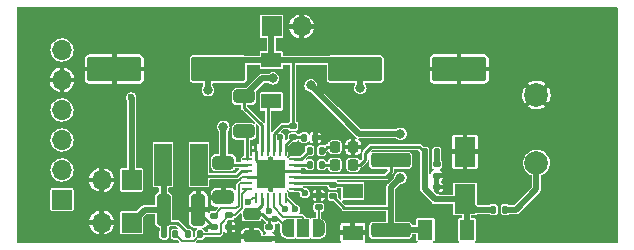
<source format=gtl>
G04 #@! TF.GenerationSoftware,KiCad,Pcbnew,(5.99.0-12840-g99442350a4)*
G04 #@! TF.CreationDate,2021-11-05T14:17:07+01:00*
G04 #@! TF.ProjectId,stknx,73746b6e-782e-46b6-9963-61645f706362,rev?*
G04 #@! TF.SameCoordinates,Original*
G04 #@! TF.FileFunction,Copper,L1,Top*
G04 #@! TF.FilePolarity,Positive*
%FSLAX46Y46*%
G04 Gerber Fmt 4.6, Leading zero omitted, Abs format (unit mm)*
G04 Created by KiCad (PCBNEW (5.99.0-12840-g99442350a4)) date 2021-11-05 14:17:07*
%MOMM*%
%LPD*%
G01*
G04 APERTURE LIST*
G04 Aperture macros list*
%AMRoundRect*
0 Rectangle with rounded corners*
0 $1 Rounding radius*
0 $2 $3 $4 $5 $6 $7 $8 $9 X,Y pos of 4 corners*
0 Add a 4 corners polygon primitive as box body*
4,1,4,$2,$3,$4,$5,$6,$7,$8,$9,$2,$3,0*
0 Add four circle primitives for the rounded corners*
1,1,$1+$1,$2,$3*
1,1,$1+$1,$4,$5*
1,1,$1+$1,$6,$7*
1,1,$1+$1,$8,$9*
0 Add four rect primitives between the rounded corners*
20,1,$1+$1,$2,$3,$4,$5,0*
20,1,$1+$1,$4,$5,$6,$7,0*
20,1,$1+$1,$6,$7,$8,$9,0*
20,1,$1+$1,$8,$9,$2,$3,0*%
%AMFreePoly0*
4,1,22,0.550000,-0.750000,0.000000,-0.750000,0.000000,-0.745033,-0.079941,-0.743568,-0.215256,-0.701293,-0.333266,-0.622738,-0.424486,-0.514219,-0.481581,-0.384460,-0.499164,-0.250000,-0.500000,-0.250000,-0.500000,0.250000,-0.499164,0.250000,-0.499963,0.256109,-0.478152,0.396186,-0.417904,0.524511,-0.324060,0.630769,-0.204165,0.706417,-0.067858,0.745374,0.000000,0.744959,0.000000,0.750000,
0.550000,0.750000,0.550000,-0.750000,0.550000,-0.750000,$1*%
%AMFreePoly1*
4,1,20,0.000000,0.744959,0.073905,0.744508,0.209726,0.703889,0.328688,0.626782,0.421226,0.519385,0.479903,0.390333,0.500000,0.250000,0.500000,-0.250000,0.499851,-0.262216,0.476331,-0.402017,0.414519,-0.529596,0.319384,-0.634700,0.198574,-0.708877,0.061801,-0.746166,0.000000,-0.745033,0.000000,-0.750000,-0.550000,-0.750000,-0.550000,0.750000,0.000000,0.750000,0.000000,0.744959,
0.000000,0.744959,$1*%
G04 Aperture macros list end*
G04 #@! TA.AperFunction,SMDPad,CuDef*
%ADD10RoundRect,0.135000X0.185000X-0.135000X0.185000X0.135000X-0.185000X0.135000X-0.185000X-0.135000X0*%
G04 #@! TD*
G04 #@! TA.AperFunction,SMDPad,CuDef*
%ADD11RoundRect,0.225000X0.225000X0.250000X-0.225000X0.250000X-0.225000X-0.250000X0.225000X-0.250000X0*%
G04 #@! TD*
G04 #@! TA.AperFunction,SMDPad,CuDef*
%ADD12RoundRect,0.225000X-0.225000X-0.250000X0.225000X-0.250000X0.225000X0.250000X-0.225000X0.250000X0*%
G04 #@! TD*
G04 #@! TA.AperFunction,SMDPad,CuDef*
%ADD13RoundRect,0.250001X2.049999X0.799999X-2.049999X0.799999X-2.049999X-0.799999X2.049999X-0.799999X0*%
G04 #@! TD*
G04 #@! TA.AperFunction,SMDPad,CuDef*
%ADD14RoundRect,0.140000X-0.140000X-0.170000X0.140000X-0.170000X0.140000X0.170000X-0.140000X0.170000X0*%
G04 #@! TD*
G04 #@! TA.AperFunction,SMDPad,CuDef*
%ADD15RoundRect,0.140000X-0.170000X0.140000X-0.170000X-0.140000X0.170000X-0.140000X0.170000X0.140000X0*%
G04 #@! TD*
G04 #@! TA.AperFunction,SMDPad,CuDef*
%ADD16RoundRect,0.250000X-0.650000X0.325000X-0.650000X-0.325000X0.650000X-0.325000X0.650000X0.325000X0*%
G04 #@! TD*
G04 #@! TA.AperFunction,SMDPad,CuDef*
%ADD17R,1.500000X3.600000*%
G04 #@! TD*
G04 #@! TA.AperFunction,SMDPad,CuDef*
%ADD18RoundRect,0.135000X0.135000X0.185000X-0.135000X0.185000X-0.135000X-0.185000X0.135000X-0.185000X0*%
G04 #@! TD*
G04 #@! TA.AperFunction,ComponentPad*
%ADD19R,1.700000X1.700000*%
G04 #@! TD*
G04 #@! TA.AperFunction,ComponentPad*
%ADD20O,1.700000X1.700000*%
G04 #@! TD*
G04 #@! TA.AperFunction,SMDPad,CuDef*
%ADD21RoundRect,0.062500X0.325000X0.062500X-0.325000X0.062500X-0.325000X-0.062500X0.325000X-0.062500X0*%
G04 #@! TD*
G04 #@! TA.AperFunction,SMDPad,CuDef*
%ADD22RoundRect,0.062500X0.062500X0.325000X-0.062500X0.325000X-0.062500X-0.325000X0.062500X-0.325000X0*%
G04 #@! TD*
G04 #@! TA.AperFunction,SMDPad,CuDef*
%ADD23R,2.450000X2.450000*%
G04 #@! TD*
G04 #@! TA.AperFunction,SMDPad,CuDef*
%ADD24RoundRect,0.250001X-2.049999X-0.799999X2.049999X-0.799999X2.049999X0.799999X-2.049999X0.799999X0*%
G04 #@! TD*
G04 #@! TA.AperFunction,SMDPad,CuDef*
%ADD25R,1.700000X1.300000*%
G04 #@! TD*
G04 #@! TA.AperFunction,SMDPad,CuDef*
%ADD26RoundRect,0.135000X-0.185000X0.135000X-0.185000X-0.135000X0.185000X-0.135000X0.185000X0.135000X0*%
G04 #@! TD*
G04 #@! TA.AperFunction,SMDPad,CuDef*
%ADD27RoundRect,0.135000X-0.135000X-0.185000X0.135000X-0.185000X0.135000X0.185000X-0.135000X0.185000X0*%
G04 #@! TD*
G04 #@! TA.AperFunction,SMDPad,CuDef*
%ADD28FreePoly0,180.000000*%
G04 #@! TD*
G04 #@! TA.AperFunction,SMDPad,CuDef*
%ADD29R,1.000000X1.500000*%
G04 #@! TD*
G04 #@! TA.AperFunction,SMDPad,CuDef*
%ADD30FreePoly1,180.000000*%
G04 #@! TD*
G04 #@! TA.AperFunction,SMDPad,CuDef*
%ADD31R,1.300000X1.700000*%
G04 #@! TD*
G04 #@! TA.AperFunction,SMDPad,CuDef*
%ADD32RoundRect,0.140000X0.170000X-0.140000X0.170000X0.140000X-0.170000X0.140000X-0.170000X-0.140000X0*%
G04 #@! TD*
G04 #@! TA.AperFunction,SMDPad,CuDef*
%ADD33RoundRect,0.250000X-0.475000X0.250000X-0.475000X-0.250000X0.475000X-0.250000X0.475000X0.250000X0*%
G04 #@! TD*
G04 #@! TA.AperFunction,SMDPad,CuDef*
%ADD34R,1.800000X2.500000*%
G04 #@! TD*
G04 #@! TA.AperFunction,ComponentPad*
%ADD35C,2.000000*%
G04 #@! TD*
G04 #@! TA.AperFunction,SMDPad,CuDef*
%ADD36RoundRect,0.250000X0.325000X1.100000X-0.325000X1.100000X-0.325000X-1.100000X0.325000X-1.100000X0*%
G04 #@! TD*
G04 #@! TA.AperFunction,SMDPad,CuDef*
%ADD37RoundRect,0.140000X0.140000X0.170000X-0.140000X0.170000X-0.140000X-0.170000X0.140000X-0.170000X0*%
G04 #@! TD*
G04 #@! TA.AperFunction,SMDPad,CuDef*
%ADD38RoundRect,0.250000X0.650000X-0.325000X0.650000X0.325000X-0.650000X0.325000X-0.650000X-0.325000X0*%
G04 #@! TD*
G04 #@! TA.AperFunction,SMDPad,CuDef*
%ADD39RoundRect,0.250000X1.425000X-0.362500X1.425000X0.362500X-1.425000X0.362500X-1.425000X-0.362500X0*%
G04 #@! TD*
G04 #@! TA.AperFunction,ViaPad*
%ADD40C,0.600000*%
G04 #@! TD*
G04 #@! TA.AperFunction,ViaPad*
%ADD41C,0.800000*%
G04 #@! TD*
G04 #@! TA.AperFunction,Conductor*
%ADD42C,0.250000*%
G04 #@! TD*
G04 #@! TA.AperFunction,Conductor*
%ADD43C,0.150000*%
G04 #@! TD*
G04 #@! TA.AperFunction,Conductor*
%ADD44C,0.500000*%
G04 #@! TD*
G04 APERTURE END LIST*
D10*
X190200000Y-113210000D03*
X190200000Y-112190000D03*
D11*
X183125000Y-110300000D03*
X181575000Y-110300000D03*
D12*
X181575000Y-108800000D03*
X183125000Y-108800000D03*
D13*
X171700000Y-102200000D03*
X162900000Y-102200000D03*
D14*
X167120000Y-116200000D03*
X168080000Y-116200000D03*
D15*
X171332000Y-114614000D03*
X171332000Y-115574000D03*
D16*
X173900000Y-104525000D03*
X173900000Y-107475000D03*
D17*
X170075000Y-110300000D03*
X167025000Y-110300000D03*
D18*
X170160000Y-116200000D03*
X169140000Y-116200000D03*
D19*
X164375000Y-111600000D03*
D20*
X161835000Y-111600000D03*
D15*
X176032000Y-115614000D03*
X176032000Y-116574000D03*
D21*
X178137500Y-112350000D03*
X178137500Y-111850000D03*
X178137500Y-111350000D03*
X178137500Y-110850000D03*
X178137500Y-110350000D03*
X178137500Y-109850000D03*
D22*
X177400000Y-109112500D03*
X176900000Y-109112500D03*
X176400000Y-109112500D03*
X175900000Y-109112500D03*
X175400000Y-109112500D03*
X174900000Y-109112500D03*
D21*
X174162500Y-109850000D03*
X174162500Y-110350000D03*
X174162500Y-110850000D03*
X174162500Y-111350000D03*
X174162500Y-111850000D03*
X174162500Y-112350000D03*
D22*
X174900000Y-113087500D03*
X175400000Y-113087500D03*
X175900000Y-113087500D03*
X176400000Y-113087500D03*
X176900000Y-113087500D03*
X177400000Y-113087500D03*
D23*
X176150000Y-111100000D03*
D24*
X183300000Y-102200000D03*
X192100000Y-102200000D03*
D25*
X176200000Y-101450000D03*
X176200000Y-104950000D03*
D26*
X172632000Y-114584000D03*
X172632000Y-115604000D03*
D27*
X189190000Y-109250000D03*
X190210000Y-109250000D03*
D28*
X180200000Y-115700000D03*
D29*
X178900000Y-115700000D03*
D30*
X177600000Y-115700000D03*
D26*
X180200000Y-112890000D03*
X180200000Y-113910000D03*
D18*
X180460000Y-110300000D03*
X179440000Y-110300000D03*
D31*
X189250000Y-115800000D03*
X192750000Y-115800000D03*
D32*
X178050000Y-107980000D03*
X178050000Y-107020000D03*
X181400000Y-112980000D03*
X181400000Y-112020000D03*
D33*
X174532000Y-114469000D03*
X174532000Y-116369000D03*
D34*
X192600000Y-109200000D03*
X192600000Y-113200000D03*
D25*
X183100000Y-112550000D03*
X183100000Y-116050000D03*
D19*
X158475000Y-113284000D03*
D20*
X158475000Y-110744000D03*
X158475000Y-108204000D03*
X158475000Y-105664000D03*
X158475000Y-103124000D03*
X158475000Y-100584000D03*
D32*
X190200000Y-111230000D03*
X190200000Y-110270000D03*
D35*
X198650000Y-110150000D03*
X198650000Y-104400000D03*
D27*
X179440000Y-109100000D03*
X180460000Y-109100000D03*
D36*
X170025000Y-114100000D03*
X167075000Y-114100000D03*
D37*
X179930000Y-108000000D03*
X178970000Y-108000000D03*
D38*
X172150000Y-113075000D03*
X172150000Y-110125000D03*
D19*
X176225000Y-98600000D03*
D20*
X178765000Y-98600000D03*
D39*
X186300000Y-115862500D03*
X186300000Y-109937500D03*
D18*
X196010000Y-114100000D03*
X194990000Y-114100000D03*
D19*
X164375000Y-115200000D03*
D20*
X161835000Y-115200000D03*
D40*
X172132000Y-111894000D03*
D41*
X181032000Y-107494000D03*
D40*
X181432000Y-113894000D03*
D41*
X168632000Y-114094000D03*
X192132000Y-103894000D03*
D40*
X161032000Y-109194000D03*
D41*
X165432000Y-109294000D03*
X189129386Y-102184462D03*
D40*
X185232000Y-114594000D03*
X175332000Y-111894000D03*
D41*
X168532000Y-110694000D03*
D40*
X176932000Y-111894000D03*
D41*
X192132000Y-100494000D03*
X188932000Y-113894000D03*
D40*
X175332000Y-110294000D03*
D41*
X191032000Y-108194000D03*
X173232000Y-108894000D03*
X195132000Y-102194000D03*
X162432000Y-104994000D03*
X168532000Y-109294000D03*
D40*
X181532000Y-116394000D03*
X172632000Y-116494000D03*
D41*
X165832000Y-102194000D03*
X168932000Y-105794000D03*
D40*
X176932000Y-110294000D03*
X179132000Y-113594000D03*
D41*
X183732000Y-103794000D03*
X170832000Y-103994000D03*
D40*
X176951500Y-107994000D03*
D41*
X179532000Y-103594000D03*
X176332000Y-102994000D03*
X187132000Y-111394000D03*
X187132000Y-107694000D03*
X172132000Y-107094000D03*
D40*
X179032000Y-112694000D03*
X176532000Y-114894000D03*
X164332000Y-104594000D03*
X178232000Y-114094000D03*
X174232000Y-113494000D03*
X176026351Y-114198106D03*
X177332000Y-114094000D03*
D42*
X178137500Y-110850000D02*
X176400000Y-110850000D01*
D43*
X172132000Y-111894000D02*
X173132000Y-111894000D01*
D44*
X174737000Y-116574000D02*
X174532000Y-116369000D01*
D42*
X174900000Y-109862000D02*
X175332000Y-110294000D01*
X171332000Y-115574000D02*
X170025000Y-114267000D01*
X174900000Y-109112500D02*
X174900000Y-109862000D01*
X176400000Y-110850000D02*
X176150000Y-111100000D01*
X175900000Y-111350000D02*
X176150000Y-111100000D01*
X170025000Y-114267000D02*
X170025000Y-114100000D01*
D43*
X173676000Y-111350000D02*
X174162500Y-111350000D01*
D44*
X176032000Y-116574000D02*
X174737000Y-116574000D01*
D43*
X173132000Y-111894000D02*
X173676000Y-111350000D01*
D42*
X174162500Y-111350000D02*
X175900000Y-111350000D01*
D43*
X172632000Y-115604000D02*
X172632000Y-115594000D01*
D44*
X190200000Y-110270000D02*
X190200000Y-109260000D01*
X190200000Y-109260000D02*
X190210000Y-109250000D01*
X182550000Y-101450000D02*
X183300000Y-102200000D01*
D42*
X178050000Y-107020000D02*
X178050000Y-101488000D01*
X176400000Y-107726000D02*
X177106000Y-107020000D01*
X177106000Y-107020000D02*
X178050000Y-107020000D01*
D44*
X176200000Y-98625000D02*
X176225000Y-98600000D01*
X183732000Y-103794000D02*
X183732000Y-102632000D01*
D42*
X178050000Y-101488000D02*
X178088000Y-101450000D01*
D44*
X176200000Y-101450000D02*
X176200000Y-98625000D01*
X176200000Y-101450000D02*
X172450000Y-101450000D01*
X171700000Y-102200000D02*
X170832000Y-103068000D01*
X178088000Y-101450000D02*
X182550000Y-101450000D01*
D42*
X176400000Y-109112500D02*
X176400000Y-107726000D01*
D44*
X170832000Y-103068000D02*
X170832000Y-103994000D01*
X183732000Y-102632000D02*
X183300000Y-102200000D01*
X176200000Y-101450000D02*
X178088000Y-101450000D01*
X172450000Y-101450000D02*
X171700000Y-102200000D01*
D42*
X176900000Y-109112500D02*
X176900000Y-108045500D01*
X176900000Y-108045500D02*
X176951500Y-107994000D01*
D44*
X183632000Y-107694000D02*
X187132000Y-107694000D01*
D42*
X175400000Y-109112500D02*
X175400000Y-106962000D01*
D44*
X175431000Y-102994000D02*
X173900000Y-104525000D01*
D42*
X182382000Y-113962000D02*
X186300000Y-113962000D01*
D44*
X186300000Y-113962000D02*
X186300000Y-112226000D01*
X189250000Y-115800000D02*
X186362500Y-115800000D01*
X186300000Y-115862500D02*
X186300000Y-113962000D01*
D42*
X175400000Y-106962000D02*
X173900000Y-105462000D01*
D44*
X186300000Y-112226000D02*
X187132000Y-111394000D01*
X179532000Y-103594000D02*
X183632000Y-107694000D01*
D42*
X173900000Y-105462000D02*
X173900000Y-104525000D01*
D44*
X186362500Y-115800000D02*
X186300000Y-115862500D01*
D42*
X181400000Y-112980000D02*
X182382000Y-113962000D01*
D44*
X175431000Y-102994000D02*
X176332000Y-102994000D01*
D42*
X181230000Y-111850000D02*
X181400000Y-112020000D01*
X178137500Y-111850000D02*
X181230000Y-111850000D01*
X182570000Y-112020000D02*
X183100000Y-112550000D01*
X181400000Y-112020000D02*
X182570000Y-112020000D01*
D44*
X194990000Y-114100000D02*
X193500000Y-114100000D01*
X192750000Y-113350000D02*
X192600000Y-113200000D01*
X192750000Y-115800000D02*
X192750000Y-113350000D01*
X190200000Y-113210000D02*
X192590000Y-113210000D01*
X189190000Y-112352000D02*
X189190000Y-109250000D01*
D42*
X184132000Y-109294000D02*
X184132000Y-109894000D01*
D44*
X190048000Y-113210000D02*
X189190000Y-112352000D01*
D42*
X188734000Y-108794000D02*
X184632000Y-108794000D01*
X183726000Y-110300000D02*
X183125000Y-110300000D01*
X189190000Y-109250000D02*
X188734000Y-108794000D01*
D44*
X192590000Y-113210000D02*
X192600000Y-113200000D01*
D42*
X184132000Y-109894000D02*
X183726000Y-110300000D01*
D44*
X190200000Y-113210000D02*
X190048000Y-113210000D01*
X193500000Y-114100000D02*
X192600000Y-113200000D01*
D42*
X184632000Y-108794000D02*
X184132000Y-109294000D01*
X180460000Y-110300000D02*
X181575000Y-110300000D01*
X178050000Y-107980000D02*
X178950000Y-107980000D01*
X177400000Y-108630000D02*
X178050000Y-107980000D01*
X177400000Y-109112500D02*
X177400000Y-108630000D01*
X178950000Y-107980000D02*
X178970000Y-108000000D01*
X180460000Y-109100000D02*
X180626000Y-109100000D01*
X180926000Y-108800000D02*
X181575000Y-108800000D01*
X180626000Y-109100000D02*
X180926000Y-108800000D01*
X174162500Y-109850000D02*
X174162500Y-107737500D01*
X174162500Y-107737500D02*
X173900000Y-107475000D01*
D43*
X173432000Y-111994000D02*
X173576000Y-111850000D01*
X173232000Y-113994000D02*
X173432000Y-113794000D01*
X171332000Y-114614000D02*
X171952000Y-113994000D01*
X173432000Y-113794000D02*
X173432000Y-111994000D01*
X173576000Y-111850000D02*
X174162500Y-111850000D01*
X171952000Y-113994000D02*
X173232000Y-113994000D01*
D44*
X165475000Y-114100000D02*
X164375000Y-115200000D01*
X167120000Y-116200000D02*
X167120000Y-115206000D01*
D42*
X167075000Y-115161000D02*
X167120000Y-115206000D01*
D44*
X167075000Y-114100000D02*
X165475000Y-114100000D01*
D42*
X169140000Y-116126000D02*
X169140000Y-116200000D01*
X168220000Y-115206000D02*
X169140000Y-116126000D01*
D44*
X167075000Y-110350000D02*
X167025000Y-110300000D01*
D42*
X167120000Y-115206000D02*
X168220000Y-115206000D01*
X167075000Y-114100000D02*
X167075000Y-115161000D01*
D44*
X167075000Y-114100000D02*
X167075000Y-110350000D01*
D43*
X168601520Y-116721520D02*
X169638480Y-116721520D01*
X171826000Y-116200000D02*
X171932000Y-116094000D01*
X168080000Y-116200000D02*
X168601520Y-116721520D01*
X173095040Y-114584000D02*
X173708520Y-113970520D01*
X171932000Y-116094000D02*
X171932000Y-115284000D01*
X170160000Y-116200000D02*
X171826000Y-116200000D01*
X169638480Y-116721520D02*
X170160000Y-116200000D01*
X173708520Y-112803980D02*
X174162500Y-112350000D01*
X172632000Y-114584000D02*
X173095040Y-114584000D01*
X171932000Y-115284000D02*
X172632000Y-114584000D01*
X173708520Y-113970520D02*
X173708520Y-112803980D01*
D44*
X172150000Y-107112000D02*
X172132000Y-107094000D01*
D42*
X174162500Y-110350000D02*
X172375000Y-110350000D01*
D44*
X172150000Y-110125000D02*
X172150000Y-107112000D01*
D42*
X172375000Y-110350000D02*
X172150000Y-110125000D01*
X178137500Y-112350000D02*
X178688000Y-112350000D01*
X178688000Y-112350000D02*
X179032000Y-112694000D01*
D43*
X176794000Y-114894000D02*
X177600000Y-115700000D01*
D42*
X175400000Y-113087500D02*
X175400000Y-113726000D01*
X174532000Y-114469000D02*
X175407000Y-114469000D01*
D44*
X164375000Y-104637000D02*
X164332000Y-104594000D01*
X164375000Y-111600000D02*
X164375000Y-104637000D01*
D42*
X175400000Y-113726000D02*
X174657000Y-114469000D01*
X177300000Y-116000000D02*
X177600000Y-115700000D01*
X175832000Y-114894000D02*
X176032000Y-114894000D01*
D43*
X176532000Y-114894000D02*
X176794000Y-114894000D01*
D42*
X174657000Y-114469000D02*
X174532000Y-114469000D01*
X176032000Y-115614000D02*
X176032000Y-114894000D01*
X175407000Y-114469000D02*
X175832000Y-114894000D01*
X176532000Y-114894000D02*
X176032000Y-114894000D01*
D43*
X178232000Y-113919500D02*
X178232000Y-114094000D01*
X177400000Y-113087500D02*
X178232000Y-113919500D01*
D42*
X175900000Y-105250000D02*
X176200000Y-104950000D01*
X175900000Y-109112500D02*
X175900000Y-105250000D01*
D44*
X198650000Y-112376000D02*
X196926000Y-114100000D01*
X196926000Y-114100000D02*
X196010000Y-114100000D01*
X198650000Y-110150000D02*
X198650000Y-112376000D01*
D43*
X174900000Y-113087500D02*
X174638500Y-113087500D01*
X174638500Y-113087500D02*
X174232000Y-113494000D01*
X175900000Y-113087500D02*
X175900000Y-114071755D01*
X175900000Y-114071755D02*
X176026351Y-114198106D01*
X176900000Y-113662000D02*
X177332000Y-114094000D01*
X176900000Y-113087500D02*
X176900000Y-113662000D01*
X178900000Y-114800000D02*
X178900000Y-115700000D01*
X176400000Y-113087500D02*
X176432000Y-113119500D01*
X176432000Y-113119500D02*
X176432000Y-113903231D01*
X177224270Y-114695501D02*
X178795501Y-114695501D01*
X178795501Y-114695501D02*
X178900000Y-114800000D01*
X176432000Y-113903231D02*
X177224270Y-114695501D01*
X180200000Y-113910000D02*
X180200000Y-115700000D01*
D42*
X173676000Y-110850000D02*
X174162500Y-110850000D01*
X170075000Y-111237000D02*
X170132000Y-111294000D01*
X173232000Y-111294000D02*
X173676000Y-110850000D01*
X170075000Y-110300000D02*
X170075000Y-111237000D01*
X170132000Y-111294000D02*
X173232000Y-111294000D01*
X178137500Y-111350000D02*
X185876000Y-111350000D01*
X186300000Y-110926000D02*
X186300000Y-109937500D01*
X185876000Y-111350000D02*
X186300000Y-110926000D01*
X179390000Y-110350000D02*
X179440000Y-110300000D01*
X178137500Y-110350000D02*
X179390000Y-110350000D01*
X178137500Y-109850000D02*
X178690000Y-109850000D01*
X178690000Y-109850000D02*
X179440000Y-109100000D01*
G04 #@! TA.AperFunction,Conductor*
G36*
X205521694Y-96992306D02*
G01*
X205540000Y-97036500D01*
X205540000Y-116831500D01*
X205521694Y-116875694D01*
X205477500Y-116894000D01*
X193461444Y-116894000D01*
X193417250Y-116875694D01*
X193398944Y-116831500D01*
X193417250Y-116787306D01*
X193438887Y-116775743D01*
X193438024Y-116773659D01*
X193443712Y-116771303D01*
X193449748Y-116770102D01*
X193491922Y-116741922D01*
X193520102Y-116699748D01*
X193527500Y-116662558D01*
X193527500Y-114937442D01*
X193522374Y-114911671D01*
X193521303Y-114906287D01*
X193521302Y-114906285D01*
X193520102Y-114900252D01*
X193491922Y-114858078D01*
X193449748Y-114829898D01*
X193443715Y-114828698D01*
X193443713Y-114828697D01*
X193415569Y-114823099D01*
X193412558Y-114822500D01*
X193190000Y-114822500D01*
X193145806Y-114804194D01*
X193127500Y-114760000D01*
X193127500Y-114640000D01*
X193145806Y-114595806D01*
X193190000Y-114577500D01*
X193512558Y-114577500D01*
X193517616Y-114576494D01*
X193543713Y-114571303D01*
X193543715Y-114571302D01*
X193549748Y-114570102D01*
X193591922Y-114541922D01*
X193595767Y-114536168D01*
X193616409Y-114505276D01*
X193656183Y-114478701D01*
X193668375Y-114477500D01*
X194651650Y-114477500D01*
X194686371Y-114488032D01*
X194752577Y-114532270D01*
X194784647Y-114538649D01*
X194826131Y-114546901D01*
X194826134Y-114546901D01*
X194829144Y-114547500D01*
X195150856Y-114547500D01*
X195153866Y-114546901D01*
X195153869Y-114546901D01*
X195195353Y-114538649D01*
X195227423Y-114532270D01*
X195232540Y-114528851D01*
X195232542Y-114528850D01*
X195309135Y-114477671D01*
X195314252Y-114474252D01*
X195339882Y-114435895D01*
X195368850Y-114392542D01*
X195368851Y-114392540D01*
X195372270Y-114387423D01*
X195382563Y-114335676D01*
X195386901Y-114313869D01*
X195386901Y-114313866D01*
X195387500Y-114310856D01*
X195612500Y-114310856D01*
X195613099Y-114313866D01*
X195613099Y-114313869D01*
X195617437Y-114335676D01*
X195627730Y-114387423D01*
X195631149Y-114392540D01*
X195631150Y-114392542D01*
X195660118Y-114435895D01*
X195685748Y-114474252D01*
X195690865Y-114477671D01*
X195767458Y-114528850D01*
X195767460Y-114528851D01*
X195772577Y-114532270D01*
X195804647Y-114538649D01*
X195846131Y-114546901D01*
X195846134Y-114546901D01*
X195849144Y-114547500D01*
X196170856Y-114547500D01*
X196173866Y-114546901D01*
X196173869Y-114546901D01*
X196215353Y-114538649D01*
X196247423Y-114532270D01*
X196313629Y-114488032D01*
X196348350Y-114477500D01*
X196879048Y-114477500D01*
X196892201Y-114478900D01*
X196907971Y-114482295D01*
X196913101Y-114481688D01*
X196913103Y-114481688D01*
X196944826Y-114477933D01*
X196952172Y-114477500D01*
X196957362Y-114477500D01*
X196977772Y-114474103D01*
X196980655Y-114473693D01*
X197032775Y-114467524D01*
X197037432Y-114465287D01*
X197041163Y-114464203D01*
X197044868Y-114462935D01*
X197049970Y-114462086D01*
X197096160Y-114437163D01*
X197098775Y-114435831D01*
X197142521Y-114414825D01*
X197142525Y-114414822D01*
X197146066Y-114413122D01*
X197149139Y-114410538D01*
X197149282Y-114410419D01*
X197149290Y-114410412D01*
X197150315Y-114409550D01*
X197150528Y-114409337D01*
X197153627Y-114406721D01*
X197156023Y-114404862D01*
X197160572Y-114402408D01*
X197197822Y-114362111D01*
X197199523Y-114360342D01*
X198883731Y-112676135D01*
X198894023Y-112667823D01*
X198903235Y-112661875D01*
X198903238Y-112661873D01*
X198907575Y-112659072D01*
X198930548Y-112629931D01*
X198935436Y-112624430D01*
X198939109Y-112620757D01*
X198943094Y-112615181D01*
X198951130Y-112603937D01*
X198952896Y-112601584D01*
X198970205Y-112579627D01*
X198985380Y-112560377D01*
X198987091Y-112555506D01*
X198988964Y-112552099D01*
X198990688Y-112548579D01*
X198993693Y-112544374D01*
X199008722Y-112494122D01*
X199009631Y-112491323D01*
X199022861Y-112453647D01*
X199027021Y-112441801D01*
X199027500Y-112436270D01*
X199027500Y-112435969D01*
X199027842Y-112431927D01*
X199028223Y-112428914D01*
X199029702Y-112423967D01*
X199027548Y-112369144D01*
X199027500Y-112366691D01*
X199027500Y-111257417D01*
X199045806Y-111213223D01*
X199069910Y-111198234D01*
X199086675Y-111192543D01*
X199110560Y-111184435D01*
X199291359Y-111083183D01*
X199450678Y-110950678D01*
X199583183Y-110791359D01*
X199684435Y-110610560D01*
X199751044Y-110414337D01*
X199763284Y-110329915D01*
X199780515Y-110211078D01*
X199780515Y-110211073D01*
X199780778Y-110209262D01*
X199782330Y-110150000D01*
X199779607Y-110120359D01*
X199770281Y-110018869D01*
X199763369Y-109943649D01*
X199762368Y-109940099D01*
X199707899Y-109746966D01*
X199707897Y-109746962D01*
X199707121Y-109744209D01*
X199619465Y-109566460D01*
X199616738Y-109560930D01*
X199616737Y-109560929D01*
X199615470Y-109558359D01*
X199613752Y-109556058D01*
X199493202Y-109394622D01*
X199493201Y-109394620D01*
X199491485Y-109392323D01*
X199339319Y-109251662D01*
X199164067Y-109141087D01*
X198971599Y-109064300D01*
X198968793Y-109063742D01*
X198968790Y-109063741D01*
X198771167Y-109024431D01*
X198771165Y-109024431D01*
X198768361Y-109023873D01*
X198670846Y-109022597D01*
X198564020Y-109021198D01*
X198564015Y-109021198D01*
X198561158Y-109021161D01*
X198558337Y-109021646D01*
X198558333Y-109021646D01*
X198456501Y-109039144D01*
X198356931Y-109056253D01*
X198354243Y-109057245D01*
X198354238Y-109057246D01*
X198165207Y-109126984D01*
X198165204Y-109126985D01*
X198162519Y-109127976D01*
X197984433Y-109233926D01*
X197922817Y-109287962D01*
X197840672Y-109360001D01*
X197828637Y-109370555D01*
X197826861Y-109372808D01*
X197826860Y-109372809D01*
X197712965Y-109517285D01*
X197700348Y-109533289D01*
X197658673Y-109612500D01*
X197613952Y-109697501D01*
X197603863Y-109716676D01*
X197603016Y-109719403D01*
X197603015Y-109719406D01*
X197550503Y-109888524D01*
X197542414Y-109914575D01*
X197537901Y-109952706D01*
X197520764Y-110097500D01*
X197518058Y-110120359D01*
X197531611Y-110327135D01*
X197532317Y-110329915D01*
X197581100Y-110521997D01*
X197582619Y-110527980D01*
X197669373Y-110716165D01*
X197671023Y-110718500D01*
X197671025Y-110718503D01*
X197758910Y-110842856D01*
X197788970Y-110885390D01*
X197937402Y-111029986D01*
X198109699Y-111145111D01*
X198112335Y-111146243D01*
X198112334Y-111146243D01*
X198234672Y-111198804D01*
X198268051Y-111233068D01*
X198272500Y-111256228D01*
X198272500Y-112193746D01*
X198254194Y-112237940D01*
X196787940Y-113704194D01*
X196743746Y-113722500D01*
X196348350Y-113722500D01*
X196313629Y-113711968D01*
X196247423Y-113667730D01*
X196213629Y-113661008D01*
X196173869Y-113653099D01*
X196173866Y-113653099D01*
X196170856Y-113652500D01*
X195849144Y-113652500D01*
X195846134Y-113653099D01*
X195846131Y-113653099D01*
X195806371Y-113661008D01*
X195772577Y-113667730D01*
X195767460Y-113671149D01*
X195767458Y-113671150D01*
X195710065Y-113709500D01*
X195685748Y-113725748D01*
X195679223Y-113735513D01*
X195633339Y-113804183D01*
X195627730Y-113812577D01*
X195626529Y-113818616D01*
X195620184Y-113850516D01*
X195612500Y-113889144D01*
X195612500Y-114310856D01*
X195387500Y-114310856D01*
X195387500Y-113889144D01*
X195379817Y-113850516D01*
X195373471Y-113818616D01*
X195372270Y-113812577D01*
X195366662Y-113804183D01*
X195320777Y-113735513D01*
X195314252Y-113725748D01*
X195289935Y-113709500D01*
X195232542Y-113671150D01*
X195232540Y-113671149D01*
X195227423Y-113667730D01*
X195193629Y-113661008D01*
X195153869Y-113653099D01*
X195153866Y-113653099D01*
X195150856Y-113652500D01*
X194829144Y-113652500D01*
X194826134Y-113653099D01*
X194826131Y-113653099D01*
X194786371Y-113661008D01*
X194752577Y-113667730D01*
X194686371Y-113711968D01*
X194651650Y-113722500D01*
X193690000Y-113722500D01*
X193645806Y-113704194D01*
X193627500Y-113660000D01*
X193627500Y-111937442D01*
X193625180Y-111925777D01*
X193621303Y-111906287D01*
X193621302Y-111906285D01*
X193620102Y-111900252D01*
X193591922Y-111858078D01*
X193549748Y-111829898D01*
X193543715Y-111828698D01*
X193543713Y-111828697D01*
X193515569Y-111823099D01*
X193512558Y-111822500D01*
X191687442Y-111822500D01*
X191684431Y-111823099D01*
X191656287Y-111828697D01*
X191656285Y-111828698D01*
X191650252Y-111829898D01*
X191608078Y-111858078D01*
X191579898Y-111900252D01*
X191578698Y-111906285D01*
X191578697Y-111906287D01*
X191574820Y-111925777D01*
X191572500Y-111937442D01*
X191572500Y-112770000D01*
X191554194Y-112814194D01*
X191510000Y-112832500D01*
X190508232Y-112832500D01*
X190488767Y-112828628D01*
X190487423Y-112827730D01*
X190481387Y-112826529D01*
X190481386Y-112826529D01*
X190413869Y-112813099D01*
X190413866Y-112813099D01*
X190410856Y-112812500D01*
X190210254Y-112812500D01*
X190166060Y-112794194D01*
X190019434Y-112647568D01*
X190400000Y-112647568D01*
X190403641Y-112656358D01*
X190412431Y-112659999D01*
X190422207Y-112659999D01*
X190426287Y-112659731D01*
X190468302Y-112654201D01*
X190477374Y-112651557D01*
X190575155Y-112605961D01*
X190583980Y-112599781D01*
X190659781Y-112523980D01*
X190665961Y-112515155D01*
X190711556Y-112417377D01*
X190714201Y-112408300D01*
X190714988Y-112402327D01*
X190712525Y-112393134D01*
X190707096Y-112390000D01*
X190412431Y-112390000D01*
X190403641Y-112393641D01*
X190400000Y-112402431D01*
X190400000Y-112647568D01*
X190019434Y-112647568D01*
X190018306Y-112646440D01*
X190000000Y-112602246D01*
X190000000Y-111720001D01*
X190002685Y-111720001D01*
X190002685Y-111720000D01*
X190397314Y-111720000D01*
X190400000Y-111720000D01*
X190400000Y-111977569D01*
X190403641Y-111986359D01*
X190412431Y-111990000D01*
X190704179Y-111990000D01*
X190712969Y-111986359D01*
X190715368Y-111980566D01*
X190714202Y-111971704D01*
X190711555Y-111962621D01*
X190665961Y-111864845D01*
X190659781Y-111856020D01*
X190583980Y-111780219D01*
X190575154Y-111774039D01*
X190563072Y-111768405D01*
X190530755Y-111733137D01*
X190532842Y-111685347D01*
X190559143Y-111659047D01*
X190558589Y-111658255D01*
X190571892Y-111648940D01*
X190648940Y-111571892D01*
X190655120Y-111563067D01*
X190701460Y-111463689D01*
X190704105Y-111454615D01*
X190705723Y-111442327D01*
X190703260Y-111433135D01*
X190697830Y-111430000D01*
X190412431Y-111430000D01*
X190403641Y-111433641D01*
X190400000Y-111442431D01*
X190400000Y-111710000D01*
X190397314Y-111710000D01*
X190397314Y-111720000D01*
X190002685Y-111720000D01*
X190002686Y-111710000D01*
X190000000Y-111710000D01*
X190000000Y-111092500D01*
X190018306Y-111048306D01*
X190062500Y-111030000D01*
X190694915Y-111030000D01*
X190703705Y-111026359D01*
X190706104Y-111020567D01*
X190704105Y-111005385D01*
X190701460Y-110996311D01*
X190655120Y-110896933D01*
X190648940Y-110888108D01*
X190571892Y-110811060D01*
X190563066Y-110804880D01*
X190485498Y-110768709D01*
X190453181Y-110733441D01*
X190455268Y-110685651D01*
X190477188Y-110660099D01*
X190562857Y-110602857D01*
X190585351Y-110569193D01*
X190618560Y-110519492D01*
X190618561Y-110519490D01*
X190621980Y-110514373D01*
X190631477Y-110466627D01*
X191500000Y-110466627D01*
X191500599Y-110472711D01*
X191510403Y-110521997D01*
X191515024Y-110533155D01*
X191552389Y-110589075D01*
X191560925Y-110597611D01*
X191616845Y-110634976D01*
X191628003Y-110639597D01*
X191677289Y-110649401D01*
X191683373Y-110650000D01*
X192387569Y-110650000D01*
X192396359Y-110646359D01*
X192400000Y-110637569D01*
X192800000Y-110637569D01*
X192803641Y-110646359D01*
X192812431Y-110650000D01*
X193516627Y-110650000D01*
X193522711Y-110649401D01*
X193571997Y-110639597D01*
X193583155Y-110634976D01*
X193639075Y-110597611D01*
X193647611Y-110589075D01*
X193684976Y-110533155D01*
X193689597Y-110521997D01*
X193699401Y-110472711D01*
X193700000Y-110466627D01*
X193700000Y-109412431D01*
X193696359Y-109403641D01*
X193687569Y-109400000D01*
X192812431Y-109400000D01*
X192803641Y-109403641D01*
X192800000Y-109412431D01*
X192800000Y-110637569D01*
X192400000Y-110637569D01*
X192400000Y-109412431D01*
X192396359Y-109403641D01*
X192387569Y-109400000D01*
X191512431Y-109400000D01*
X191503641Y-109403641D01*
X191500000Y-109412431D01*
X191500000Y-110466627D01*
X190631477Y-110466627D01*
X190637500Y-110436348D01*
X190637500Y-110103652D01*
X190636407Y-110098154D01*
X190626270Y-110047193D01*
X190621980Y-110025627D01*
X190617465Y-110018869D01*
X190595068Y-109985351D01*
X190588033Y-109974822D01*
X190577500Y-109940099D01*
X190577500Y-109578487D01*
X190586658Y-109548297D01*
X190586494Y-109548229D01*
X190587183Y-109546567D01*
X190588032Y-109543765D01*
X190592270Y-109537423D01*
X190602017Y-109488422D01*
X190606901Y-109463869D01*
X190606901Y-109463866D01*
X190607500Y-109460856D01*
X190607500Y-109039144D01*
X190606343Y-109033324D01*
X190597241Y-108987569D01*
X191500000Y-108987569D01*
X191503641Y-108996359D01*
X191512431Y-109000000D01*
X192387569Y-109000000D01*
X192396359Y-108996359D01*
X192400000Y-108987569D01*
X192800000Y-108987569D01*
X192803641Y-108996359D01*
X192812431Y-109000000D01*
X193687569Y-109000000D01*
X193696359Y-108996359D01*
X193700000Y-108987569D01*
X193700000Y-107933373D01*
X193699401Y-107927289D01*
X193689597Y-107878003D01*
X193684976Y-107866845D01*
X193647611Y-107810925D01*
X193639075Y-107802389D01*
X193583155Y-107765024D01*
X193571997Y-107760403D01*
X193522711Y-107750599D01*
X193516627Y-107750000D01*
X192812431Y-107750000D01*
X192803641Y-107753641D01*
X192800000Y-107762431D01*
X192800000Y-108987569D01*
X192400000Y-108987569D01*
X192400000Y-107762431D01*
X192396359Y-107753641D01*
X192387569Y-107750000D01*
X191683373Y-107750000D01*
X191677289Y-107750599D01*
X191628003Y-107760403D01*
X191616845Y-107765024D01*
X191560925Y-107802389D01*
X191552389Y-107810925D01*
X191515024Y-107866845D01*
X191510403Y-107878003D01*
X191500599Y-107927289D01*
X191500000Y-107933373D01*
X191500000Y-108987569D01*
X190597241Y-108987569D01*
X190593471Y-108968616D01*
X190592270Y-108962577D01*
X190534252Y-108875748D01*
X190513798Y-108862081D01*
X190452542Y-108821150D01*
X190452540Y-108821149D01*
X190447423Y-108817730D01*
X190395782Y-108807458D01*
X190373869Y-108803099D01*
X190373866Y-108803099D01*
X190370856Y-108802500D01*
X190049144Y-108802500D01*
X190046134Y-108803099D01*
X190046131Y-108803099D01*
X190024218Y-108807458D01*
X189972577Y-108817730D01*
X189967460Y-108821149D01*
X189967458Y-108821150D01*
X189906202Y-108862081D01*
X189885748Y-108875748D01*
X189827730Y-108962577D01*
X189826529Y-108968616D01*
X189813658Y-109033324D01*
X189812500Y-109039144D01*
X189812500Y-109460856D01*
X189813099Y-109463866D01*
X189813099Y-109463869D01*
X189821299Y-109505092D01*
X189822500Y-109517285D01*
X189822500Y-109940099D01*
X189811967Y-109974822D01*
X189804932Y-109985351D01*
X189782536Y-110018869D01*
X189778020Y-110025627D01*
X189773730Y-110047193D01*
X189763594Y-110098154D01*
X189762500Y-110103652D01*
X189762500Y-110436348D01*
X189778020Y-110514373D01*
X189781439Y-110519490D01*
X189781440Y-110519492D01*
X189814649Y-110569193D01*
X189837143Y-110602857D01*
X189922811Y-110660099D01*
X189949387Y-110699872D01*
X189940055Y-110746788D01*
X189914502Y-110768709D01*
X189836934Y-110804880D01*
X189828108Y-110811060D01*
X189751060Y-110888108D01*
X189744880Y-110896933D01*
X189698540Y-110996311D01*
X189695895Y-111005385D01*
X189691965Y-111035235D01*
X189668048Y-111076662D01*
X189621842Y-111089042D01*
X189580415Y-111065125D01*
X189567500Y-111027077D01*
X189567500Y-109558232D01*
X189571372Y-109538767D01*
X189572270Y-109537423D01*
X189573471Y-109531384D01*
X189586901Y-109463869D01*
X189586901Y-109463866D01*
X189587500Y-109460856D01*
X189587500Y-109039144D01*
X189586343Y-109033324D01*
X189573471Y-108968616D01*
X189572270Y-108962577D01*
X189514252Y-108875748D01*
X189493798Y-108862081D01*
X189432542Y-108821150D01*
X189432540Y-108821149D01*
X189427423Y-108817730D01*
X189375782Y-108807458D01*
X189353869Y-108803099D01*
X189353866Y-108803099D01*
X189350856Y-108802500D01*
X189125477Y-108802500D01*
X189081283Y-108784194D01*
X188934486Y-108637397D01*
X188926713Y-108627926D01*
X188919462Y-108617074D01*
X188916043Y-108611957D01*
X188868202Y-108579991D01*
X188837638Y-108559569D01*
X188832521Y-108556150D01*
X188826488Y-108554950D01*
X188826486Y-108554949D01*
X188817214Y-108553105D01*
X188740038Y-108537753D01*
X188734000Y-108536552D01*
X188715164Y-108540299D01*
X188702970Y-108541500D01*
X184663030Y-108541500D01*
X184650836Y-108540299D01*
X184632000Y-108536552D01*
X184625962Y-108537753D01*
X184548786Y-108553105D01*
X184539514Y-108554949D01*
X184539512Y-108554950D01*
X184533479Y-108556150D01*
X184528362Y-108559569D01*
X184497798Y-108579991D01*
X184449957Y-108611957D01*
X184446538Y-108617074D01*
X184439287Y-108627926D01*
X184431514Y-108637397D01*
X183975397Y-109093514D01*
X183965926Y-109101287D01*
X183949957Y-109111957D01*
X183894150Y-109195479D01*
X183892950Y-109201512D01*
X183892949Y-109201514D01*
X183891105Y-109210786D01*
X183880981Y-109261683D01*
X183874552Y-109294000D01*
X183875753Y-109300037D01*
X183878299Y-109312836D01*
X183879500Y-109325030D01*
X183879500Y-109763523D01*
X183861194Y-109807717D01*
X183763738Y-109905173D01*
X183719544Y-109923479D01*
X183675350Y-109905173D01*
X183663441Y-109888524D01*
X183642857Y-109846599D01*
X183642856Y-109846598D01*
X183640581Y-109841964D01*
X183636928Y-109838317D01*
X183561183Y-109762704D01*
X183561181Y-109762702D01*
X183557528Y-109759056D01*
X183470829Y-109716676D01*
X183456458Y-109709651D01*
X183456457Y-109709651D01*
X183452098Y-109707520D01*
X183447295Y-109706819D01*
X183447294Y-109706819D01*
X183425341Y-109703617D01*
X183383411Y-109697500D01*
X183125683Y-109697500D01*
X182866590Y-109697501D01*
X182797305Y-109707699D01*
X182792947Y-109709839D01*
X182792946Y-109709839D01*
X182784174Y-109714146D01*
X182691964Y-109759419D01*
X182688318Y-109763071D01*
X182688317Y-109763072D01*
X182612704Y-109838817D01*
X182612702Y-109838819D01*
X182609056Y-109842472D01*
X182594529Y-109872191D01*
X182559943Y-109942946D01*
X182557520Y-109947902D01*
X182556819Y-109952705D01*
X182556819Y-109952706D01*
X182553881Y-109972850D01*
X182547500Y-110016589D01*
X182547501Y-110583410D01*
X182557699Y-110652695D01*
X182559839Y-110657053D01*
X182559839Y-110657054D01*
X182565771Y-110669135D01*
X182609419Y-110758036D01*
X182613071Y-110761682D01*
X182613072Y-110761683D01*
X182688817Y-110837296D01*
X182688819Y-110837298D01*
X182692472Y-110840944D01*
X182736536Y-110862483D01*
X182793158Y-110890161D01*
X182797902Y-110892480D01*
X182802705Y-110893181D01*
X182802706Y-110893181D01*
X182824659Y-110896383D01*
X182866589Y-110902500D01*
X183124317Y-110902500D01*
X183383410Y-110902499D01*
X183452695Y-110892301D01*
X183558036Y-110840581D01*
X183561683Y-110836928D01*
X183637296Y-110761183D01*
X183637298Y-110761181D01*
X183640944Y-110757528D01*
X183676769Y-110684238D01*
X183690349Y-110656458D01*
X183690349Y-110656457D01*
X183692480Y-110652098D01*
X183694600Y-110637569D01*
X183698175Y-110613059D01*
X183699328Y-110605154D01*
X183723821Y-110564065D01*
X183748979Y-110552877D01*
X183814803Y-110539783D01*
X183824521Y-110537850D01*
X183860412Y-110513869D01*
X183902926Y-110485462D01*
X183908043Y-110482043D01*
X183915088Y-110471500D01*
X183918713Y-110466074D01*
X183926486Y-110456603D01*
X184288603Y-110094486D01*
X184298074Y-110086713D01*
X184308926Y-110079462D01*
X184314043Y-110076043D01*
X184369850Y-109992521D01*
X184373702Y-109973156D01*
X184400279Y-109933383D01*
X184447196Y-109924052D01*
X184486969Y-109950629D01*
X184497501Y-109985350D01*
X184497501Y-110335780D01*
X184508422Y-110409979D01*
X184533451Y-110460957D01*
X184557951Y-110510856D01*
X184563810Y-110522790D01*
X184567462Y-110526436D01*
X184567463Y-110526437D01*
X184649098Y-110607930D01*
X184649100Y-110607932D01*
X184652753Y-110611578D01*
X184657393Y-110613846D01*
X184755864Y-110661980D01*
X184765661Y-110666769D01*
X184770464Y-110667470D01*
X184770465Y-110667470D01*
X184781879Y-110669135D01*
X184839219Y-110677500D01*
X185985000Y-110677500D01*
X186029194Y-110695806D01*
X186047500Y-110740000D01*
X186047500Y-110795523D01*
X186029194Y-110839717D01*
X185789717Y-111079194D01*
X185745523Y-111097500D01*
X178767803Y-111097500D01*
X178723609Y-111079194D01*
X178705303Y-111035000D01*
X178710061Y-111011080D01*
X178710972Y-111008882D01*
X178715286Y-110987193D01*
X178713430Y-110977861D01*
X178709147Y-110975000D01*
X178075000Y-110975000D01*
X178030806Y-110956694D01*
X178012500Y-110912500D01*
X178012500Y-110787500D01*
X178030806Y-110743306D01*
X178075000Y-110725000D01*
X178705280Y-110725000D01*
X178714070Y-110721359D01*
X178716040Y-110716602D01*
X178710972Y-110691118D01*
X178710061Y-110688920D01*
X178710061Y-110686540D01*
X178709770Y-110685077D01*
X178710061Y-110685019D01*
X178710060Y-110641084D01*
X178743883Y-110607258D01*
X178767803Y-110602500D01*
X179034397Y-110602500D01*
X179078591Y-110620806D01*
X179086364Y-110630277D01*
X179112328Y-110669135D01*
X179112331Y-110669138D01*
X179115748Y-110674252D01*
X179120865Y-110677671D01*
X179197458Y-110728850D01*
X179197460Y-110728851D01*
X179202577Y-110732270D01*
X179228579Y-110737442D01*
X179276131Y-110746901D01*
X179276134Y-110746901D01*
X179279144Y-110747500D01*
X179600856Y-110747500D01*
X179603866Y-110746901D01*
X179603869Y-110746901D01*
X179651421Y-110737442D01*
X179677423Y-110732270D01*
X179682540Y-110728851D01*
X179682542Y-110728850D01*
X179759135Y-110677671D01*
X179764252Y-110674252D01*
X179784336Y-110644194D01*
X179818850Y-110592542D01*
X179818851Y-110592540D01*
X179822270Y-110587423D01*
X179832326Y-110536870D01*
X179836901Y-110513869D01*
X179836901Y-110513866D01*
X179837500Y-110510856D01*
X180062500Y-110510856D01*
X180063099Y-110513866D01*
X180063099Y-110513869D01*
X180067674Y-110536870D01*
X180077730Y-110587423D01*
X180081149Y-110592540D01*
X180081150Y-110592542D01*
X180115664Y-110644194D01*
X180135748Y-110674252D01*
X180140865Y-110677671D01*
X180217458Y-110728850D01*
X180217460Y-110728851D01*
X180222577Y-110732270D01*
X180248579Y-110737442D01*
X180296131Y-110746901D01*
X180296134Y-110746901D01*
X180299144Y-110747500D01*
X180620856Y-110747500D01*
X180623866Y-110746901D01*
X180623869Y-110746901D01*
X180671421Y-110737442D01*
X180697423Y-110732270D01*
X180702540Y-110728851D01*
X180702542Y-110728850D01*
X180779135Y-110677671D01*
X180784252Y-110674252D01*
X180842270Y-110587423D01*
X180842776Y-110587761D01*
X180873279Y-110557257D01*
X180897197Y-110552500D01*
X180938977Y-110552500D01*
X180983171Y-110570806D01*
X181000811Y-110605899D01*
X181001497Y-110610560D01*
X181007699Y-110652695D01*
X181009839Y-110657053D01*
X181009839Y-110657054D01*
X181015771Y-110669135D01*
X181059419Y-110758036D01*
X181063071Y-110761682D01*
X181063072Y-110761683D01*
X181138817Y-110837296D01*
X181138819Y-110837298D01*
X181142472Y-110840944D01*
X181186536Y-110862483D01*
X181243158Y-110890161D01*
X181247902Y-110892480D01*
X181252705Y-110893181D01*
X181252706Y-110893181D01*
X181274659Y-110896383D01*
X181316589Y-110902500D01*
X181574317Y-110902500D01*
X181833410Y-110902499D01*
X181902695Y-110892301D01*
X182008036Y-110840581D01*
X182011683Y-110836928D01*
X182087296Y-110761183D01*
X182087298Y-110761181D01*
X182090944Y-110757528D01*
X182126769Y-110684238D01*
X182140349Y-110656458D01*
X182140349Y-110656457D01*
X182142480Y-110652098D01*
X182144600Y-110637569D01*
X182148060Y-110613846D01*
X182152500Y-110583411D01*
X182152499Y-110016590D01*
X182142301Y-109947305D01*
X182139150Y-109940886D01*
X182113441Y-109888524D01*
X182090581Y-109841964D01*
X182086928Y-109838317D01*
X182011183Y-109762704D01*
X182011181Y-109762702D01*
X182007528Y-109759056D01*
X181920829Y-109716676D01*
X181906458Y-109709651D01*
X181906457Y-109709651D01*
X181902098Y-109707520D01*
X181897295Y-109706819D01*
X181897294Y-109706819D01*
X181875341Y-109703617D01*
X181833411Y-109697500D01*
X181575683Y-109697500D01*
X181316590Y-109697501D01*
X181247305Y-109707699D01*
X181242947Y-109709839D01*
X181242946Y-109709839D01*
X181234174Y-109714146D01*
X181141964Y-109759419D01*
X181138318Y-109763071D01*
X181138317Y-109763072D01*
X181062704Y-109838817D01*
X181062702Y-109838819D01*
X181059056Y-109842472D01*
X181044529Y-109872191D01*
X181009943Y-109942946D01*
X181007520Y-109947902D01*
X181006819Y-109952705D01*
X181006819Y-109952706D01*
X181000792Y-109994022D01*
X180976299Y-110035111D01*
X180938947Y-110047500D01*
X180897197Y-110047500D01*
X180853003Y-110029194D01*
X180842427Y-110013366D01*
X180842270Y-110012577D01*
X180784252Y-109925748D01*
X180753460Y-109905173D01*
X180702542Y-109871150D01*
X180702540Y-109871149D01*
X180697423Y-109867730D01*
X180663629Y-109861008D01*
X180623869Y-109853099D01*
X180623866Y-109853099D01*
X180620856Y-109852500D01*
X180299144Y-109852500D01*
X180296134Y-109853099D01*
X180296131Y-109853099D01*
X180256371Y-109861008D01*
X180222577Y-109867730D01*
X180217460Y-109871149D01*
X180217458Y-109871150D01*
X180166540Y-109905173D01*
X180135748Y-109925748D01*
X180132329Y-109930865D01*
X180085949Y-110000277D01*
X180077730Y-110012577D01*
X180075134Y-110025627D01*
X180070845Y-110047193D01*
X180062500Y-110089144D01*
X180062500Y-110510856D01*
X179837500Y-110510856D01*
X179837500Y-110089144D01*
X179829156Y-110047193D01*
X179824866Y-110025627D01*
X179822270Y-110012577D01*
X179814052Y-110000277D01*
X179767671Y-109930865D01*
X179764252Y-109925748D01*
X179733460Y-109905173D01*
X179682542Y-109871150D01*
X179682540Y-109871149D01*
X179677423Y-109867730D01*
X179643629Y-109861008D01*
X179603869Y-109853099D01*
X179603866Y-109853099D01*
X179600856Y-109852500D01*
X179279144Y-109852500D01*
X179276134Y-109853099D01*
X179276131Y-109853099D01*
X179236371Y-109861008D01*
X179202577Y-109867730D01*
X179197459Y-109871150D01*
X179194946Y-109872191D01*
X179147111Y-109872190D01*
X179113286Y-109838365D01*
X179113287Y-109790530D01*
X179126835Y-109770254D01*
X179331283Y-109565806D01*
X179375477Y-109547500D01*
X179600856Y-109547500D01*
X179603866Y-109546901D01*
X179603869Y-109546901D01*
X179653809Y-109536967D01*
X179677423Y-109532270D01*
X179682540Y-109528851D01*
X179682542Y-109528850D01*
X179759135Y-109477671D01*
X179764252Y-109474252D01*
X179791662Y-109433231D01*
X179818850Y-109392542D01*
X179818851Y-109392540D01*
X179822270Y-109387423D01*
X179837500Y-109310856D01*
X180062500Y-109310856D01*
X180077730Y-109387423D01*
X180081149Y-109392540D01*
X180081150Y-109392542D01*
X180108338Y-109433231D01*
X180135748Y-109474252D01*
X180140865Y-109477671D01*
X180217458Y-109528850D01*
X180217460Y-109528851D01*
X180222577Y-109532270D01*
X180246191Y-109536967D01*
X180296131Y-109546901D01*
X180296134Y-109546901D01*
X180299144Y-109547500D01*
X180620856Y-109547500D01*
X180623866Y-109546901D01*
X180623869Y-109546901D01*
X180673809Y-109536967D01*
X180697423Y-109532270D01*
X180702540Y-109528851D01*
X180702542Y-109528850D01*
X180779135Y-109477671D01*
X180784252Y-109474252D01*
X180811662Y-109433231D01*
X180838850Y-109392542D01*
X180838851Y-109392540D01*
X180842270Y-109387423D01*
X180857500Y-109310856D01*
X180857500Y-109251477D01*
X180875806Y-109207283D01*
X180920456Y-109162633D01*
X180964650Y-109144327D01*
X181008844Y-109162633D01*
X181020752Y-109179280D01*
X181059419Y-109258036D01*
X181063071Y-109261682D01*
X181063072Y-109261683D01*
X181138817Y-109337296D01*
X181138819Y-109337298D01*
X181142472Y-109340944D01*
X181203049Y-109370555D01*
X181243158Y-109390161D01*
X181247902Y-109392480D01*
X181252705Y-109393181D01*
X181252706Y-109393181D01*
X181274659Y-109396383D01*
X181316589Y-109402500D01*
X181574317Y-109402500D01*
X181833410Y-109402499D01*
X181902695Y-109392301D01*
X181912631Y-109387423D01*
X181946986Y-109370555D01*
X182008036Y-109340581D01*
X182023560Y-109325030D01*
X182087296Y-109261183D01*
X182087298Y-109261181D01*
X182090944Y-109257528D01*
X182137330Y-109162633D01*
X182140349Y-109156458D01*
X182140349Y-109156457D01*
X182142480Y-109152098D01*
X182143864Y-109142615D01*
X182152172Y-109085657D01*
X182152500Y-109083411D01*
X182152500Y-109080990D01*
X182475001Y-109080990D01*
X182475386Y-109085878D01*
X182489993Y-109178113D01*
X182492994Y-109187349D01*
X182549651Y-109298544D01*
X182555359Y-109306400D01*
X182643600Y-109394641D01*
X182651456Y-109400349D01*
X182762649Y-109457005D01*
X182771888Y-109460007D01*
X182864122Y-109474616D01*
X182869009Y-109475000D01*
X182912569Y-109475000D01*
X182921359Y-109471359D01*
X182925000Y-109462569D01*
X182925000Y-109462568D01*
X183325000Y-109462568D01*
X183328641Y-109471358D01*
X183337431Y-109474999D01*
X183380990Y-109474999D01*
X183385878Y-109474614D01*
X183478113Y-109460007D01*
X183487349Y-109457006D01*
X183598544Y-109400349D01*
X183606400Y-109394641D01*
X183694641Y-109306400D01*
X183700349Y-109298544D01*
X183757005Y-109187351D01*
X183760007Y-109178112D01*
X183774616Y-109085878D01*
X183775000Y-109080991D01*
X183775000Y-109012431D01*
X183771359Y-109003641D01*
X183762569Y-109000000D01*
X183337431Y-109000000D01*
X183328641Y-109003641D01*
X183325000Y-109012431D01*
X183325000Y-109462568D01*
X182925000Y-109462568D01*
X182925000Y-109012431D01*
X182921359Y-109003641D01*
X182912569Y-109000000D01*
X182487432Y-109000000D01*
X182478642Y-109003641D01*
X182475001Y-109012431D01*
X182475001Y-109080990D01*
X182152500Y-109080990D01*
X182152499Y-108587569D01*
X182475000Y-108587569D01*
X182478641Y-108596359D01*
X182487431Y-108600000D01*
X182912569Y-108600000D01*
X182921359Y-108596359D01*
X182925000Y-108587569D01*
X182925000Y-108137432D01*
X182921359Y-108128642D01*
X182912569Y-108125001D01*
X182869010Y-108125001D01*
X182864122Y-108125386D01*
X182771887Y-108139993D01*
X182762651Y-108142994D01*
X182651456Y-108199651D01*
X182643600Y-108205359D01*
X182555359Y-108293600D01*
X182549651Y-108301456D01*
X182492995Y-108412649D01*
X182489993Y-108421888D01*
X182475384Y-108514122D01*
X182475000Y-108519009D01*
X182475000Y-108587569D01*
X182152499Y-108587569D01*
X182152499Y-108516590D01*
X182142301Y-108447305D01*
X182090581Y-108341964D01*
X182074891Y-108326301D01*
X182011183Y-108262704D01*
X182011181Y-108262702D01*
X182007528Y-108259056D01*
X181910848Y-108211797D01*
X181906458Y-108209651D01*
X181906457Y-108209651D01*
X181902098Y-108207520D01*
X181897295Y-108206819D01*
X181897294Y-108206819D01*
X181875341Y-108203617D01*
X181833411Y-108197500D01*
X181575683Y-108197500D01*
X181316590Y-108197501D01*
X181247305Y-108207699D01*
X181242947Y-108209839D01*
X181242946Y-108209839D01*
X181237667Y-108212431D01*
X181141964Y-108259419D01*
X181138318Y-108263071D01*
X181138317Y-108263072D01*
X181062704Y-108338817D01*
X181062702Y-108338819D01*
X181059056Y-108342472D01*
X181037046Y-108387500D01*
X181009943Y-108442946D01*
X181007520Y-108447902D01*
X181006819Y-108452705D01*
X181006819Y-108452706D01*
X181001302Y-108490526D01*
X180976809Y-108531615D01*
X180938194Y-108540338D01*
X180938194Y-108543753D01*
X180932038Y-108543753D01*
X180926000Y-108542552D01*
X180827479Y-108562150D01*
X180743957Y-108617957D01*
X180740538Y-108623074D01*
X180733287Y-108633926D01*
X180725514Y-108643397D01*
X180724180Y-108644731D01*
X180679986Y-108663037D01*
X180667793Y-108661836D01*
X180623869Y-108653099D01*
X180623866Y-108653099D01*
X180620856Y-108652500D01*
X180299144Y-108652500D01*
X180296134Y-108653099D01*
X180296131Y-108653099D01*
X180256371Y-108661008D01*
X180222577Y-108667730D01*
X180217460Y-108671149D01*
X180217458Y-108671150D01*
X180156202Y-108712081D01*
X180135748Y-108725748D01*
X180132329Y-108730865D01*
X180112543Y-108760477D01*
X180077730Y-108812577D01*
X180076529Y-108818616D01*
X180065165Y-108875748D01*
X180062500Y-108889144D01*
X180062500Y-109310856D01*
X179837500Y-109310856D01*
X179837500Y-108889144D01*
X179834836Y-108875748D01*
X179823471Y-108818616D01*
X179822270Y-108812577D01*
X179787458Y-108760477D01*
X179767671Y-108730865D01*
X179764252Y-108725748D01*
X179743798Y-108712081D01*
X179682542Y-108671150D01*
X179682540Y-108671149D01*
X179677423Y-108667730D01*
X179643629Y-108661008D01*
X179603869Y-108653099D01*
X179603866Y-108653099D01*
X179600856Y-108652500D01*
X179279144Y-108652500D01*
X179276134Y-108653099D01*
X179276131Y-108653099D01*
X179236371Y-108661008D01*
X179202577Y-108667730D01*
X179197460Y-108671149D01*
X179197458Y-108671150D01*
X179136202Y-108712081D01*
X179115748Y-108725748D01*
X179112329Y-108730865D01*
X179092543Y-108760477D01*
X179057730Y-108812577D01*
X179056529Y-108818616D01*
X179045165Y-108875748D01*
X179042500Y-108889144D01*
X179042500Y-109114523D01*
X179024194Y-109158717D01*
X178603717Y-109579194D01*
X178559523Y-109597500D01*
X177793788Y-109597500D01*
X177790778Y-109598099D01*
X177790775Y-109598099D01*
X177763352Y-109603554D01*
X177738366Y-109608524D01*
X177733249Y-109611943D01*
X177733247Y-109611944D01*
X177707626Y-109629064D01*
X177660710Y-109638396D01*
X177658830Y-109637140D01*
X177663396Y-109660096D01*
X177654064Y-109682626D01*
X177637311Y-109707699D01*
X177633524Y-109713366D01*
X177632323Y-109719404D01*
X177630861Y-109722934D01*
X177597036Y-109756759D01*
X177549201Y-109756760D01*
X177527936Y-109739308D01*
X177526965Y-109740279D01*
X177509721Y-109723035D01*
X177511312Y-109721444D01*
X177489684Y-109689077D01*
X177499015Y-109642160D01*
X177527066Y-109619139D01*
X177530596Y-109617677D01*
X177536634Y-109616476D01*
X177541751Y-109613057D01*
X177541753Y-109613056D01*
X177567374Y-109595936D01*
X177614290Y-109586604D01*
X177616170Y-109587860D01*
X177611604Y-109564904D01*
X177620936Y-109542374D01*
X177638056Y-109516753D01*
X177638057Y-109516751D01*
X177641476Y-109511634D01*
X177649792Y-109469826D01*
X177651901Y-109459225D01*
X177651901Y-109459222D01*
X177652500Y-109456212D01*
X177652500Y-108760477D01*
X177670806Y-108716283D01*
X177981283Y-108405806D01*
X178025477Y-108387500D01*
X178246348Y-108387500D01*
X178249358Y-108386901D01*
X178249361Y-108386901D01*
X178292761Y-108378268D01*
X178324373Y-108371980D01*
X178329490Y-108368561D01*
X178329492Y-108368560D01*
X178407740Y-108316276D01*
X178412857Y-108312857D01*
X178447990Y-108260277D01*
X178487764Y-108233701D01*
X178499957Y-108232500D01*
X178520214Y-108232500D01*
X178564408Y-108250806D01*
X178577115Y-108269822D01*
X178578020Y-108274373D01*
X178637143Y-108362857D01*
X178642260Y-108366276D01*
X178720508Y-108418560D01*
X178720510Y-108418561D01*
X178725627Y-108421980D01*
X178759975Y-108428812D01*
X178800639Y-108436901D01*
X178800642Y-108436901D01*
X178803652Y-108437500D01*
X179136348Y-108437500D01*
X179139358Y-108436901D01*
X179139361Y-108436901D01*
X179180025Y-108428812D01*
X179214373Y-108421980D01*
X179219490Y-108418561D01*
X179219492Y-108418560D01*
X179297740Y-108366276D01*
X179302857Y-108362857D01*
X179360099Y-108277189D01*
X179399872Y-108250613D01*
X179446788Y-108259945D01*
X179468709Y-108285498D01*
X179504880Y-108363066D01*
X179511060Y-108371892D01*
X179588108Y-108448940D01*
X179596933Y-108455120D01*
X179696311Y-108501460D01*
X179705385Y-108504105D01*
X179717673Y-108505723D01*
X179726865Y-108503260D01*
X179730000Y-108497830D01*
X179730000Y-108494915D01*
X180130000Y-108494915D01*
X180133641Y-108503705D01*
X180139433Y-108506104D01*
X180154615Y-108504105D01*
X180163689Y-108501460D01*
X180263067Y-108455120D01*
X180271892Y-108448940D01*
X180348940Y-108371892D01*
X180355120Y-108363067D01*
X180401460Y-108263689D01*
X180404105Y-108254615D01*
X180409733Y-108211871D01*
X180409737Y-108211797D01*
X180406359Y-108203641D01*
X180397569Y-108200000D01*
X180142431Y-108200000D01*
X180133641Y-108203641D01*
X180130000Y-108212431D01*
X180130000Y-108494915D01*
X179730000Y-108494915D01*
X179730000Y-107787569D01*
X180130000Y-107787569D01*
X180133641Y-107796359D01*
X180142431Y-107800000D01*
X180397569Y-107800000D01*
X180406359Y-107796359D01*
X180409737Y-107788203D01*
X180409733Y-107788129D01*
X180404105Y-107745385D01*
X180401460Y-107736311D01*
X180355120Y-107636933D01*
X180348940Y-107628108D01*
X180271892Y-107551060D01*
X180263067Y-107544880D01*
X180163689Y-107498540D01*
X180154615Y-107495895D01*
X180142327Y-107494277D01*
X180133135Y-107496740D01*
X180130000Y-107502170D01*
X180130000Y-107787569D01*
X179730000Y-107787569D01*
X179730000Y-107505085D01*
X179726359Y-107496295D01*
X179720567Y-107493896D01*
X179705385Y-107495895D01*
X179696311Y-107498540D01*
X179596933Y-107544880D01*
X179588108Y-107551060D01*
X179511060Y-107628108D01*
X179504880Y-107636934D01*
X179468709Y-107714502D01*
X179433441Y-107746819D01*
X179385651Y-107744732D01*
X179360098Y-107722811D01*
X179354547Y-107714502D01*
X179302857Y-107637143D01*
X179253788Y-107604356D01*
X179219492Y-107581440D01*
X179219490Y-107581439D01*
X179214373Y-107578020D01*
X179180025Y-107571188D01*
X179139361Y-107563099D01*
X179139358Y-107563099D01*
X179136348Y-107562500D01*
X178803652Y-107562500D01*
X178800642Y-107563099D01*
X178800639Y-107563099D01*
X178759975Y-107571188D01*
X178725627Y-107578020D01*
X178720510Y-107581439D01*
X178720508Y-107581440D01*
X178686212Y-107604356D01*
X178637143Y-107637143D01*
X178633724Y-107642260D01*
X178595328Y-107699723D01*
X178555554Y-107726299D01*
X178543361Y-107727500D01*
X178499957Y-107727500D01*
X178455763Y-107709194D01*
X178447990Y-107699723D01*
X178432133Y-107675991D01*
X178412857Y-107647143D01*
X178348822Y-107604356D01*
X178329492Y-107591440D01*
X178329490Y-107591439D01*
X178324373Y-107588020D01*
X178290025Y-107581188D01*
X178249361Y-107573099D01*
X178249358Y-107573099D01*
X178246348Y-107572500D01*
X177853652Y-107572500D01*
X177850642Y-107573099D01*
X177850639Y-107573099D01*
X177809975Y-107581188D01*
X177775627Y-107588020D01*
X177770510Y-107591439D01*
X177770508Y-107591440D01*
X177751178Y-107604356D01*
X177687143Y-107647143D01*
X177678257Y-107660442D01*
X177634253Y-107726299D01*
X177628020Y-107735627D01*
X177626819Y-107741666D01*
X177615216Y-107800000D01*
X177612500Y-107813652D01*
X177612500Y-108034523D01*
X177594194Y-108078717D01*
X177451395Y-108221516D01*
X177407201Y-108239822D01*
X177363007Y-108221516D01*
X177344701Y-108177322D01*
X177350955Y-108150071D01*
X177361009Y-108129319D01*
X177362951Y-108125311D01*
X177365262Y-108111578D01*
X177380978Y-108018155D01*
X177383267Y-108004552D01*
X177383396Y-107994000D01*
X177366036Y-107872781D01*
X177315352Y-107761307D01*
X177235418Y-107668539D01*
X177132660Y-107601935D01*
X177128399Y-107600661D01*
X177128391Y-107600657D01*
X177039404Y-107574044D01*
X177002308Y-107543843D01*
X176997433Y-107496257D01*
X177013118Y-107469971D01*
X177192283Y-107290806D01*
X177236477Y-107272500D01*
X177600043Y-107272500D01*
X177644237Y-107290806D01*
X177652010Y-107300277D01*
X177687143Y-107352857D01*
X177692260Y-107356276D01*
X177770508Y-107408560D01*
X177770510Y-107408561D01*
X177775627Y-107411980D01*
X177809975Y-107418812D01*
X177850639Y-107426901D01*
X177850642Y-107426901D01*
X177853652Y-107427500D01*
X178246348Y-107427500D01*
X178249358Y-107426901D01*
X178249361Y-107426901D01*
X178290025Y-107418812D01*
X178324373Y-107411980D01*
X178329490Y-107408561D01*
X178329492Y-107408560D01*
X178407740Y-107356276D01*
X178412857Y-107352857D01*
X178437957Y-107315292D01*
X178468560Y-107269492D01*
X178468561Y-107269490D01*
X178471980Y-107264373D01*
X178487500Y-107186348D01*
X178487500Y-106853652D01*
X178485275Y-106842463D01*
X178477356Y-106802655D01*
X178471980Y-106775627D01*
X178465748Y-106766299D01*
X178416276Y-106692260D01*
X178412857Y-106687143D01*
X178330277Y-106631965D01*
X178303701Y-106592191D01*
X178302500Y-106579998D01*
X178302500Y-103594000D01*
X178999948Y-103594000D01*
X179000483Y-103598064D01*
X179015390Y-103711294D01*
X179018077Y-103731705D01*
X179071229Y-103860026D01*
X179155782Y-103970218D01*
X179159027Y-103972708D01*
X179215718Y-104016208D01*
X179265974Y-104054771D01*
X179269757Y-104056338D01*
X179364219Y-104095465D01*
X179394295Y-104107923D01*
X179398351Y-104108457D01*
X179398355Y-104108458D01*
X179508878Y-104123008D01*
X179544914Y-104140779D01*
X183331865Y-107927730D01*
X183340177Y-107938022D01*
X183348928Y-107951575D01*
X183378083Y-107974559D01*
X183383575Y-107979440D01*
X183387244Y-107983109D01*
X183404086Y-107995145D01*
X183406401Y-107996883D01*
X183427956Y-108013876D01*
X183451329Y-108055610D01*
X183438345Y-108101650D01*
X183396609Y-108125024D01*
X183384362Y-108125265D01*
X183380992Y-108125000D01*
X183337431Y-108125000D01*
X183328641Y-108128641D01*
X183325000Y-108137431D01*
X183325000Y-108587569D01*
X183328641Y-108596359D01*
X183337431Y-108600000D01*
X183762568Y-108600000D01*
X183771358Y-108596359D01*
X183774999Y-108587569D01*
X183774999Y-108519010D01*
X183774614Y-108514122D01*
X183760007Y-108421887D01*
X183757006Y-108412651D01*
X183700349Y-108301456D01*
X183694641Y-108293600D01*
X183606400Y-108205359D01*
X183598544Y-108199651D01*
X183581421Y-108190926D01*
X183550355Y-108154551D01*
X183554108Y-108106863D01*
X183590483Y-108075797D01*
X183607342Y-108072786D01*
X183633795Y-108071747D01*
X183638856Y-108071548D01*
X183641309Y-108071500D01*
X186736236Y-108071500D01*
X186774284Y-108084415D01*
X186809178Y-108111190D01*
X186865974Y-108154771D01*
X186869757Y-108156338D01*
X186974325Y-108199651D01*
X186994295Y-108207923D01*
X186998351Y-108208457D01*
X186998355Y-108208458D01*
X187127936Y-108225517D01*
X187132000Y-108226052D01*
X187136064Y-108225517D01*
X187265645Y-108208458D01*
X187265649Y-108208457D01*
X187269705Y-108207923D01*
X187289676Y-108199651D01*
X187394243Y-108156338D01*
X187398026Y-108154771D01*
X187436825Y-108125000D01*
X187504973Y-108072708D01*
X187508218Y-108070218D01*
X187560456Y-108002140D01*
X187590278Y-107963275D01*
X187592771Y-107960026D01*
X187594946Y-107954774D01*
X187644357Y-107835486D01*
X187644357Y-107835485D01*
X187645923Y-107831705D01*
X187646543Y-107827001D01*
X187663517Y-107698064D01*
X187664052Y-107694000D01*
X187659634Y-107660442D01*
X187646458Y-107560355D01*
X187646457Y-107560351D01*
X187645923Y-107556295D01*
X187640813Y-107543957D01*
X187594338Y-107431757D01*
X187592771Y-107427974D01*
X187508218Y-107317782D01*
X187398026Y-107233229D01*
X187384545Y-107227645D01*
X187273486Y-107181643D01*
X187273485Y-107181643D01*
X187269705Y-107180077D01*
X187265649Y-107179543D01*
X187265645Y-107179542D01*
X187136064Y-107162483D01*
X187132000Y-107161948D01*
X187127936Y-107162483D01*
X186998355Y-107179542D01*
X186998351Y-107179543D01*
X186994295Y-107180077D01*
X186990515Y-107181643D01*
X186990514Y-107181643D01*
X186879455Y-107227645D01*
X186865974Y-107233229D01*
X186862725Y-107235722D01*
X186774284Y-107303585D01*
X186736236Y-107316500D01*
X183814253Y-107316500D01*
X183770059Y-107298194D01*
X181850370Y-105378504D01*
X197959488Y-105378504D01*
X197961459Y-105383261D01*
X198072577Y-105457509D01*
X198077587Y-105460229D01*
X198274964Y-105545028D01*
X198280381Y-105546788D01*
X198489908Y-105594200D01*
X198495556Y-105594943D01*
X198710212Y-105603377D01*
X198715907Y-105603078D01*
X198928499Y-105572254D01*
X198934048Y-105570922D01*
X199137461Y-105501872D01*
X199142674Y-105499551D01*
X199330097Y-105394589D01*
X199334805Y-105391353D01*
X199338189Y-105388539D01*
X199342619Y-105380119D01*
X199340522Y-105373365D01*
X198658790Y-104691633D01*
X198650000Y-104687992D01*
X198641210Y-104691633D01*
X197963129Y-105369714D01*
X197959488Y-105378504D01*
X181850370Y-105378504D01*
X180843183Y-104371317D01*
X197445460Y-104371317D01*
X197459508Y-104585663D01*
X197460402Y-104591306D01*
X197513278Y-104799505D01*
X197515185Y-104804889D01*
X197605117Y-104999966D01*
X197607973Y-105004913D01*
X197664678Y-105085149D01*
X197672726Y-105090227D01*
X197678159Y-105088998D01*
X198358367Y-104408790D01*
X198362008Y-104400000D01*
X198937992Y-104400000D01*
X198941633Y-104408790D01*
X199621800Y-105088957D01*
X199630590Y-105092598D01*
X199637123Y-105089892D01*
X199641353Y-105084805D01*
X199644589Y-105080097D01*
X199749551Y-104892674D01*
X199751872Y-104887461D01*
X199820922Y-104684048D01*
X199822254Y-104678499D01*
X199853226Y-104464888D01*
X199853537Y-104461243D01*
X199855093Y-104401826D01*
X199854974Y-104398179D01*
X199835223Y-104183235D01*
X199834182Y-104177617D01*
X199775874Y-103970873D01*
X199773831Y-103965551D01*
X199678818Y-103772884D01*
X199675838Y-103768021D01*
X199635816Y-103714425D01*
X199627640Y-103709561D01*
X199621798Y-103711045D01*
X198941633Y-104391210D01*
X198937992Y-104400000D01*
X198362008Y-104400000D01*
X198358367Y-104391210D01*
X197679595Y-103712438D01*
X197670805Y-103708797D01*
X197664778Y-103711294D01*
X197641053Y-103741389D01*
X197637954Y-103746162D01*
X197537926Y-103936283D01*
X197535747Y-103941543D01*
X197472042Y-104146707D01*
X197470858Y-104152277D01*
X197445609Y-104365605D01*
X197445460Y-104371317D01*
X180843183Y-104371317D01*
X180078779Y-103606913D01*
X180061008Y-103570877D01*
X180046458Y-103460355D01*
X180046457Y-103460351D01*
X180045923Y-103456295D01*
X180043259Y-103449862D01*
X179994338Y-103331757D01*
X179992771Y-103327974D01*
X179908218Y-103217782D01*
X179798026Y-103133229D01*
X179669705Y-103080077D01*
X179665649Y-103079543D01*
X179665645Y-103079542D01*
X179536064Y-103062483D01*
X179532000Y-103061948D01*
X179527936Y-103062483D01*
X179398355Y-103079542D01*
X179398351Y-103079543D01*
X179394295Y-103080077D01*
X179265974Y-103133229D01*
X179155782Y-103217782D01*
X179071229Y-103327974D01*
X179069662Y-103331757D01*
X179020742Y-103449862D01*
X179018077Y-103456295D01*
X179017543Y-103460351D01*
X179017542Y-103460355D01*
X179011077Y-103509467D01*
X178999948Y-103594000D01*
X178302500Y-103594000D01*
X178302500Y-101890000D01*
X178320806Y-101845806D01*
X178365000Y-101827500D01*
X180810000Y-101827500D01*
X180854194Y-101845806D01*
X180872500Y-101890000D01*
X180872500Y-103035780D01*
X180883422Y-103109978D01*
X180938810Y-103222790D01*
X181027754Y-103311578D01*
X181032395Y-103313847D01*
X181032397Y-103313848D01*
X181135891Y-103364437D01*
X181140662Y-103366769D01*
X181145465Y-103367470D01*
X181145466Y-103367470D01*
X181164304Y-103370218D01*
X181214220Y-103377500D01*
X183259954Y-103377500D01*
X183304148Y-103395806D01*
X183322454Y-103440000D01*
X183309538Y-103478048D01*
X183273725Y-103524720D01*
X183273722Y-103524725D01*
X183271229Y-103527974D01*
X183269662Y-103531757D01*
X183238532Y-103606913D01*
X183218077Y-103656295D01*
X183217543Y-103660351D01*
X183217542Y-103660355D01*
X183207651Y-103735486D01*
X183199948Y-103794000D01*
X183200483Y-103798064D01*
X183212911Y-103892463D01*
X183218077Y-103931705D01*
X183219643Y-103935485D01*
X183219643Y-103935486D01*
X183241559Y-103988397D01*
X183271229Y-104060026D01*
X183273722Y-104063275D01*
X183308322Y-104108367D01*
X183355782Y-104170218D01*
X183359027Y-104172708D01*
X183400667Y-104204659D01*
X183465974Y-104254771D01*
X183469757Y-104256338D01*
X183498948Y-104268429D01*
X183594295Y-104307923D01*
X183598351Y-104308457D01*
X183598355Y-104308458D01*
X183727936Y-104325517D01*
X183732000Y-104326052D01*
X183736064Y-104325517D01*
X183865645Y-104308458D01*
X183865649Y-104308457D01*
X183869705Y-104307923D01*
X183965053Y-104268429D01*
X183994243Y-104256338D01*
X183998026Y-104254771D01*
X184063334Y-104204659D01*
X184104973Y-104172708D01*
X184108218Y-104170218D01*
X184155678Y-104108367D01*
X184190278Y-104063275D01*
X184192771Y-104060026D01*
X184222441Y-103988397D01*
X184244357Y-103935486D01*
X184244357Y-103935485D01*
X184245923Y-103931705D01*
X184251090Y-103892463D01*
X184263517Y-103798064D01*
X184264052Y-103794000D01*
X184256349Y-103735486D01*
X184246458Y-103660355D01*
X184246457Y-103660351D01*
X184245923Y-103656295D01*
X184225469Y-103606913D01*
X184194338Y-103531757D01*
X184192771Y-103527974D01*
X184190278Y-103524725D01*
X184190275Y-103524720D01*
X184154462Y-103478048D01*
X184142081Y-103431842D01*
X184165998Y-103390416D01*
X184204046Y-103377500D01*
X185385780Y-103377500D01*
X185459978Y-103366578D01*
X185572790Y-103311190D01*
X185661578Y-103222246D01*
X185664978Y-103215292D01*
X185714638Y-103113698D01*
X185714638Y-103113697D01*
X185716769Y-103109338D01*
X185725091Y-103052295D01*
X189600000Y-103052295D01*
X189600138Y-103055234D01*
X189602620Y-103081482D01*
X189604240Y-103088866D01*
X189646264Y-103208536D01*
X189650591Y-103216707D01*
X189725433Y-103318035D01*
X189731965Y-103324567D01*
X189833293Y-103399409D01*
X189841464Y-103403736D01*
X189961134Y-103445760D01*
X189968518Y-103447380D01*
X189994766Y-103449862D01*
X189997705Y-103450000D01*
X191887569Y-103450000D01*
X191896359Y-103446359D01*
X191900000Y-103437569D01*
X192300000Y-103437569D01*
X192303641Y-103446359D01*
X192312431Y-103450000D01*
X194202295Y-103450000D01*
X194205234Y-103449862D01*
X194231482Y-103447380D01*
X194238866Y-103445760D01*
X194311555Y-103420234D01*
X197956801Y-103420234D01*
X197957432Y-103424589D01*
X198641210Y-104108367D01*
X198650000Y-104112008D01*
X198658790Y-104108367D01*
X199337830Y-103429327D01*
X199341471Y-103420537D01*
X199339649Y-103416139D01*
X199199544Y-103327740D01*
X199194466Y-103325152D01*
X198994936Y-103245547D01*
X198989470Y-103243928D01*
X198778778Y-103202019D01*
X198773114Y-103201424D01*
X198558308Y-103198611D01*
X198552621Y-103199059D01*
X198340917Y-103235437D01*
X198335394Y-103236916D01*
X198133861Y-103311265D01*
X198128712Y-103313721D01*
X197962493Y-103412611D01*
X197956801Y-103420234D01*
X194311555Y-103420234D01*
X194358536Y-103403736D01*
X194366707Y-103399409D01*
X194468035Y-103324567D01*
X194474567Y-103318035D01*
X194549409Y-103216707D01*
X194553736Y-103208536D01*
X194595760Y-103088866D01*
X194597380Y-103081482D01*
X194599862Y-103055234D01*
X194600000Y-103052295D01*
X194600000Y-102412431D01*
X194596359Y-102403641D01*
X194587569Y-102400000D01*
X192312431Y-102400000D01*
X192303641Y-102403641D01*
X192300000Y-102412431D01*
X192300000Y-103437569D01*
X191900000Y-103437569D01*
X191900000Y-102412431D01*
X191896359Y-102403641D01*
X191887569Y-102400000D01*
X189612431Y-102400000D01*
X189603641Y-102403641D01*
X189600000Y-102412431D01*
X189600000Y-103052295D01*
X185725091Y-103052295D01*
X185727500Y-103035780D01*
X185727500Y-101987569D01*
X189600000Y-101987569D01*
X189603641Y-101996359D01*
X189612431Y-102000000D01*
X191887569Y-102000000D01*
X191896359Y-101996359D01*
X191900000Y-101987569D01*
X192300000Y-101987569D01*
X192303641Y-101996359D01*
X192312431Y-102000000D01*
X194587569Y-102000000D01*
X194596359Y-101996359D01*
X194600000Y-101987569D01*
X194600000Y-101347705D01*
X194599862Y-101344766D01*
X194597380Y-101318518D01*
X194595760Y-101311134D01*
X194553736Y-101191464D01*
X194549409Y-101183293D01*
X194474567Y-101081965D01*
X194468035Y-101075433D01*
X194366707Y-101000591D01*
X194358536Y-100996264D01*
X194238866Y-100954240D01*
X194231482Y-100952620D01*
X194205234Y-100950138D01*
X194202295Y-100950000D01*
X192312431Y-100950000D01*
X192303641Y-100953641D01*
X192300000Y-100962431D01*
X192300000Y-101987569D01*
X191900000Y-101987569D01*
X191900000Y-100962431D01*
X191896359Y-100953641D01*
X191887569Y-100950000D01*
X189997705Y-100950000D01*
X189994766Y-100950138D01*
X189968518Y-100952620D01*
X189961134Y-100954240D01*
X189841464Y-100996264D01*
X189833293Y-101000591D01*
X189731965Y-101075433D01*
X189725433Y-101081965D01*
X189650591Y-101183293D01*
X189646264Y-101191464D01*
X189604240Y-101311134D01*
X189602620Y-101318518D01*
X189600138Y-101344766D01*
X189600000Y-101347705D01*
X189600000Y-101987569D01*
X185727500Y-101987569D01*
X185727500Y-101364220D01*
X185716578Y-101290022D01*
X185661190Y-101177210D01*
X185572246Y-101088422D01*
X185567605Y-101086153D01*
X185567603Y-101086152D01*
X185463698Y-101035362D01*
X185463697Y-101035362D01*
X185459338Y-101033231D01*
X185454535Y-101032530D01*
X185454534Y-101032530D01*
X185432559Y-101029324D01*
X185385780Y-101022500D01*
X181214220Y-101022500D01*
X181140022Y-101033422D01*
X181135662Y-101035563D01*
X181135661Y-101035563D01*
X181073459Y-101066103D01*
X181045914Y-101072500D01*
X177240000Y-101072500D01*
X177195806Y-101054194D01*
X177177500Y-101010000D01*
X177177500Y-100787442D01*
X177170102Y-100750252D01*
X177141922Y-100708078D01*
X177099748Y-100679898D01*
X177093715Y-100678698D01*
X177093713Y-100678697D01*
X177065569Y-100673099D01*
X177062558Y-100672500D01*
X176640000Y-100672500D01*
X176595806Y-100654194D01*
X176577500Y-100610000D01*
X176577500Y-99640000D01*
X176595806Y-99595806D01*
X176640000Y-99577500D01*
X177087558Y-99577500D01*
X177092616Y-99576494D01*
X177118713Y-99571303D01*
X177118715Y-99571302D01*
X177124748Y-99570102D01*
X177166922Y-99541922D01*
X177195102Y-99499748D01*
X177197249Y-99488958D01*
X177201901Y-99465569D01*
X177202500Y-99462558D01*
X177202500Y-98807346D01*
X177732093Y-98807346D01*
X177783169Y-98985467D01*
X177785406Y-98991117D01*
X177876734Y-99168823D01*
X177880034Y-99173943D01*
X178004140Y-99330526D01*
X178008368Y-99334904D01*
X178160522Y-99464397D01*
X178165518Y-99467869D01*
X178339931Y-99565346D01*
X178345508Y-99567782D01*
X178535527Y-99629522D01*
X178541475Y-99630830D01*
X178552654Y-99632164D01*
X178561816Y-99629589D01*
X178565000Y-99623915D01*
X178565000Y-99621934D01*
X178965000Y-99621934D01*
X178968641Y-99630724D01*
X178972426Y-99632292D01*
X179143604Y-99584498D01*
X179149267Y-99582301D01*
X179327621Y-99492208D01*
X179332743Y-99488958D01*
X179490197Y-99365940D01*
X179494601Y-99361747D01*
X179625156Y-99210497D01*
X179628663Y-99205526D01*
X179727356Y-99031795D01*
X179729828Y-99026242D01*
X179792898Y-98836651D01*
X179794245Y-98830720D01*
X179796568Y-98812334D01*
X179794057Y-98803156D01*
X179788523Y-98800000D01*
X178977431Y-98800000D01*
X178968641Y-98803641D01*
X178965000Y-98812431D01*
X178965000Y-99621934D01*
X178565000Y-99621934D01*
X178565000Y-98812431D01*
X178561359Y-98803641D01*
X178552569Y-98800000D01*
X177742418Y-98800000D01*
X177733628Y-98803641D01*
X177732093Y-98807346D01*
X177202500Y-98807346D01*
X177202500Y-98387645D01*
X177732189Y-98387645D01*
X177734828Y-98396789D01*
X177740645Y-98400000D01*
X178552569Y-98400000D01*
X178561359Y-98396359D01*
X178565000Y-98387569D01*
X178965000Y-98387569D01*
X178968641Y-98396359D01*
X178977431Y-98400000D01*
X179788040Y-98400000D01*
X179796830Y-98396359D01*
X179798882Y-98391406D01*
X179741356Y-98200872D01*
X179739034Y-98195238D01*
X179645234Y-98018825D01*
X179641868Y-98013760D01*
X179515587Y-97858923D01*
X179511299Y-97854605D01*
X179357351Y-97727248D01*
X179352302Y-97723843D01*
X179176554Y-97628817D01*
X179170936Y-97626455D01*
X178980075Y-97567373D01*
X178976714Y-97566684D01*
X178968241Y-97569193D01*
X178965000Y-97575163D01*
X178965000Y-98387569D01*
X178565000Y-98387569D01*
X178565000Y-97576714D01*
X178561359Y-97567924D01*
X178557733Y-97566422D01*
X178372688Y-97620884D01*
X178367056Y-97623160D01*
X178189981Y-97715732D01*
X178184899Y-97719058D01*
X178029181Y-97844258D01*
X178024833Y-97848516D01*
X177896402Y-98001574D01*
X177892965Y-98006594D01*
X177796712Y-98181678D01*
X177794313Y-98187276D01*
X177733899Y-98377723D01*
X177732635Y-98383668D01*
X177732189Y-98387645D01*
X177202500Y-98387645D01*
X177202500Y-97737442D01*
X177198843Y-97719058D01*
X177196303Y-97706287D01*
X177196302Y-97706285D01*
X177195102Y-97700252D01*
X177166922Y-97658078D01*
X177124748Y-97629898D01*
X177118715Y-97628698D01*
X177118713Y-97628697D01*
X177090569Y-97623099D01*
X177087558Y-97622500D01*
X175362442Y-97622500D01*
X175359431Y-97623099D01*
X175331287Y-97628697D01*
X175331285Y-97628698D01*
X175325252Y-97629898D01*
X175283078Y-97658078D01*
X175254898Y-97700252D01*
X175253698Y-97706285D01*
X175253697Y-97706287D01*
X175251157Y-97719058D01*
X175247500Y-97737442D01*
X175247500Y-99462558D01*
X175248099Y-99465569D01*
X175252752Y-99488958D01*
X175254898Y-99499748D01*
X175283078Y-99541922D01*
X175325252Y-99570102D01*
X175331285Y-99571302D01*
X175331287Y-99571303D01*
X175357384Y-99576494D01*
X175362442Y-99577500D01*
X175760000Y-99577500D01*
X175804194Y-99595806D01*
X175822500Y-99640000D01*
X175822500Y-100610000D01*
X175804194Y-100654194D01*
X175760000Y-100672500D01*
X175337442Y-100672500D01*
X175334431Y-100673099D01*
X175306287Y-100678697D01*
X175306285Y-100678698D01*
X175300252Y-100679898D01*
X175258078Y-100708078D01*
X175229898Y-100750252D01*
X175222500Y-100787442D01*
X175222500Y-101010000D01*
X175204194Y-101054194D01*
X175160000Y-101072500D01*
X173954131Y-101072500D01*
X173926684Y-101066151D01*
X173863698Y-101035362D01*
X173863697Y-101035362D01*
X173859338Y-101033231D01*
X173854535Y-101032530D01*
X173854534Y-101032530D01*
X173832559Y-101029324D01*
X173785780Y-101022500D01*
X169614220Y-101022500D01*
X169540022Y-101033422D01*
X169427210Y-101088810D01*
X169338422Y-101177754D01*
X169336153Y-101182395D01*
X169336152Y-101182397D01*
X169285362Y-101286302D01*
X169283231Y-101290662D01*
X169272500Y-101364220D01*
X169272500Y-103035780D01*
X169283422Y-103109978D01*
X169338810Y-103222790D01*
X169427754Y-103311578D01*
X169432395Y-103313847D01*
X169432397Y-103313848D01*
X169535891Y-103364437D01*
X169540662Y-103366769D01*
X169545465Y-103367470D01*
X169545466Y-103367470D01*
X169564304Y-103370218D01*
X169614220Y-103377500D01*
X170392000Y-103377500D01*
X170436194Y-103395806D01*
X170454500Y-103440000D01*
X170454500Y-103598236D01*
X170441585Y-103636284D01*
X170373722Y-103724725D01*
X170371229Y-103727974D01*
X170318077Y-103856295D01*
X170317543Y-103860351D01*
X170317542Y-103860355D01*
X170306854Y-103941543D01*
X170299948Y-103994000D01*
X170300483Y-103998064D01*
X170317297Y-104125777D01*
X170318077Y-104131705D01*
X170319643Y-104135485D01*
X170319643Y-104135486D01*
X170351831Y-104213195D01*
X170371229Y-104260026D01*
X170373722Y-104263275D01*
X170408392Y-104308458D01*
X170455782Y-104370218D01*
X170565974Y-104454771D01*
X170569757Y-104456338D01*
X170620099Y-104477190D01*
X170694295Y-104507923D01*
X170698351Y-104508457D01*
X170698355Y-104508458D01*
X170827936Y-104525517D01*
X170832000Y-104526052D01*
X170836064Y-104525517D01*
X170965645Y-104508458D01*
X170965649Y-104508457D01*
X170969705Y-104507923D01*
X171043902Y-104477190D01*
X171094243Y-104456338D01*
X171098026Y-104454771D01*
X171208218Y-104370218D01*
X171255608Y-104308458D01*
X171290278Y-104263275D01*
X171292771Y-104260026D01*
X171312169Y-104213195D01*
X171344357Y-104135486D01*
X171344357Y-104135485D01*
X171345923Y-104131705D01*
X171346704Y-104125777D01*
X171363517Y-103998064D01*
X171364052Y-103994000D01*
X171357146Y-103941543D01*
X171346458Y-103860355D01*
X171346457Y-103860351D01*
X171345923Y-103856295D01*
X171292771Y-103727974D01*
X171290278Y-103724725D01*
X171222415Y-103636284D01*
X171209500Y-103598236D01*
X171209500Y-103440000D01*
X171227806Y-103395806D01*
X171272000Y-103377500D01*
X173785780Y-103377500D01*
X173859978Y-103366578D01*
X173972790Y-103311190D01*
X174061578Y-103222246D01*
X174064978Y-103215292D01*
X174114638Y-103113698D01*
X174114638Y-103113697D01*
X174116769Y-103109338D01*
X174127500Y-103035780D01*
X174127500Y-101890000D01*
X174145806Y-101845806D01*
X174190000Y-101827500D01*
X175160000Y-101827500D01*
X175204194Y-101845806D01*
X175222500Y-101890000D01*
X175222500Y-102112558D01*
X175229898Y-102149748D01*
X175258078Y-102191922D01*
X175300252Y-102220102D01*
X175306285Y-102221302D01*
X175306287Y-102221303D01*
X175332384Y-102226494D01*
X175337442Y-102227500D01*
X177062558Y-102227500D01*
X177067616Y-102226494D01*
X177093713Y-102221303D01*
X177093715Y-102221302D01*
X177099748Y-102220102D01*
X177141922Y-102191922D01*
X177170102Y-102149748D01*
X177177500Y-102112558D01*
X177177500Y-101890000D01*
X177195806Y-101845806D01*
X177240000Y-101827500D01*
X177735000Y-101827500D01*
X177779194Y-101845806D01*
X177797500Y-101890000D01*
X177797500Y-106579998D01*
X177779194Y-106624192D01*
X177769724Y-106631965D01*
X177687143Y-106687143D01*
X177683724Y-106692260D01*
X177652010Y-106739723D01*
X177612236Y-106766299D01*
X177600043Y-106767500D01*
X177137030Y-106767500D01*
X177124836Y-106766299D01*
X177106000Y-106762552D01*
X177099962Y-106763753D01*
X177022786Y-106779105D01*
X177013514Y-106780949D01*
X177013512Y-106780950D01*
X177007479Y-106782150D01*
X176923957Y-106837957D01*
X176920538Y-106843074D01*
X176913287Y-106853926D01*
X176905514Y-106863397D01*
X176259194Y-107509717D01*
X176215000Y-107528023D01*
X176170806Y-107509717D01*
X176152500Y-107465523D01*
X176152500Y-105790000D01*
X176170806Y-105745806D01*
X176215000Y-105727500D01*
X177062558Y-105727500D01*
X177067616Y-105726494D01*
X177093713Y-105721303D01*
X177093715Y-105721302D01*
X177099748Y-105720102D01*
X177141922Y-105691922D01*
X177170102Y-105649748D01*
X177177500Y-105612558D01*
X177177500Y-104287442D01*
X177172693Y-104263275D01*
X177171303Y-104256287D01*
X177171302Y-104256285D01*
X177170102Y-104250252D01*
X177141922Y-104208078D01*
X177099748Y-104179898D01*
X177093715Y-104178698D01*
X177093713Y-104178697D01*
X177065569Y-104173099D01*
X177062558Y-104172500D01*
X175337442Y-104172500D01*
X175334431Y-104173099D01*
X175306287Y-104178697D01*
X175306285Y-104178698D01*
X175300252Y-104179898D01*
X175258078Y-104208078D01*
X175229898Y-104250252D01*
X175228698Y-104256285D01*
X175228697Y-104256287D01*
X175227307Y-104263275D01*
X175222500Y-104287442D01*
X175222500Y-105612558D01*
X175229898Y-105649748D01*
X175258078Y-105691922D01*
X175300252Y-105720102D01*
X175306285Y-105721302D01*
X175306287Y-105721303D01*
X175332384Y-105726494D01*
X175337442Y-105727500D01*
X175585000Y-105727500D01*
X175629194Y-105745806D01*
X175647500Y-105790000D01*
X175647500Y-106701523D01*
X175629194Y-106745717D01*
X175585000Y-106764023D01*
X175540806Y-106745717D01*
X174170806Y-105375717D01*
X174152500Y-105331523D01*
X174152500Y-105289999D01*
X174170806Y-105245805D01*
X174215000Y-105227499D01*
X174585780Y-105227499D01*
X174659979Y-105216578D01*
X174664338Y-105214438D01*
X174768155Y-105163466D01*
X174768156Y-105163465D01*
X174772790Y-105161190D01*
X174822138Y-105111756D01*
X174857930Y-105075902D01*
X174857932Y-105075900D01*
X174861578Y-105072247D01*
X174896910Y-104999966D01*
X174914638Y-104963699D01*
X174914638Y-104963698D01*
X174916769Y-104959339D01*
X174927500Y-104885781D01*
X174927499Y-104164220D01*
X174919213Y-104107923D01*
X174917286Y-104094829D01*
X174917285Y-104094827D01*
X174916578Y-104090021D01*
X174915994Y-104088832D01*
X174920229Y-104042619D01*
X174931354Y-104027511D01*
X175244441Y-103714425D01*
X175569060Y-103389806D01*
X175613254Y-103371500D01*
X175936236Y-103371500D01*
X175974284Y-103384415D01*
X176065974Y-103454771D01*
X176194295Y-103507923D01*
X176198351Y-103508457D01*
X176198355Y-103508458D01*
X176327936Y-103525517D01*
X176332000Y-103526052D01*
X176336064Y-103525517D01*
X176465645Y-103508458D01*
X176465649Y-103508457D01*
X176469705Y-103507923D01*
X176598026Y-103454771D01*
X176644054Y-103419453D01*
X176704973Y-103372708D01*
X176708218Y-103370218D01*
X176792771Y-103260026D01*
X176845923Y-103131705D01*
X176848210Y-103114339D01*
X176863517Y-102998064D01*
X176864052Y-102994000D01*
X176863517Y-102989936D01*
X176846458Y-102860355D01*
X176846457Y-102860351D01*
X176845923Y-102856295D01*
X176792771Y-102727974D01*
X176762054Y-102687942D01*
X176710708Y-102621027D01*
X176708218Y-102617782D01*
X176598026Y-102533229D01*
X176469705Y-102480077D01*
X176465649Y-102479543D01*
X176465645Y-102479542D01*
X176336064Y-102462483D01*
X176332000Y-102461948D01*
X176327936Y-102462483D01*
X176198355Y-102479542D01*
X176198351Y-102479543D01*
X176194295Y-102480077D01*
X176065974Y-102533229D01*
X176062725Y-102535722D01*
X175974284Y-102603585D01*
X175936236Y-102616500D01*
X175477952Y-102616500D01*
X175464799Y-102615100D01*
X175449029Y-102611705D01*
X175443899Y-102612312D01*
X175443897Y-102612312D01*
X175412174Y-102616067D01*
X175404828Y-102616500D01*
X175399638Y-102616500D01*
X175379228Y-102619897D01*
X175376345Y-102620307D01*
X175324225Y-102626476D01*
X175319568Y-102628713D01*
X175315837Y-102629797D01*
X175312132Y-102631065D01*
X175307030Y-102631914D01*
X175260840Y-102656837D01*
X175258225Y-102658169D01*
X175214479Y-102679175D01*
X175214475Y-102679178D01*
X175210934Y-102680878D01*
X175207926Y-102683407D01*
X175207718Y-102683581D01*
X175207710Y-102683588D01*
X175206685Y-102684450D01*
X175206472Y-102684663D01*
X175203373Y-102687279D01*
X175200977Y-102689138D01*
X175196428Y-102691592D01*
X175165665Y-102724872D01*
X175159181Y-102731886D01*
X175157480Y-102733655D01*
X174086940Y-103804194D01*
X174042746Y-103822500D01*
X173283351Y-103822501D01*
X173214220Y-103822501D01*
X173140021Y-103833422D01*
X173135663Y-103835562D01*
X173135662Y-103835562D01*
X173031845Y-103886534D01*
X173031844Y-103886535D01*
X173027210Y-103888810D01*
X173023564Y-103892462D01*
X173023563Y-103892463D01*
X172942070Y-103974098D01*
X172942068Y-103974100D01*
X172938422Y-103977753D01*
X172936154Y-103982393D01*
X172900009Y-104056338D01*
X172883231Y-104090661D01*
X172872500Y-104164219D01*
X172872501Y-104885780D01*
X172883422Y-104959979D01*
X172885562Y-104964337D01*
X172885562Y-104964338D01*
X172905484Y-105004913D01*
X172938810Y-105072790D01*
X172942462Y-105076436D01*
X172942463Y-105076437D01*
X173024098Y-105157930D01*
X173024100Y-105157932D01*
X173027753Y-105161578D01*
X173140661Y-105216769D01*
X173145464Y-105217470D01*
X173145465Y-105217470D01*
X173167440Y-105220676D01*
X173214219Y-105227500D01*
X173585000Y-105227500D01*
X173629194Y-105245806D01*
X173647500Y-105290000D01*
X173647500Y-105430970D01*
X173646299Y-105443163D01*
X173642552Y-105462000D01*
X173648364Y-105491215D01*
X173662150Y-105560521D01*
X173717957Y-105644043D01*
X173723074Y-105647462D01*
X173733926Y-105654713D01*
X173743397Y-105662486D01*
X174795178Y-106714267D01*
X174813484Y-106758461D01*
X174795178Y-106802655D01*
X174750984Y-106820961D01*
X174723537Y-106814612D01*
X174663699Y-106785362D01*
X174663698Y-106785362D01*
X174659339Y-106783231D01*
X174654536Y-106782530D01*
X174654535Y-106782530D01*
X174631056Y-106779105D01*
X174585781Y-106772500D01*
X173901811Y-106772500D01*
X173214220Y-106772501D01*
X173140021Y-106783422D01*
X173135663Y-106785562D01*
X173135662Y-106785562D01*
X173031845Y-106836534D01*
X173031844Y-106836535D01*
X173027210Y-106838810D01*
X173023564Y-106842462D01*
X173023563Y-106842463D01*
X172942070Y-106924098D01*
X172942068Y-106924100D01*
X172938422Y-106927753D01*
X172924470Y-106956295D01*
X172885675Y-107035662D01*
X172883231Y-107040661D01*
X172872500Y-107114219D01*
X172872501Y-107835780D01*
X172883422Y-107909979D01*
X172885562Y-107914337D01*
X172885562Y-107914338D01*
X172929003Y-108002815D01*
X172938810Y-108022790D01*
X172942462Y-108026436D01*
X172942463Y-108026437D01*
X173024098Y-108107930D01*
X173024100Y-108107932D01*
X173027753Y-108111578D01*
X173032393Y-108113846D01*
X173119322Y-108156338D01*
X173140661Y-108166769D01*
X173145464Y-108167470D01*
X173145465Y-108167470D01*
X173167440Y-108170676D01*
X173214219Y-108177500D01*
X173238573Y-108177500D01*
X173847500Y-108177499D01*
X173891694Y-108195805D01*
X173910000Y-108239999D01*
X173910000Y-109535000D01*
X173891694Y-109579194D01*
X173847500Y-109597500D01*
X173818788Y-109597500D01*
X173815778Y-109598099D01*
X173815775Y-109598099D01*
X173788352Y-109603554D01*
X173763366Y-109608524D01*
X173758249Y-109611943D01*
X173758247Y-109611944D01*
X173732626Y-109629064D01*
X173700518Y-109650518D01*
X173697099Y-109655635D01*
X173662311Y-109707699D01*
X173658524Y-109713366D01*
X173657323Y-109719405D01*
X173648409Y-109764220D01*
X173647500Y-109768788D01*
X173647500Y-109931212D01*
X173648099Y-109934222D01*
X173648099Y-109934225D01*
X173649974Y-109943649D01*
X173658524Y-109986634D01*
X173661943Y-109991751D01*
X173661944Y-109991753D01*
X173667640Y-110000277D01*
X173676972Y-110047193D01*
X173650396Y-110086967D01*
X173615673Y-110097500D01*
X173239999Y-110097500D01*
X173195805Y-110079194D01*
X173177499Y-110035000D01*
X173177499Y-109764220D01*
X173166578Y-109690021D01*
X173159203Y-109675000D01*
X173113466Y-109581845D01*
X173113465Y-109581844D01*
X173111190Y-109577210D01*
X173106420Y-109572448D01*
X173025902Y-109492070D01*
X173025900Y-109492068D01*
X173022247Y-109488422D01*
X172965853Y-109460856D01*
X172913699Y-109435362D01*
X172913698Y-109435362D01*
X172909339Y-109433231D01*
X172904536Y-109432530D01*
X172904535Y-109432530D01*
X172879315Y-109428851D01*
X172835781Y-109422500D01*
X172590000Y-109422500D01*
X172545806Y-109404194D01*
X172527500Y-109360000D01*
X172527500Y-107466306D01*
X172540415Y-107428259D01*
X172590276Y-107363279D01*
X172590279Y-107363273D01*
X172592771Y-107360026D01*
X172594338Y-107356243D01*
X172644357Y-107235486D01*
X172644357Y-107235485D01*
X172645923Y-107231705D01*
X172647192Y-107222070D01*
X172663517Y-107098064D01*
X172664052Y-107094000D01*
X172658033Y-107048283D01*
X172646458Y-106960355D01*
X172646457Y-106960351D01*
X172645923Y-106956295D01*
X172624590Y-106904791D01*
X172594338Y-106831757D01*
X172592771Y-106827974D01*
X172508218Y-106717782D01*
X172398026Y-106633229D01*
X172269705Y-106580077D01*
X172265649Y-106579543D01*
X172265645Y-106579542D01*
X172136064Y-106562483D01*
X172132000Y-106561948D01*
X172127936Y-106562483D01*
X171998355Y-106579542D01*
X171998351Y-106579543D01*
X171994295Y-106580077D01*
X171865974Y-106633229D01*
X171755782Y-106717782D01*
X171671229Y-106827974D01*
X171669662Y-106831757D01*
X171639411Y-106904791D01*
X171618077Y-106956295D01*
X171617543Y-106960351D01*
X171617542Y-106960355D01*
X171605967Y-107048283D01*
X171599948Y-107094000D01*
X171600483Y-107098064D01*
X171616809Y-107222070D01*
X171618077Y-107231705D01*
X171619643Y-107235485D01*
X171619643Y-107235486D01*
X171669662Y-107356243D01*
X171671229Y-107360026D01*
X171673722Y-107363275D01*
X171693994Y-107389694D01*
X171754440Y-107468469D01*
X171755782Y-107470218D01*
X171755313Y-107470578D01*
X171772500Y-107512069D01*
X171772500Y-109360001D01*
X171754194Y-109404195D01*
X171710000Y-109422501D01*
X171464220Y-109422501D01*
X171390021Y-109433422D01*
X171385663Y-109435562D01*
X171385662Y-109435562D01*
X171281845Y-109486534D01*
X171281844Y-109486535D01*
X171277210Y-109488810D01*
X171273564Y-109492462D01*
X171273563Y-109492463D01*
X171192070Y-109574098D01*
X171192068Y-109574100D01*
X171188422Y-109577753D01*
X171186154Y-109582393D01*
X171135675Y-109685662D01*
X171133231Y-109690661D01*
X171132530Y-109695464D01*
X171132530Y-109695465D01*
X171130745Y-109707699D01*
X171122500Y-109764219D01*
X171122501Y-110485780D01*
X171133422Y-110559979D01*
X171135562Y-110564337D01*
X171135562Y-110564338D01*
X171186265Y-110667606D01*
X171188810Y-110672790D01*
X171192462Y-110676436D01*
X171192463Y-110676437D01*
X171274098Y-110757930D01*
X171274100Y-110757932D01*
X171277753Y-110761578D01*
X171297898Y-110771425D01*
X171378982Y-110811060D01*
X171390661Y-110816769D01*
X171395464Y-110817470D01*
X171395465Y-110817470D01*
X171417440Y-110820676D01*
X171464219Y-110827500D01*
X172148189Y-110827500D01*
X172835780Y-110827499D01*
X172909979Y-110816578D01*
X172961344Y-110791359D01*
X173018155Y-110763466D01*
X173018156Y-110763465D01*
X173022790Y-110761190D01*
X173026446Y-110757528D01*
X173107930Y-110675902D01*
X173107932Y-110675900D01*
X173111578Y-110672247D01*
X173128537Y-110637553D01*
X173164392Y-110605887D01*
X173184688Y-110602500D01*
X173415523Y-110602500D01*
X173459717Y-110620806D01*
X173478023Y-110665000D01*
X173459717Y-110709194D01*
X173145717Y-111023194D01*
X173101523Y-111041500D01*
X171015000Y-111041500D01*
X170970806Y-111023194D01*
X170952500Y-110979000D01*
X170952500Y-108487442D01*
X170945102Y-108450252D01*
X170916922Y-108408078D01*
X170874748Y-108379898D01*
X170868715Y-108378698D01*
X170868713Y-108378697D01*
X170840569Y-108373099D01*
X170837558Y-108372500D01*
X169312442Y-108372500D01*
X169309431Y-108373099D01*
X169281287Y-108378697D01*
X169281285Y-108378698D01*
X169275252Y-108379898D01*
X169233078Y-108408078D01*
X169204898Y-108450252D01*
X169197500Y-108487442D01*
X169197500Y-112112558D01*
X169204898Y-112149748D01*
X169233078Y-112191922D01*
X169275252Y-112220102D01*
X169281285Y-112221302D01*
X169281287Y-112221303D01*
X169307384Y-112226494D01*
X169312442Y-112227500D01*
X170837558Y-112227500D01*
X170842616Y-112226494D01*
X170868713Y-112221303D01*
X170868715Y-112221302D01*
X170874748Y-112220102D01*
X170916922Y-112191922D01*
X170945102Y-112149748D01*
X170952500Y-112112558D01*
X170952500Y-111609000D01*
X170970806Y-111564806D01*
X171015000Y-111546500D01*
X173200970Y-111546500D01*
X173213163Y-111547701D01*
X173232000Y-111551448D01*
X173241884Y-111549482D01*
X173315214Y-111534895D01*
X173324486Y-111533051D01*
X173324488Y-111533050D01*
X173330521Y-111531850D01*
X173414043Y-111476043D01*
X173424713Y-111460074D01*
X173432486Y-111450603D01*
X173470706Y-111412383D01*
X173514900Y-111394077D01*
X173559094Y-111412383D01*
X173576199Y-111444384D01*
X173589029Y-111508884D01*
X173593650Y-111520042D01*
X173613808Y-111550210D01*
X173623140Y-111597126D01*
X173596564Y-111636900D01*
X173568777Y-111647047D01*
X173568177Y-111647114D01*
X173561241Y-111647500D01*
X173553169Y-111647500D01*
X173545625Y-111649221D01*
X173538656Y-111650400D01*
X173521809Y-111652275D01*
X173514682Y-111653068D01*
X173507692Y-111653846D01*
X173501729Y-111657579D01*
X173497161Y-111659170D01*
X173492790Y-111661273D01*
X173485926Y-111662839D01*
X173480422Y-111667225D01*
X173480420Y-111667226D01*
X173461574Y-111682244D01*
X173455789Y-111686340D01*
X173454507Y-111687143D01*
X173449082Y-111690539D01*
X173443406Y-111696215D01*
X173438162Y-111700900D01*
X173424806Y-111711543D01*
X173413672Y-111720415D01*
X173410614Y-111726755D01*
X173406224Y-111732254D01*
X173405779Y-111731899D01*
X173401020Y-111738601D01*
X173320771Y-111818851D01*
X173314167Y-111823531D01*
X173314553Y-111824017D01*
X173309042Y-111828400D01*
X173302699Y-111831446D01*
X173298305Y-111836940D01*
X173298303Y-111836942D01*
X173282994Y-111856086D01*
X173278377Y-111861245D01*
X173272667Y-111866955D01*
X173270802Y-111869923D01*
X173270800Y-111869925D01*
X173268556Y-111873496D01*
X173264451Y-111879272D01*
X173249393Y-111898101D01*
X173249392Y-111898104D01*
X173244997Y-111903599D01*
X173243420Y-111910457D01*
X173241312Y-111914818D01*
X173239711Y-111919390D01*
X173235965Y-111925349D01*
X173235174Y-111932342D01*
X173235174Y-111932343D01*
X173232466Y-111956294D01*
X173231273Y-111963276D01*
X173229500Y-111970989D01*
X173229500Y-111979015D01*
X173229104Y-111986035D01*
X173225586Y-112017153D01*
X173227907Y-112023798D01*
X173228691Y-112030794D01*
X173228126Y-112030857D01*
X173229500Y-112038962D01*
X173229500Y-112386010D01*
X173211194Y-112430204D01*
X173167000Y-112448510D01*
X173122806Y-112430204D01*
X173118035Y-112425433D01*
X173016707Y-112350591D01*
X173008537Y-112346264D01*
X172888867Y-112304240D01*
X172881483Y-112302620D01*
X172855235Y-112300138D01*
X172852296Y-112300000D01*
X172362431Y-112300000D01*
X172353641Y-112303641D01*
X172350000Y-112312431D01*
X172350000Y-113212500D01*
X172331694Y-113256694D01*
X172287500Y-113275000D01*
X171062432Y-113275000D01*
X171053642Y-113278641D01*
X171050001Y-113287431D01*
X171050001Y-113452294D01*
X171050140Y-113455238D01*
X171052620Y-113481485D01*
X171054239Y-113488865D01*
X171096264Y-113608537D01*
X171100591Y-113616707D01*
X171175433Y-113718035D01*
X171181965Y-113724567D01*
X171283293Y-113799409D01*
X171291463Y-113803736D01*
X171411133Y-113845760D01*
X171418517Y-113847380D01*
X171444765Y-113849862D01*
X171447704Y-113850000D01*
X171658734Y-113850000D01*
X171702928Y-113868306D01*
X171721234Y-113912500D01*
X171702928Y-113956694D01*
X171471428Y-114188194D01*
X171427234Y-114206500D01*
X171135652Y-114206500D01*
X171132642Y-114207099D01*
X171132639Y-114207099D01*
X171091975Y-114215188D01*
X171057627Y-114222020D01*
X171052510Y-114225439D01*
X171052508Y-114225440D01*
X171009613Y-114254102D01*
X170969143Y-114281143D01*
X170921387Y-114352616D01*
X170914467Y-114362972D01*
X170874693Y-114389548D01*
X170827777Y-114380216D01*
X170801201Y-114340442D01*
X170800000Y-114328249D01*
X170800000Y-114312431D01*
X170796359Y-114303641D01*
X170787569Y-114300000D01*
X169262432Y-114300000D01*
X169253642Y-114303641D01*
X169250001Y-114312431D01*
X169250001Y-115252294D01*
X169250140Y-115255238D01*
X169252620Y-115281485D01*
X169254239Y-115288865D01*
X169296264Y-115408537D01*
X169300591Y-115416707D01*
X169375433Y-115518035D01*
X169381965Y-115524567D01*
X169483293Y-115599409D01*
X169491463Y-115603736D01*
X169611133Y-115645760D01*
X169618517Y-115647380D01*
X169644765Y-115649862D01*
X169647704Y-115650000D01*
X169895733Y-115650000D01*
X169939927Y-115668306D01*
X169958233Y-115712500D01*
X169939927Y-115756694D01*
X169923763Y-115767494D01*
X169922577Y-115767730D01*
X169835748Y-115825748D01*
X169832329Y-115830865D01*
X169784602Y-115902293D01*
X169777730Y-115912577D01*
X169774160Y-115930526D01*
X169765081Y-115976170D01*
X169762500Y-115989144D01*
X169762500Y-116285233D01*
X169744194Y-116329427D01*
X169659749Y-116413873D01*
X169644194Y-116429428D01*
X169600000Y-116447734D01*
X169555806Y-116429428D01*
X169537500Y-116385234D01*
X169537500Y-115989144D01*
X169534920Y-115976170D01*
X169525840Y-115930526D01*
X169522270Y-115912577D01*
X169515399Y-115902293D01*
X169467671Y-115830865D01*
X169464252Y-115825748D01*
X169423645Y-115798615D01*
X169382542Y-115771150D01*
X169382540Y-115771149D01*
X169377423Y-115767730D01*
X169343629Y-115761008D01*
X169303869Y-115753099D01*
X169303866Y-115753099D01*
X169300856Y-115752500D01*
X169149477Y-115752500D01*
X169105283Y-115734194D01*
X168420483Y-115049394D01*
X168412715Y-115039929D01*
X168402043Y-115023957D01*
X168318521Y-114968150D01*
X168302031Y-114964870D01*
X168220000Y-114948552D01*
X168209896Y-114950562D01*
X168201164Y-114952299D01*
X168188970Y-114953500D01*
X167840000Y-114953500D01*
X167795806Y-114935194D01*
X167777500Y-114891000D01*
X167777499Y-113887569D01*
X169250000Y-113887569D01*
X169253641Y-113896359D01*
X169262431Y-113900000D01*
X169812569Y-113900000D01*
X169821359Y-113896359D01*
X169825000Y-113887569D01*
X170225000Y-113887569D01*
X170228641Y-113896359D01*
X170237431Y-113900000D01*
X170787568Y-113900000D01*
X170796358Y-113896359D01*
X170799999Y-113887569D01*
X170799999Y-112947706D01*
X170799860Y-112944762D01*
X170797380Y-112918515D01*
X170795761Y-112911135D01*
X170778706Y-112862569D01*
X171050000Y-112862569D01*
X171053641Y-112871359D01*
X171062431Y-112875000D01*
X171937569Y-112875000D01*
X171946359Y-112871359D01*
X171950000Y-112862569D01*
X171950000Y-112312432D01*
X171946359Y-112303642D01*
X171937569Y-112300001D01*
X171447706Y-112300001D01*
X171444762Y-112300140D01*
X171418515Y-112302620D01*
X171411135Y-112304239D01*
X171291463Y-112346264D01*
X171283293Y-112350591D01*
X171181965Y-112425433D01*
X171175433Y-112431965D01*
X171100591Y-112533293D01*
X171096264Y-112541463D01*
X171054240Y-112661133D01*
X171052620Y-112668517D01*
X171050139Y-112694758D01*
X171050000Y-112697704D01*
X171050000Y-112862569D01*
X170778706Y-112862569D01*
X170753736Y-112791463D01*
X170749409Y-112783293D01*
X170674567Y-112681965D01*
X170668035Y-112675433D01*
X170566707Y-112600591D01*
X170558537Y-112596264D01*
X170438867Y-112554240D01*
X170431483Y-112552620D01*
X170405235Y-112550138D01*
X170402296Y-112550000D01*
X170237431Y-112550000D01*
X170228641Y-112553641D01*
X170225000Y-112562431D01*
X170225000Y-113887569D01*
X169825000Y-113887569D01*
X169825000Y-112562432D01*
X169821359Y-112553642D01*
X169812569Y-112550001D01*
X169647706Y-112550001D01*
X169644762Y-112550140D01*
X169618515Y-112552620D01*
X169611135Y-112554239D01*
X169491463Y-112596264D01*
X169483293Y-112600591D01*
X169381965Y-112675433D01*
X169375433Y-112681965D01*
X169300591Y-112783293D01*
X169296264Y-112791463D01*
X169254240Y-112911133D01*
X169252620Y-112918517D01*
X169250138Y-112944765D01*
X169250000Y-112947704D01*
X169250000Y-113887569D01*
X167777499Y-113887569D01*
X167777499Y-112966499D01*
X167777499Y-112964220D01*
X167766578Y-112890021D01*
X167759203Y-112875000D01*
X167713466Y-112781845D01*
X167713465Y-112781844D01*
X167711190Y-112777210D01*
X167707537Y-112773563D01*
X167625902Y-112692070D01*
X167625900Y-112692068D01*
X167622247Y-112688422D01*
X167559246Y-112657626D01*
X167513699Y-112635362D01*
X167513698Y-112635362D01*
X167509339Y-112633231D01*
X167504535Y-112632530D01*
X167499907Y-112631100D01*
X167500424Y-112629429D01*
X167464892Y-112608252D01*
X167452500Y-112570896D01*
X167452500Y-112290000D01*
X167470806Y-112245806D01*
X167515000Y-112227500D01*
X167787558Y-112227500D01*
X167792616Y-112226494D01*
X167818713Y-112221303D01*
X167818715Y-112221302D01*
X167824748Y-112220102D01*
X167866922Y-112191922D01*
X167895102Y-112149748D01*
X167902500Y-112112558D01*
X167902500Y-108487442D01*
X167895102Y-108450252D01*
X167866922Y-108408078D01*
X167824748Y-108379898D01*
X167818715Y-108378698D01*
X167818713Y-108378697D01*
X167790569Y-108373099D01*
X167787558Y-108372500D01*
X166262442Y-108372500D01*
X166259431Y-108373099D01*
X166231287Y-108378697D01*
X166231285Y-108378698D01*
X166225252Y-108379898D01*
X166183078Y-108408078D01*
X166154898Y-108450252D01*
X166147500Y-108487442D01*
X166147500Y-112112558D01*
X166154898Y-112149748D01*
X166183078Y-112191922D01*
X166225252Y-112220102D01*
X166231285Y-112221302D01*
X166231287Y-112221303D01*
X166257384Y-112226494D01*
X166262442Y-112227500D01*
X166635000Y-112227500D01*
X166679194Y-112245806D01*
X166697500Y-112290000D01*
X166697500Y-112570987D01*
X166679194Y-112615181D01*
X166649158Y-112630281D01*
X166649466Y-112631273D01*
X166644825Y-112632715D01*
X166640021Y-112633422D01*
X166635663Y-112635562D01*
X166635662Y-112635562D01*
X166531845Y-112686534D01*
X166531844Y-112686535D01*
X166527210Y-112688810D01*
X166523564Y-112692462D01*
X166523563Y-112692463D01*
X166442070Y-112774098D01*
X166442068Y-112774100D01*
X166438422Y-112777753D01*
X166436154Y-112782393D01*
X166385675Y-112885662D01*
X166383231Y-112890661D01*
X166382530Y-112895464D01*
X166382530Y-112895465D01*
X166381819Y-112900339D01*
X166372500Y-112964219D01*
X166372500Y-113660000D01*
X166354194Y-113704194D01*
X166310000Y-113722500D01*
X165521952Y-113722500D01*
X165508799Y-113721100D01*
X165493029Y-113717705D01*
X165487899Y-113718312D01*
X165487897Y-113718312D01*
X165456174Y-113722067D01*
X165448828Y-113722500D01*
X165443638Y-113722500D01*
X165423228Y-113725897D01*
X165420345Y-113726307D01*
X165368225Y-113732476D01*
X165363568Y-113734713D01*
X165359837Y-113735797D01*
X165356132Y-113737065D01*
X165351030Y-113737914D01*
X165304840Y-113762837D01*
X165302225Y-113764169D01*
X165258479Y-113785175D01*
X165258475Y-113785178D01*
X165254934Y-113786878D01*
X165251926Y-113789407D01*
X165251718Y-113789581D01*
X165251710Y-113789588D01*
X165250685Y-113790450D01*
X165250472Y-113790663D01*
X165247373Y-113793279D01*
X165244977Y-113795138D01*
X165240428Y-113797592D01*
X165236919Y-113801388D01*
X165203178Y-113837889D01*
X165201477Y-113839658D01*
X164836941Y-114204194D01*
X164792747Y-114222500D01*
X163512442Y-114222500D01*
X163509431Y-114223099D01*
X163481287Y-114228697D01*
X163481285Y-114228698D01*
X163475252Y-114229898D01*
X163433078Y-114258078D01*
X163404898Y-114300252D01*
X163403698Y-114306285D01*
X163403697Y-114306287D01*
X163399830Y-114325730D01*
X163397500Y-114337442D01*
X163397500Y-116062558D01*
X163398099Y-116065569D01*
X163403116Y-116090788D01*
X163404898Y-116099748D01*
X163433078Y-116141922D01*
X163475252Y-116170102D01*
X163481285Y-116171302D01*
X163481287Y-116171303D01*
X163507384Y-116176494D01*
X163512442Y-116177500D01*
X165237558Y-116177500D01*
X165242616Y-116176494D01*
X165268713Y-116171303D01*
X165268715Y-116171302D01*
X165274748Y-116170102D01*
X165316922Y-116141922D01*
X165345102Y-116099748D01*
X165346885Y-116090788D01*
X165351901Y-116065569D01*
X165352500Y-116062558D01*
X165352500Y-114782253D01*
X165370806Y-114738059D01*
X165613059Y-114495806D01*
X165657253Y-114477500D01*
X166310001Y-114477500D01*
X166354195Y-114495806D01*
X166372501Y-114540000D01*
X166372501Y-115235780D01*
X166383422Y-115309979D01*
X166385562Y-115314337D01*
X166385562Y-115314338D01*
X166436105Y-115417280D01*
X166438810Y-115422790D01*
X166442462Y-115426436D01*
X166442463Y-115426437D01*
X166524098Y-115507930D01*
X166524100Y-115507932D01*
X166527753Y-115511578D01*
X166640661Y-115566769D01*
X166645464Y-115567470D01*
X166645465Y-115567470D01*
X166669392Y-115570960D01*
X166689022Y-115573824D01*
X166730111Y-115598317D01*
X166742500Y-115635669D01*
X166742500Y-115884997D01*
X166733492Y-115914695D01*
X166733796Y-115914821D01*
X166732516Y-115917912D01*
X166731968Y-115919719D01*
X166728020Y-115925627D01*
X166723728Y-115947205D01*
X166713724Y-115997500D01*
X166712500Y-116003652D01*
X166712500Y-116396348D01*
X166713099Y-116399358D01*
X166713099Y-116399361D01*
X166717638Y-116422180D01*
X166728020Y-116474373D01*
X166731439Y-116479490D01*
X166731440Y-116479492D01*
X166770845Y-116538466D01*
X166787143Y-116562857D01*
X166792260Y-116566276D01*
X166870508Y-116618560D01*
X166870510Y-116618561D01*
X166875627Y-116621980D01*
X166909975Y-116628812D01*
X166950639Y-116636901D01*
X166950642Y-116636901D01*
X166953652Y-116637500D01*
X167286348Y-116637500D01*
X167289358Y-116636901D01*
X167289361Y-116636901D01*
X167330025Y-116628812D01*
X167364373Y-116621980D01*
X167369490Y-116618561D01*
X167369492Y-116618560D01*
X167447740Y-116566276D01*
X167452857Y-116562857D01*
X167469155Y-116538466D01*
X167508560Y-116479492D01*
X167508561Y-116479490D01*
X167511980Y-116474373D01*
X167522362Y-116422180D01*
X167526901Y-116399361D01*
X167526901Y-116399358D01*
X167527500Y-116396348D01*
X167527500Y-116003652D01*
X167526277Y-115997500D01*
X167516272Y-115947205D01*
X167511980Y-115925627D01*
X167508032Y-115919719D01*
X167507484Y-115917912D01*
X167506204Y-115914821D01*
X167506508Y-115914695D01*
X167497500Y-115884997D01*
X167497500Y-115611646D01*
X167515806Y-115567452D01*
X167532455Y-115555543D01*
X167618155Y-115513466D01*
X167618156Y-115513465D01*
X167622790Y-115511190D01*
X167630122Y-115503846D01*
X167657076Y-115476844D01*
X167701309Y-115458500D01*
X168089523Y-115458500D01*
X168133717Y-115476806D01*
X168316695Y-115659784D01*
X168335001Y-115703978D01*
X168316695Y-115748172D01*
X168272501Y-115766478D01*
X168260311Y-115765277D01*
X168246348Y-115762500D01*
X167913652Y-115762500D01*
X167910642Y-115763099D01*
X167910639Y-115763099D01*
X167881517Y-115768892D01*
X167835627Y-115778020D01*
X167830510Y-115781439D01*
X167830508Y-115781440D01*
X167778296Y-115816327D01*
X167747143Y-115837143D01*
X167743724Y-115842260D01*
X167692705Y-115918616D01*
X167688020Y-115925627D01*
X167683728Y-115947205D01*
X167673724Y-115997500D01*
X167672500Y-116003652D01*
X167672500Y-116396348D01*
X167673099Y-116399358D01*
X167673099Y-116399361D01*
X167677638Y-116422180D01*
X167688020Y-116474373D01*
X167691439Y-116479490D01*
X167691440Y-116479492D01*
X167730845Y-116538466D01*
X167747143Y-116562857D01*
X167752260Y-116566276D01*
X167830508Y-116618560D01*
X167830510Y-116618561D01*
X167835627Y-116621980D01*
X167869975Y-116628812D01*
X167910639Y-116636901D01*
X167910642Y-116636901D01*
X167913652Y-116637500D01*
X168205234Y-116637500D01*
X168249428Y-116655806D01*
X168380928Y-116787306D01*
X168399234Y-116831500D01*
X168380928Y-116875694D01*
X168336734Y-116894000D01*
X154694500Y-116894000D01*
X154650306Y-116875694D01*
X154632000Y-116831500D01*
X154632000Y-115407346D01*
X160802093Y-115407346D01*
X160853169Y-115585467D01*
X160855406Y-115591117D01*
X160946734Y-115768823D01*
X160950034Y-115773943D01*
X161074140Y-115930526D01*
X161078368Y-115934904D01*
X161230522Y-116064397D01*
X161235518Y-116067869D01*
X161409931Y-116165346D01*
X161415508Y-116167782D01*
X161605527Y-116229522D01*
X161611475Y-116230830D01*
X161622654Y-116232164D01*
X161631816Y-116229589D01*
X161635000Y-116223915D01*
X161635000Y-116221934D01*
X162035000Y-116221934D01*
X162038641Y-116230724D01*
X162042426Y-116232292D01*
X162213604Y-116184498D01*
X162219267Y-116182301D01*
X162397621Y-116092208D01*
X162402743Y-116088958D01*
X162560197Y-115965940D01*
X162564601Y-115961747D01*
X162695156Y-115810497D01*
X162698663Y-115805526D01*
X162797356Y-115631795D01*
X162799828Y-115626242D01*
X162862898Y-115436651D01*
X162864245Y-115430720D01*
X162866568Y-115412334D01*
X162864057Y-115403156D01*
X162858523Y-115400000D01*
X162047431Y-115400000D01*
X162038641Y-115403641D01*
X162035000Y-115412431D01*
X162035000Y-116221934D01*
X161635000Y-116221934D01*
X161635000Y-115412431D01*
X161631359Y-115403641D01*
X161622569Y-115400000D01*
X160812418Y-115400000D01*
X160803628Y-115403641D01*
X160802093Y-115407346D01*
X154632000Y-115407346D01*
X154632000Y-114987645D01*
X160802189Y-114987645D01*
X160804828Y-114996789D01*
X160810645Y-115000000D01*
X161622569Y-115000000D01*
X161631359Y-114996359D01*
X161635000Y-114987569D01*
X162035000Y-114987569D01*
X162038641Y-114996359D01*
X162047431Y-115000000D01*
X162858040Y-115000000D01*
X162866830Y-114996359D01*
X162868882Y-114991406D01*
X162811356Y-114800872D01*
X162809034Y-114795238D01*
X162715234Y-114618825D01*
X162711868Y-114613760D01*
X162585587Y-114458923D01*
X162581299Y-114454605D01*
X162427351Y-114327248D01*
X162422302Y-114323843D01*
X162246554Y-114228817D01*
X162240936Y-114226455D01*
X162050075Y-114167373D01*
X162046714Y-114166684D01*
X162038241Y-114169193D01*
X162035000Y-114175163D01*
X162035000Y-114987569D01*
X161635000Y-114987569D01*
X161635000Y-114176714D01*
X161631359Y-114167924D01*
X161627733Y-114166422D01*
X161442688Y-114220884D01*
X161437056Y-114223160D01*
X161259981Y-114315732D01*
X161254899Y-114319058D01*
X161099181Y-114444258D01*
X161094833Y-114448516D01*
X160966402Y-114601574D01*
X160962965Y-114606594D01*
X160866712Y-114781678D01*
X160864313Y-114787276D01*
X160803899Y-114977723D01*
X160802635Y-114983668D01*
X160802189Y-114987645D01*
X154632000Y-114987645D01*
X154632000Y-114146558D01*
X157497500Y-114146558D01*
X157498099Y-114149569D01*
X157503499Y-114176714D01*
X157504898Y-114183748D01*
X157533078Y-114225922D01*
X157575252Y-114254102D01*
X157581285Y-114255302D01*
X157581287Y-114255303D01*
X157607384Y-114260494D01*
X157612442Y-114261500D01*
X159337558Y-114261500D01*
X159342616Y-114260494D01*
X159368713Y-114255303D01*
X159368715Y-114255302D01*
X159374748Y-114254102D01*
X159416922Y-114225922D01*
X159445102Y-114183748D01*
X159446502Y-114176714D01*
X159451901Y-114149569D01*
X159452500Y-114146558D01*
X159452500Y-112421442D01*
X159450618Y-112411980D01*
X159446303Y-112390287D01*
X159446302Y-112390285D01*
X159445102Y-112384252D01*
X159416922Y-112342078D01*
X159374748Y-112313898D01*
X159368715Y-112312698D01*
X159368713Y-112312697D01*
X159340569Y-112307099D01*
X159337558Y-112306500D01*
X157612442Y-112306500D01*
X157609431Y-112307099D01*
X157581287Y-112312697D01*
X157581285Y-112312698D01*
X157575252Y-112313898D01*
X157533078Y-112342078D01*
X157504898Y-112384252D01*
X157503698Y-112390285D01*
X157503697Y-112390287D01*
X157499382Y-112411980D01*
X157497500Y-112421442D01*
X157497500Y-114146558D01*
X154632000Y-114146558D01*
X154632000Y-111807346D01*
X160802093Y-111807346D01*
X160853169Y-111985467D01*
X160855406Y-111991117D01*
X160946734Y-112168823D01*
X160950034Y-112173943D01*
X161074140Y-112330526D01*
X161078368Y-112334904D01*
X161230522Y-112464397D01*
X161235518Y-112467869D01*
X161409931Y-112565346D01*
X161415508Y-112567782D01*
X161605527Y-112629522D01*
X161611475Y-112630830D01*
X161622654Y-112632164D01*
X161631816Y-112629589D01*
X161635000Y-112623915D01*
X161635000Y-112621934D01*
X162035000Y-112621934D01*
X162038641Y-112630724D01*
X162042426Y-112632292D01*
X162213604Y-112584498D01*
X162219267Y-112582301D01*
X162397621Y-112492208D01*
X162402743Y-112488958D01*
X162436533Y-112462558D01*
X163397500Y-112462558D01*
X163398099Y-112465569D01*
X163403308Y-112491753D01*
X163404898Y-112499748D01*
X163433078Y-112541922D01*
X163475252Y-112570102D01*
X163481285Y-112571302D01*
X163481287Y-112571303D01*
X163506485Y-112576315D01*
X163512442Y-112577500D01*
X165237558Y-112577500D01*
X165243515Y-112576315D01*
X165268713Y-112571303D01*
X165268715Y-112571302D01*
X165274748Y-112570102D01*
X165316922Y-112541922D01*
X165345102Y-112499748D01*
X165346693Y-112491753D01*
X165351901Y-112465569D01*
X165352500Y-112462558D01*
X165352500Y-110737442D01*
X165351471Y-110732270D01*
X165346303Y-110706287D01*
X165346302Y-110706285D01*
X165345102Y-110700252D01*
X165316922Y-110658078D01*
X165274748Y-110629898D01*
X165268715Y-110628698D01*
X165268713Y-110628697D01*
X165240569Y-110623099D01*
X165237558Y-110622500D01*
X164815000Y-110622500D01*
X164770806Y-110604194D01*
X164752500Y-110560000D01*
X164752500Y-104683952D01*
X164753900Y-104670797D01*
X164757295Y-104655029D01*
X164756688Y-104649898D01*
X164756726Y-104649091D01*
X164757523Y-104641670D01*
X164763367Y-104606930D01*
X164763367Y-104606929D01*
X164763767Y-104604552D01*
X164763896Y-104594000D01*
X164746536Y-104472781D01*
X164701036Y-104372708D01*
X164697696Y-104365362D01*
X164697695Y-104365360D01*
X164695852Y-104361307D01*
X164615918Y-104268539D01*
X164513160Y-104201935D01*
X164395838Y-104166848D01*
X164334612Y-104166474D01*
X164277838Y-104166127D01*
X164277837Y-104166127D01*
X164273385Y-104166100D01*
X164155644Y-104199751D01*
X164052080Y-104265095D01*
X164049137Y-104268427D01*
X164049135Y-104268429D01*
X163998716Y-104325517D01*
X163971018Y-104356879D01*
X163969126Y-104360909D01*
X163920868Y-104463695D01*
X163920867Y-104463698D01*
X163918976Y-104467726D01*
X163900136Y-104588724D01*
X163916014Y-104710145D01*
X163917807Y-104714220D01*
X163957703Y-104804889D01*
X163965333Y-104822230D01*
X163968197Y-104825637D01*
X163982843Y-104843061D01*
X163997500Y-104883277D01*
X163997500Y-110560000D01*
X163979194Y-110604194D01*
X163935000Y-110622500D01*
X163512442Y-110622500D01*
X163509431Y-110623099D01*
X163481287Y-110628697D01*
X163481285Y-110628698D01*
X163475252Y-110629898D01*
X163433078Y-110658078D01*
X163404898Y-110700252D01*
X163403698Y-110706285D01*
X163403697Y-110706287D01*
X163398529Y-110732270D01*
X163397500Y-110737442D01*
X163397500Y-112462558D01*
X162436533Y-112462558D01*
X162560197Y-112365940D01*
X162564601Y-112361747D01*
X162695156Y-112210497D01*
X162698663Y-112205526D01*
X162797356Y-112031795D01*
X162799828Y-112026242D01*
X162862898Y-111836651D01*
X162864245Y-111830720D01*
X162866568Y-111812334D01*
X162864057Y-111803156D01*
X162858523Y-111800000D01*
X162047431Y-111800000D01*
X162038641Y-111803641D01*
X162035000Y-111812431D01*
X162035000Y-112621934D01*
X161635000Y-112621934D01*
X161635000Y-111812431D01*
X161631359Y-111803641D01*
X161622569Y-111800000D01*
X160812418Y-111800000D01*
X160803628Y-111803641D01*
X160802093Y-111807346D01*
X154632000Y-111807346D01*
X154632000Y-110730286D01*
X157492866Y-110730286D01*
X157497785Y-110788859D01*
X157507300Y-110902172D01*
X157508907Y-110921311D01*
X157561746Y-111105583D01*
X157603730Y-111187276D01*
X157639778Y-111257417D01*
X157649370Y-111276082D01*
X157768443Y-111426314D01*
X157770773Y-111428297D01*
X157896720Y-111535486D01*
X157914428Y-111550557D01*
X157917092Y-111552046D01*
X157917095Y-111552048D01*
X158009517Y-111603701D01*
X158081765Y-111644079D01*
X158084669Y-111645023D01*
X158084670Y-111645023D01*
X158261168Y-111702371D01*
X158261173Y-111702372D01*
X158264081Y-111703317D01*
X158454430Y-111726015D01*
X158457472Y-111725781D01*
X158457475Y-111725781D01*
X158642514Y-111711543D01*
X158642519Y-111711542D01*
X158645562Y-111711308D01*
X158674182Y-111703317D01*
X158827260Y-111660577D01*
X158827264Y-111660576D01*
X158830199Y-111659756D01*
X158875446Y-111636900D01*
X158998585Y-111574698D01*
X159001305Y-111573324D01*
X159003703Y-111571451D01*
X159003707Y-111571448D01*
X159112263Y-111486634D01*
X159152365Y-111455303D01*
X159156422Y-111450603D01*
X159210766Y-111387645D01*
X160802189Y-111387645D01*
X160804828Y-111396789D01*
X160810645Y-111400000D01*
X161622569Y-111400000D01*
X161631359Y-111396359D01*
X161635000Y-111387569D01*
X162035000Y-111387569D01*
X162038641Y-111396359D01*
X162047431Y-111400000D01*
X162858040Y-111400000D01*
X162866830Y-111396359D01*
X162868882Y-111391406D01*
X162811356Y-111200872D01*
X162809034Y-111195238D01*
X162715234Y-111018825D01*
X162711868Y-111013760D01*
X162585587Y-110858923D01*
X162581299Y-110854605D01*
X162427351Y-110727248D01*
X162422302Y-110723843D01*
X162246554Y-110628817D01*
X162240936Y-110626455D01*
X162050075Y-110567373D01*
X162046714Y-110566684D01*
X162038241Y-110569193D01*
X162035000Y-110575163D01*
X162035000Y-111387569D01*
X161635000Y-111387569D01*
X161635000Y-110576714D01*
X161631359Y-110567924D01*
X161627733Y-110566422D01*
X161442688Y-110620884D01*
X161437056Y-110623160D01*
X161259981Y-110715732D01*
X161254899Y-110719058D01*
X161099181Y-110844258D01*
X161094833Y-110848516D01*
X160966402Y-111001574D01*
X160962965Y-111006594D01*
X160866712Y-111181678D01*
X160864313Y-111187276D01*
X160803899Y-111377723D01*
X160802635Y-111383668D01*
X160802189Y-111387645D01*
X159210766Y-111387645D01*
X159275630Y-111312500D01*
X159275634Y-111312495D01*
X159277624Y-111310189D01*
X159298544Y-111273364D01*
X159370801Y-111146170D01*
X159370803Y-111146165D01*
X159372312Y-111143509D01*
X159432821Y-110961612D01*
X159433443Y-110956694D01*
X159456627Y-110773167D01*
X159456627Y-110773166D01*
X159456847Y-110771425D01*
X159457181Y-110747500D01*
X159457206Y-110745738D01*
X159457206Y-110745733D01*
X159457230Y-110744000D01*
X159455886Y-110730286D01*
X159438822Y-110556257D01*
X159438524Y-110553217D01*
X159383117Y-110369701D01*
X159299992Y-110213366D01*
X159294555Y-110203140D01*
X159294553Y-110203137D01*
X159293120Y-110200442D01*
X159171962Y-110051887D01*
X159024256Y-109929694D01*
X158855629Y-109838518D01*
X158805189Y-109822904D01*
X158675420Y-109782734D01*
X158675417Y-109782733D01*
X158672505Y-109781832D01*
X158669472Y-109781513D01*
X158669471Y-109781513D01*
X158621787Y-109776501D01*
X158481857Y-109761794D01*
X158478824Y-109762070D01*
X158478820Y-109762070D01*
X158396118Y-109769597D01*
X158290948Y-109779168D01*
X158107050Y-109833292D01*
X157937167Y-109922105D01*
X157787770Y-110042223D01*
X157664549Y-110189072D01*
X157620725Y-110268788D01*
X157583896Y-110335780D01*
X157572198Y-110357058D01*
X157532550Y-110482043D01*
X157516337Y-110533155D01*
X157514234Y-110539783D01*
X157513894Y-110542815D01*
X157493207Y-110727248D01*
X157492866Y-110730286D01*
X154632000Y-110730286D01*
X154632000Y-108190286D01*
X157492866Y-108190286D01*
X157498743Y-108260277D01*
X157506928Y-108357740D01*
X157508907Y-108381311D01*
X157561746Y-108565583D01*
X157649370Y-108736082D01*
X157768443Y-108886314D01*
X157770773Y-108888297D01*
X157902024Y-109000000D01*
X157914428Y-109010557D01*
X157917092Y-109012046D01*
X157917095Y-109012048D01*
X158012486Y-109065360D01*
X158081765Y-109104079D01*
X158084669Y-109105023D01*
X158084670Y-109105023D01*
X158261168Y-109162371D01*
X158261173Y-109162372D01*
X158264081Y-109163317D01*
X158454430Y-109186015D01*
X158457472Y-109185781D01*
X158457475Y-109185781D01*
X158642514Y-109171543D01*
X158642519Y-109171542D01*
X158645562Y-109171308D01*
X158676632Y-109162633D01*
X158827260Y-109120577D01*
X158827264Y-109120576D01*
X158830199Y-109119756D01*
X158955913Y-109056253D01*
X158998585Y-109034698D01*
X159001305Y-109033324D01*
X159003703Y-109031451D01*
X159003707Y-109031448D01*
X159098409Y-108957458D01*
X159152365Y-108915303D01*
X159154362Y-108912990D01*
X159275630Y-108772500D01*
X159275634Y-108772495D01*
X159277624Y-108770189D01*
X159280734Y-108764715D01*
X159370801Y-108606170D01*
X159370803Y-108606165D01*
X159372312Y-108603509D01*
X159432821Y-108421612D01*
X159433885Y-108413195D01*
X159456627Y-108233167D01*
X159456627Y-108233166D01*
X159456847Y-108231425D01*
X159457121Y-108211797D01*
X159457206Y-108205738D01*
X159457206Y-108205733D01*
X159457230Y-108204000D01*
X159456626Y-108197833D01*
X159438822Y-108016257D01*
X159438524Y-108013217D01*
X159383117Y-107829701D01*
X159336308Y-107741666D01*
X159294555Y-107663140D01*
X159294553Y-107663137D01*
X159293120Y-107660442D01*
X159171962Y-107511887D01*
X159024256Y-107389694D01*
X158855629Y-107298518D01*
X158725815Y-107258334D01*
X158675420Y-107242734D01*
X158675417Y-107242733D01*
X158672505Y-107241832D01*
X158669472Y-107241513D01*
X158669471Y-107241513D01*
X158590653Y-107233229D01*
X158481857Y-107221794D01*
X158478824Y-107222070D01*
X158478820Y-107222070D01*
X158396118Y-107229597D01*
X158290948Y-107239168D01*
X158107050Y-107293292D01*
X157937167Y-107382105D01*
X157787770Y-107502223D01*
X157664549Y-107649072D01*
X157631497Y-107709194D01*
X157575570Y-107810925D01*
X157572198Y-107817058D01*
X157514234Y-107999783D01*
X157512386Y-108016257D01*
X157494338Y-108177167D01*
X157492866Y-108190286D01*
X154632000Y-108190286D01*
X154632000Y-105650286D01*
X157492866Y-105650286D01*
X157508907Y-105841311D01*
X157561746Y-106025583D01*
X157649370Y-106196082D01*
X157768443Y-106346314D01*
X157914428Y-106470557D01*
X157917092Y-106472046D01*
X157917095Y-106472048D01*
X158074003Y-106559741D01*
X158081765Y-106564079D01*
X158084669Y-106565023D01*
X158084670Y-106565023D01*
X158261168Y-106622371D01*
X158261173Y-106622372D01*
X158264081Y-106623317D01*
X158454430Y-106646015D01*
X158457472Y-106645781D01*
X158457475Y-106645781D01*
X158642514Y-106631543D01*
X158642519Y-106631542D01*
X158645562Y-106631308D01*
X158657338Y-106628020D01*
X158827260Y-106580577D01*
X158827264Y-106580576D01*
X158830199Y-106579756D01*
X159001305Y-106493324D01*
X159003703Y-106491451D01*
X159003707Y-106491448D01*
X159082523Y-106429869D01*
X159152365Y-106375303D01*
X159179455Y-106343919D01*
X159275630Y-106232500D01*
X159275634Y-106232495D01*
X159277624Y-106230189D01*
X159298544Y-106193364D01*
X159370801Y-106066170D01*
X159370803Y-106066165D01*
X159372312Y-106063509D01*
X159432821Y-105881612D01*
X159437542Y-105844247D01*
X159456627Y-105693167D01*
X159456627Y-105693166D01*
X159456847Y-105691425D01*
X159457230Y-105664000D01*
X159456335Y-105654864D01*
X159438822Y-105476257D01*
X159438524Y-105473217D01*
X159383117Y-105289701D01*
X159341488Y-105211408D01*
X159294555Y-105123140D01*
X159294553Y-105123137D01*
X159293120Y-105120442D01*
X159171962Y-104971887D01*
X159024256Y-104849694D01*
X158855629Y-104758518D01*
X158805189Y-104742904D01*
X158675420Y-104702734D01*
X158675417Y-104702733D01*
X158672505Y-104701832D01*
X158669472Y-104701513D01*
X158669471Y-104701513D01*
X158621787Y-104696501D01*
X158481857Y-104681794D01*
X158478824Y-104682070D01*
X158478820Y-104682070D01*
X158396118Y-104689597D01*
X158290948Y-104699168D01*
X158288019Y-104700030D01*
X158253651Y-104710145D01*
X158107050Y-104753292D01*
X157937167Y-104842105D01*
X157787770Y-104962223D01*
X157664549Y-105109072D01*
X157572198Y-105277058D01*
X157514234Y-105459783D01*
X157513894Y-105462815D01*
X157498128Y-105603377D01*
X157492866Y-105650286D01*
X154632000Y-105650286D01*
X154632000Y-103331346D01*
X157442093Y-103331346D01*
X157493169Y-103509467D01*
X157495406Y-103515117D01*
X157586734Y-103692823D01*
X157590034Y-103697943D01*
X157714140Y-103854526D01*
X157718368Y-103858904D01*
X157870522Y-103988397D01*
X157875518Y-103991869D01*
X158049931Y-104089346D01*
X158055508Y-104091782D01*
X158245527Y-104153522D01*
X158251475Y-104154830D01*
X158262654Y-104156164D01*
X158271816Y-104153589D01*
X158275000Y-104147915D01*
X158275000Y-104145934D01*
X158675000Y-104145934D01*
X158678641Y-104154724D01*
X158682426Y-104156292D01*
X158853604Y-104108498D01*
X158859267Y-104106301D01*
X159037621Y-104016208D01*
X159042743Y-104012958D01*
X159200197Y-103889940D01*
X159204601Y-103885747D01*
X159335156Y-103734497D01*
X159338663Y-103729526D01*
X159437356Y-103555795D01*
X159439828Y-103550242D01*
X159502898Y-103360651D01*
X159504245Y-103354720D01*
X159506568Y-103336334D01*
X159504057Y-103327156D01*
X159498523Y-103324000D01*
X158687431Y-103324000D01*
X158678641Y-103327641D01*
X158675000Y-103336431D01*
X158675000Y-104145934D01*
X158275000Y-104145934D01*
X158275000Y-103336431D01*
X158271359Y-103327641D01*
X158262569Y-103324000D01*
X157452418Y-103324000D01*
X157443628Y-103327641D01*
X157442093Y-103331346D01*
X154632000Y-103331346D01*
X154632000Y-103052295D01*
X160400000Y-103052295D01*
X160400138Y-103055234D01*
X160402620Y-103081482D01*
X160404240Y-103088866D01*
X160446264Y-103208536D01*
X160450591Y-103216707D01*
X160525433Y-103318035D01*
X160531965Y-103324567D01*
X160633293Y-103399409D01*
X160641464Y-103403736D01*
X160761134Y-103445760D01*
X160768518Y-103447380D01*
X160794766Y-103449862D01*
X160797705Y-103450000D01*
X162687569Y-103450000D01*
X162696359Y-103446359D01*
X162700000Y-103437569D01*
X163100000Y-103437569D01*
X163103641Y-103446359D01*
X163112431Y-103450000D01*
X165002295Y-103450000D01*
X165005234Y-103449862D01*
X165031482Y-103447380D01*
X165038866Y-103445760D01*
X165158536Y-103403736D01*
X165166707Y-103399409D01*
X165268035Y-103324567D01*
X165274567Y-103318035D01*
X165349409Y-103216707D01*
X165353736Y-103208536D01*
X165395760Y-103088866D01*
X165397380Y-103081482D01*
X165399862Y-103055234D01*
X165400000Y-103052295D01*
X165400000Y-102412431D01*
X165396359Y-102403641D01*
X165387569Y-102400000D01*
X163112431Y-102400000D01*
X163103641Y-102403641D01*
X163100000Y-102412431D01*
X163100000Y-103437569D01*
X162700000Y-103437569D01*
X162700000Y-102412431D01*
X162696359Y-102403641D01*
X162687569Y-102400000D01*
X160412431Y-102400000D01*
X160403641Y-102403641D01*
X160400000Y-102412431D01*
X160400000Y-103052295D01*
X154632000Y-103052295D01*
X154632000Y-102911645D01*
X157442189Y-102911645D01*
X157444828Y-102920789D01*
X157450645Y-102924000D01*
X158262569Y-102924000D01*
X158271359Y-102920359D01*
X158275000Y-102911569D01*
X158675000Y-102911569D01*
X158678641Y-102920359D01*
X158687431Y-102924000D01*
X159498040Y-102924000D01*
X159506830Y-102920359D01*
X159508882Y-102915406D01*
X159451356Y-102724872D01*
X159449034Y-102719238D01*
X159355234Y-102542825D01*
X159351868Y-102537760D01*
X159225587Y-102382923D01*
X159221299Y-102378605D01*
X159067351Y-102251248D01*
X159062302Y-102247843D01*
X158886554Y-102152817D01*
X158880936Y-102150455D01*
X158690075Y-102091373D01*
X158686714Y-102090684D01*
X158678241Y-102093193D01*
X158675000Y-102099163D01*
X158675000Y-102911569D01*
X158275000Y-102911569D01*
X158275000Y-102100714D01*
X158271359Y-102091924D01*
X158267733Y-102090422D01*
X158082688Y-102144884D01*
X158077056Y-102147160D01*
X157899981Y-102239732D01*
X157894899Y-102243058D01*
X157739181Y-102368258D01*
X157734833Y-102372516D01*
X157606402Y-102525574D01*
X157602965Y-102530594D01*
X157506712Y-102705678D01*
X157504313Y-102711276D01*
X157443899Y-102901723D01*
X157442635Y-102907668D01*
X157442189Y-102911645D01*
X154632000Y-102911645D01*
X154632000Y-101987569D01*
X160400000Y-101987569D01*
X160403641Y-101996359D01*
X160412431Y-102000000D01*
X162687569Y-102000000D01*
X162696359Y-101996359D01*
X162700000Y-101987569D01*
X163100000Y-101987569D01*
X163103641Y-101996359D01*
X163112431Y-102000000D01*
X165387569Y-102000000D01*
X165396359Y-101996359D01*
X165400000Y-101987569D01*
X165400000Y-101347705D01*
X165399862Y-101344766D01*
X165397380Y-101318518D01*
X165395760Y-101311134D01*
X165353736Y-101191464D01*
X165349409Y-101183293D01*
X165274567Y-101081965D01*
X165268035Y-101075433D01*
X165166707Y-101000591D01*
X165158536Y-100996264D01*
X165038866Y-100954240D01*
X165031482Y-100952620D01*
X165005234Y-100950138D01*
X165002295Y-100950000D01*
X163112431Y-100950000D01*
X163103641Y-100953641D01*
X163100000Y-100962431D01*
X163100000Y-101987569D01*
X162700000Y-101987569D01*
X162700000Y-100962431D01*
X162696359Y-100953641D01*
X162687569Y-100950000D01*
X160797705Y-100950000D01*
X160794766Y-100950138D01*
X160768518Y-100952620D01*
X160761134Y-100954240D01*
X160641464Y-100996264D01*
X160633293Y-101000591D01*
X160531965Y-101075433D01*
X160525433Y-101081965D01*
X160450591Y-101183293D01*
X160446264Y-101191464D01*
X160404240Y-101311134D01*
X160402620Y-101318518D01*
X160400138Y-101344766D01*
X160400000Y-101347705D01*
X160400000Y-101987569D01*
X154632000Y-101987569D01*
X154632000Y-100570286D01*
X157492866Y-100570286D01*
X157496201Y-100610000D01*
X157507549Y-100745136D01*
X157508907Y-100761311D01*
X157561746Y-100945583D01*
X157649370Y-101116082D01*
X157768443Y-101266314D01*
X157914428Y-101390557D01*
X157917092Y-101392046D01*
X157917095Y-101392048D01*
X158074003Y-101479741D01*
X158081765Y-101484079D01*
X158084669Y-101485023D01*
X158084670Y-101485023D01*
X158261168Y-101542371D01*
X158261173Y-101542372D01*
X158264081Y-101543317D01*
X158454430Y-101566015D01*
X158457472Y-101565781D01*
X158457475Y-101565781D01*
X158642514Y-101551543D01*
X158642519Y-101551542D01*
X158645562Y-101551308D01*
X158674182Y-101543317D01*
X158827260Y-101500577D01*
X158827264Y-101500576D01*
X158830199Y-101499756D01*
X159001305Y-101413324D01*
X159003703Y-101411451D01*
X159003707Y-101411448D01*
X159132102Y-101311134D01*
X159152365Y-101295303D01*
X159156371Y-101290662D01*
X159275630Y-101152500D01*
X159275634Y-101152495D01*
X159277624Y-101150189D01*
X159310415Y-101092467D01*
X159370801Y-100986170D01*
X159370803Y-100986165D01*
X159372312Y-100983509D01*
X159432821Y-100801612D01*
X159434224Y-100790512D01*
X159456627Y-100613167D01*
X159456627Y-100613166D01*
X159456847Y-100611425D01*
X159457230Y-100584000D01*
X159455886Y-100570286D01*
X159438822Y-100396257D01*
X159438524Y-100393217D01*
X159383117Y-100209701D01*
X159293120Y-100040442D01*
X159171962Y-99891887D01*
X159024256Y-99769694D01*
X158855629Y-99678518D01*
X158731197Y-99640000D01*
X158675420Y-99622734D01*
X158675417Y-99622733D01*
X158672505Y-99621832D01*
X158669472Y-99621513D01*
X158669471Y-99621513D01*
X158621787Y-99616501D01*
X158481857Y-99601794D01*
X158478824Y-99602070D01*
X158478820Y-99602070D01*
X158396118Y-99609597D01*
X158290948Y-99619168D01*
X158107050Y-99673292D01*
X157937167Y-99762105D01*
X157787770Y-99882223D01*
X157664549Y-100029072D01*
X157572198Y-100197058D01*
X157514234Y-100379783D01*
X157492866Y-100570286D01*
X154632000Y-100570286D01*
X154632000Y-97036500D01*
X154650306Y-96992306D01*
X154694500Y-96974000D01*
X205477500Y-96974000D01*
X205521694Y-96992306D01*
G37*
G04 #@! TD.AperFunction*
G04 #@! TA.AperFunction,Conductor*
G36*
X180944194Y-112120806D02*
G01*
X180962500Y-112165000D01*
X180962500Y-112186348D01*
X180963099Y-112189358D01*
X180963099Y-112189361D01*
X180964289Y-112195341D01*
X180978020Y-112264373D01*
X180981439Y-112269490D01*
X180981440Y-112269492D01*
X181009642Y-112311699D01*
X181037143Y-112352857D01*
X181042260Y-112356276D01*
X181120508Y-112408560D01*
X181120510Y-112408561D01*
X181125627Y-112411980D01*
X181152760Y-112417377D01*
X181200639Y-112426901D01*
X181200642Y-112426901D01*
X181203652Y-112427500D01*
X181596348Y-112427500D01*
X181599358Y-112426901D01*
X181599361Y-112426901D01*
X181647240Y-112417377D01*
X181674373Y-112411980D01*
X181679490Y-112408561D01*
X181679492Y-112408560D01*
X181757740Y-112356276D01*
X181762857Y-112352857D01*
X181797990Y-112300277D01*
X181837764Y-112273701D01*
X181849957Y-112272500D01*
X182060000Y-112272500D01*
X182104194Y-112290806D01*
X182122500Y-112335000D01*
X182122500Y-113194523D01*
X182104194Y-113238717D01*
X182060000Y-113257023D01*
X182015806Y-113238717D01*
X181855806Y-113078717D01*
X181837500Y-113034523D01*
X181837500Y-112813652D01*
X181836803Y-112810145D01*
X181823181Y-112741666D01*
X181821980Y-112735627D01*
X181801217Y-112704552D01*
X181770828Y-112659072D01*
X181762857Y-112647143D01*
X181736346Y-112629429D01*
X181679492Y-112591440D01*
X181679490Y-112591439D01*
X181674373Y-112588020D01*
X181632178Y-112579627D01*
X181599361Y-112573099D01*
X181599358Y-112573099D01*
X181596348Y-112572500D01*
X181203652Y-112572500D01*
X181200642Y-112573099D01*
X181200639Y-112573099D01*
X181167822Y-112579627D01*
X181125627Y-112588020D01*
X181120510Y-112591439D01*
X181120508Y-112591440D01*
X181063654Y-112629429D01*
X181037143Y-112647143D01*
X181029172Y-112659072D01*
X180998784Y-112704552D01*
X180978020Y-112735627D01*
X180976819Y-112741666D01*
X180963198Y-112810145D01*
X180962500Y-112813652D01*
X180962500Y-113146348D01*
X180978020Y-113224373D01*
X180981439Y-113229490D01*
X180981440Y-113229492D01*
X180994975Y-113249748D01*
X181037143Y-113312857D01*
X181042260Y-113316276D01*
X181120508Y-113368560D01*
X181120510Y-113368561D01*
X181125627Y-113371980D01*
X181159975Y-113378812D01*
X181200639Y-113386901D01*
X181200642Y-113386901D01*
X181203652Y-113387500D01*
X181424523Y-113387500D01*
X181468717Y-113405806D01*
X182181514Y-114118603D01*
X182189287Y-114128074D01*
X182199957Y-114144043D01*
X182283479Y-114199850D01*
X182289512Y-114201050D01*
X182289514Y-114201051D01*
X182298786Y-114202895D01*
X182357126Y-114214500D01*
X182382000Y-114219448D01*
X182400837Y-114215701D01*
X182413030Y-114214500D01*
X185860000Y-114214500D01*
X185904194Y-114232806D01*
X185922500Y-114277000D01*
X185922500Y-115060001D01*
X185904194Y-115104195D01*
X185860000Y-115122501D01*
X184839220Y-115122501D01*
X184765021Y-115133422D01*
X184760663Y-115135562D01*
X184760662Y-115135562D01*
X184656845Y-115186534D01*
X184656844Y-115186535D01*
X184652210Y-115188810D01*
X184648564Y-115192462D01*
X184648563Y-115192463D01*
X184567070Y-115274098D01*
X184567068Y-115274100D01*
X184563422Y-115277753D01*
X184561154Y-115282393D01*
X184511655Y-115383657D01*
X184508231Y-115390661D01*
X184507530Y-115395464D01*
X184507530Y-115395465D01*
X184505797Y-115407346D01*
X184497500Y-115464219D01*
X184497501Y-116260780D01*
X184508422Y-116334979D01*
X184510562Y-116339337D01*
X184510562Y-116339338D01*
X184560452Y-116440950D01*
X184563810Y-116447790D01*
X184567462Y-116451436D01*
X184567463Y-116451437D01*
X184649098Y-116532930D01*
X184649100Y-116532932D01*
X184652753Y-116536578D01*
X184657393Y-116538846D01*
X184744512Y-116581431D01*
X184765661Y-116591769D01*
X184770464Y-116592470D01*
X184770465Y-116592470D01*
X184792440Y-116595676D01*
X184839219Y-116602500D01*
X186296144Y-116602500D01*
X187760780Y-116602499D01*
X187834979Y-116591578D01*
X187855646Y-116581431D01*
X187943155Y-116538466D01*
X187943156Y-116538465D01*
X187947790Y-116536190D01*
X187951800Y-116532173D01*
X188032930Y-116450902D01*
X188032932Y-116450900D01*
X188036578Y-116447247D01*
X188077438Y-116363657D01*
X188089638Y-116338699D01*
X188089638Y-116338698D01*
X188091769Y-116334339D01*
X188102500Y-116260781D01*
X188102500Y-116240000D01*
X188120806Y-116195806D01*
X188165000Y-116177500D01*
X188410000Y-116177500D01*
X188454194Y-116195806D01*
X188472500Y-116240000D01*
X188472500Y-116662558D01*
X188479898Y-116699748D01*
X188508078Y-116741922D01*
X188550252Y-116770102D01*
X188556288Y-116771303D01*
X188561976Y-116773659D01*
X188560664Y-116776828D01*
X188590519Y-116796771D01*
X188599856Y-116843686D01*
X188573285Y-116883463D01*
X188538556Y-116894000D01*
X184177841Y-116894000D01*
X184133647Y-116875694D01*
X184115341Y-116831500D01*
X184125874Y-116796778D01*
X184134974Y-116783158D01*
X184139597Y-116771997D01*
X184149401Y-116722711D01*
X184150000Y-116716627D01*
X184150000Y-116262431D01*
X184146359Y-116253641D01*
X184137569Y-116250000D01*
X182062431Y-116250000D01*
X182053641Y-116253641D01*
X182050000Y-116262431D01*
X182050000Y-116716627D01*
X182050599Y-116722711D01*
X182060403Y-116771997D01*
X182065026Y-116783158D01*
X182074126Y-116796778D01*
X182083458Y-116843694D01*
X182056881Y-116883467D01*
X182022159Y-116894000D01*
X176591318Y-116894000D01*
X176547124Y-116875694D01*
X176528818Y-116831500D01*
X176533022Y-116812543D01*
X176532122Y-116812281D01*
X176536105Y-116798615D01*
X176537723Y-116786327D01*
X176535260Y-116777135D01*
X176529830Y-116774000D01*
X175894500Y-116774000D01*
X175850306Y-116755694D01*
X175832000Y-116711500D01*
X175832000Y-116436500D01*
X175850306Y-116392306D01*
X175894500Y-116374000D01*
X176526915Y-116374000D01*
X176535705Y-116370359D01*
X176538104Y-116364567D01*
X176536105Y-116349385D01*
X176533460Y-116340311D01*
X176487120Y-116240933D01*
X176480940Y-116232108D01*
X176403892Y-116155060D01*
X176395066Y-116148880D01*
X176317498Y-116112709D01*
X176285181Y-116077441D01*
X176287268Y-116029651D01*
X176309188Y-116004099D01*
X176394857Y-115946857D01*
X176421183Y-115907458D01*
X176450560Y-115863492D01*
X176450561Y-115863490D01*
X176453980Y-115858373D01*
X176464492Y-115805526D01*
X176468901Y-115783361D01*
X176468901Y-115783358D01*
X176469500Y-115780348D01*
X176469500Y-115447652D01*
X176468287Y-115441550D01*
X176459246Y-115396100D01*
X176468578Y-115349184D01*
X176508352Y-115322608D01*
X176521690Y-115321417D01*
X176580936Y-115322503D01*
X176580940Y-115322503D01*
X176585383Y-115322584D01*
X176649244Y-115305174D01*
X176699226Y-115291548D01*
X176699229Y-115291547D01*
X176703527Y-115290375D01*
X176785709Y-115239915D01*
X176832948Y-115232391D01*
X176862605Y-115248983D01*
X176953085Y-115339463D01*
X176971391Y-115383657D01*
X176970525Y-115394026D01*
X176966813Y-115416090D01*
X176965021Y-115436068D01*
X176964870Y-115448410D01*
X176966173Y-115468429D01*
X176966343Y-115469614D01*
X176966343Y-115469617D01*
X176969371Y-115490760D01*
X176970002Y-115499620D01*
X176970002Y-115891913D01*
X176969136Y-115902282D01*
X176966813Y-115916090D01*
X176966707Y-115917273D01*
X176966706Y-115917280D01*
X176965641Y-115929155D01*
X176965021Y-115936068D01*
X176965006Y-115937264D01*
X176965006Y-115937271D01*
X176964981Y-115939316D01*
X176964870Y-115948410D01*
X176966173Y-115968429D01*
X176966343Y-115969614D01*
X176966343Y-115969617D01*
X176967596Y-115978364D01*
X176986477Y-116110206D01*
X176996822Y-116145583D01*
X176997741Y-116147604D01*
X176997742Y-116147607D01*
X177050655Y-116263983D01*
X177056102Y-116275962D01*
X177075960Y-116307013D01*
X177169450Y-116415514D01*
X177171127Y-116416977D01*
X177171130Y-116416980D01*
X177175439Y-116420739D01*
X177197225Y-116439744D01*
X177317410Y-116517644D01*
X177350870Y-116533105D01*
X177488088Y-116574141D01*
X177524541Y-116579589D01*
X177526754Y-116579603D01*
X177526760Y-116579603D01*
X177597121Y-116580032D01*
X177667762Y-116580464D01*
X177669963Y-116580163D01*
X177670463Y-116580130D01*
X177674523Y-116579998D01*
X178150000Y-116579998D01*
X178165569Y-116576901D01*
X178193713Y-116571303D01*
X178193715Y-116571302D01*
X178199748Y-116570102D01*
X178240277Y-116543021D01*
X178287193Y-116533689D01*
X178309722Y-116543021D01*
X178350252Y-116570102D01*
X178356285Y-116571302D01*
X178356287Y-116571303D01*
X178378705Y-116575762D01*
X178387442Y-116577500D01*
X179412558Y-116577500D01*
X179421295Y-116575762D01*
X179443713Y-116571303D01*
X179443715Y-116571302D01*
X179449748Y-116570102D01*
X179490277Y-116543021D01*
X179537193Y-116533689D01*
X179559722Y-116543021D01*
X179600252Y-116570102D01*
X179606285Y-116571302D01*
X179606287Y-116571303D01*
X179634431Y-116576901D01*
X179650000Y-116579998D01*
X180191268Y-116579998D01*
X180191649Y-116579999D01*
X180267762Y-116580464D01*
X180304279Y-116575461D01*
X180441988Y-116536104D01*
X180475634Y-116521054D01*
X180596762Y-116444628D01*
X180624831Y-116420739D01*
X180719639Y-116313388D01*
X180739875Y-116282582D01*
X180758686Y-116242516D01*
X180799800Y-116154949D01*
X180799803Y-116154941D01*
X180800744Y-116152937D01*
X180801984Y-116148880D01*
X180810869Y-116119819D01*
X180810870Y-116119813D01*
X180811520Y-116117688D01*
X180833554Y-115976170D01*
X180833894Y-115948410D01*
X180833978Y-115941551D01*
X180833978Y-115941546D01*
X180834005Y-115939316D01*
X180830526Y-115912709D01*
X180829998Y-115904607D01*
X180829998Y-115837569D01*
X182050000Y-115837569D01*
X182053641Y-115846359D01*
X182062431Y-115850000D01*
X182887569Y-115850000D01*
X182896359Y-115846359D01*
X182900000Y-115837569D01*
X183300000Y-115837569D01*
X183303641Y-115846359D01*
X183312431Y-115850000D01*
X184137569Y-115850000D01*
X184146359Y-115846359D01*
X184150000Y-115837569D01*
X184150000Y-115383373D01*
X184149401Y-115377289D01*
X184139597Y-115328003D01*
X184134976Y-115316845D01*
X184097611Y-115260925D01*
X184089075Y-115252389D01*
X184033155Y-115215024D01*
X184021997Y-115210403D01*
X183972711Y-115200599D01*
X183966627Y-115200000D01*
X183312431Y-115200000D01*
X183303641Y-115203641D01*
X183300000Y-115212431D01*
X183300000Y-115837569D01*
X182900000Y-115837569D01*
X182900000Y-115212431D01*
X182896359Y-115203641D01*
X182887569Y-115200000D01*
X182233373Y-115200000D01*
X182227289Y-115200599D01*
X182178003Y-115210403D01*
X182166845Y-115215024D01*
X182110925Y-115252389D01*
X182102389Y-115260925D01*
X182065024Y-115316845D01*
X182060403Y-115328003D01*
X182050599Y-115377289D01*
X182050000Y-115383373D01*
X182050000Y-115837569D01*
X180829998Y-115837569D01*
X180829998Y-115503846D01*
X180830742Y-115494231D01*
X180833212Y-115478364D01*
X180833554Y-115476170D01*
X180833770Y-115458500D01*
X180833978Y-115441550D01*
X180833978Y-115441545D01*
X180834005Y-115439316D01*
X180815435Y-115297302D01*
X180805522Y-115261800D01*
X180799883Y-115248983D01*
X180761078Y-115160794D01*
X180747839Y-115130707D01*
X180728363Y-115099416D01*
X180636206Y-114989781D01*
X180608728Y-114965214D01*
X180528292Y-114911671D01*
X180491359Y-114887086D01*
X180491354Y-114887083D01*
X180489503Y-114885851D01*
X180456235Y-114869983D01*
X180446360Y-114866898D01*
X180409636Y-114836244D01*
X180402500Y-114807242D01*
X180402500Y-114360454D01*
X180420806Y-114316260D01*
X180452807Y-114299155D01*
X180487423Y-114292270D01*
X180492540Y-114288851D01*
X180492542Y-114288850D01*
X180569135Y-114237671D01*
X180574252Y-114234252D01*
X180595983Y-114201730D01*
X180628850Y-114152542D01*
X180628851Y-114152540D01*
X180632270Y-114147423D01*
X180642869Y-114094138D01*
X180646901Y-114073869D01*
X180646901Y-114073866D01*
X180647500Y-114070856D01*
X180647500Y-113749144D01*
X180646391Y-113743565D01*
X180633471Y-113678616D01*
X180632270Y-113672577D01*
X180628424Y-113666820D01*
X180577671Y-113590865D01*
X180574252Y-113585748D01*
X180527551Y-113554543D01*
X180492542Y-113531150D01*
X180492540Y-113531149D01*
X180487423Y-113527730D01*
X180453629Y-113521008D01*
X180413869Y-113513099D01*
X180413866Y-113513099D01*
X180410856Y-113512500D01*
X179989144Y-113512500D01*
X179986134Y-113513099D01*
X179986131Y-113513099D01*
X179946371Y-113521008D01*
X179912577Y-113527730D01*
X179907460Y-113531149D01*
X179907458Y-113531150D01*
X179872449Y-113554543D01*
X179825748Y-113585748D01*
X179822329Y-113590865D01*
X179771577Y-113666820D01*
X179767730Y-113672577D01*
X179766529Y-113678616D01*
X179753610Y-113743565D01*
X179752500Y-113749144D01*
X179752500Y-114070856D01*
X179753099Y-114073866D01*
X179753099Y-114073869D01*
X179757131Y-114094138D01*
X179767730Y-114147423D01*
X179771149Y-114152540D01*
X179771150Y-114152542D01*
X179804017Y-114201730D01*
X179825748Y-114234252D01*
X179830865Y-114237671D01*
X179907458Y-114288850D01*
X179907460Y-114288851D01*
X179912577Y-114292270D01*
X179947193Y-114299155D01*
X179986966Y-114325730D01*
X179997500Y-114360454D01*
X179997500Y-114757502D01*
X179979194Y-114801696D01*
X179935000Y-114820002D01*
X179650000Y-114820002D01*
X179646989Y-114820601D01*
X179606287Y-114828697D01*
X179606285Y-114828698D01*
X179600252Y-114829898D01*
X179565386Y-114853195D01*
X179559723Y-114856979D01*
X179512807Y-114866311D01*
X179490277Y-114856979D01*
X179484614Y-114853195D01*
X179449748Y-114829898D01*
X179443715Y-114828698D01*
X179443713Y-114828697D01*
X179415569Y-114823099D01*
X179412558Y-114822500D01*
X179162688Y-114822500D01*
X179118494Y-114804194D01*
X179101755Y-114773904D01*
X179100778Y-114769619D01*
X179099599Y-114762651D01*
X179098974Y-114757033D01*
X179096154Y-114731692D01*
X179092418Y-114725725D01*
X179090824Y-114721148D01*
X179088726Y-114716789D01*
X179087161Y-114709926D01*
X179067752Y-114685569D01*
X179063657Y-114679785D01*
X179061336Y-114676078D01*
X179061334Y-114676076D01*
X179059460Y-114673082D01*
X179053789Y-114667411D01*
X179049104Y-114662167D01*
X179048419Y-114661307D01*
X179029585Y-114637672D01*
X179023243Y-114634613D01*
X179017745Y-114630224D01*
X179018100Y-114629779D01*
X179011397Y-114625019D01*
X178970650Y-114584272D01*
X178965969Y-114577667D01*
X178965484Y-114578053D01*
X178961101Y-114572542D01*
X178958055Y-114566200D01*
X178952561Y-114561807D01*
X178952560Y-114561805D01*
X178933415Y-114546495D01*
X178928256Y-114541878D01*
X178922546Y-114536168D01*
X178919578Y-114534303D01*
X178919576Y-114534301D01*
X178916005Y-114532057D01*
X178910229Y-114527952D01*
X178891400Y-114512894D01*
X178891397Y-114512893D01*
X178885902Y-114508498D01*
X178879044Y-114506921D01*
X178874683Y-114504813D01*
X178870111Y-114503212D01*
X178864152Y-114499466D01*
X178857159Y-114498675D01*
X178857158Y-114498675D01*
X178833207Y-114495967D01*
X178826225Y-114494774D01*
X178821961Y-114493794D01*
X178818512Y-114493001D01*
X178810486Y-114493001D01*
X178803465Y-114492605D01*
X178799812Y-114492192D01*
X178772348Y-114489087D01*
X178765703Y-114491408D01*
X178758707Y-114492192D01*
X178758644Y-114491627D01*
X178750539Y-114493001D01*
X178588380Y-114493001D01*
X178544186Y-114474695D01*
X178525880Y-114430501D01*
X178542043Y-114388559D01*
X178543072Y-114387423D01*
X178590058Y-114335513D01*
X178643451Y-114225311D01*
X178644210Y-114220805D01*
X178657217Y-114143488D01*
X178663767Y-114104552D01*
X178663896Y-114094000D01*
X178646536Y-113972781D01*
X178607139Y-113886131D01*
X178597696Y-113865362D01*
X178597695Y-113865360D01*
X178595852Y-113861307D01*
X178515918Y-113768539D01*
X178413160Y-113701935D01*
X178295838Y-113666848D01*
X178291209Y-113666820D01*
X178291116Y-113666781D01*
X178286983Y-113666163D01*
X178287139Y-113665119D01*
X178247394Y-113648515D01*
X177670806Y-113071928D01*
X177652500Y-113027734D01*
X177652500Y-112743788D01*
X177649859Y-112730508D01*
X177645168Y-112706928D01*
X177641476Y-112688366D01*
X177636265Y-112680566D01*
X177620936Y-112657626D01*
X177611604Y-112610710D01*
X177612860Y-112608830D01*
X177589904Y-112613396D01*
X177567374Y-112604064D01*
X177541753Y-112586944D01*
X177541751Y-112586943D01*
X177536634Y-112583524D01*
X177530596Y-112582323D01*
X177527066Y-112580861D01*
X177493241Y-112547036D01*
X177493240Y-112499201D01*
X177510692Y-112477936D01*
X177509721Y-112476965D01*
X177526965Y-112459721D01*
X177528556Y-112461312D01*
X177560923Y-112439684D01*
X177607840Y-112449015D01*
X177630861Y-112477066D01*
X177632323Y-112480596D01*
X177633524Y-112486634D01*
X177636943Y-112491751D01*
X177636944Y-112491753D01*
X177654064Y-112517374D01*
X177663396Y-112564290D01*
X177662140Y-112566170D01*
X177685096Y-112561604D01*
X177707626Y-112570936D01*
X177733247Y-112588056D01*
X177733249Y-112588057D01*
X177738366Y-112591476D01*
X177762437Y-112596264D01*
X177790775Y-112601901D01*
X177790778Y-112601901D01*
X177793788Y-112602500D01*
X178540577Y-112602500D01*
X178584771Y-112620806D01*
X178603077Y-112665000D01*
X178602333Y-112674611D01*
X178600136Y-112688724D01*
X178600713Y-112693137D01*
X178600713Y-112693138D01*
X178605255Y-112727870D01*
X178616014Y-112810145D01*
X178617807Y-112814220D01*
X178657631Y-112904725D01*
X178665333Y-112922230D01*
X178744127Y-113015968D01*
X178747832Y-113018434D01*
X178747834Y-113018436D01*
X178810893Y-113060411D01*
X178846064Y-113083823D01*
X178962948Y-113120340D01*
X178967398Y-113120422D01*
X178967401Y-113120422D01*
X179017074Y-113121332D01*
X179085383Y-113122584D01*
X179138088Y-113108215D01*
X179170299Y-113099434D01*
X179684632Y-113099434D01*
X179685798Y-113108296D01*
X179688445Y-113117379D01*
X179734039Y-113215155D01*
X179740219Y-113223980D01*
X179816020Y-113299781D01*
X179824845Y-113305961D01*
X179922625Y-113351556D01*
X179931699Y-113354201D01*
X179973714Y-113359733D01*
X179977792Y-113360000D01*
X179987569Y-113360000D01*
X179996359Y-113356359D01*
X180000000Y-113347569D01*
X180000000Y-113347568D01*
X180400000Y-113347568D01*
X180403641Y-113356358D01*
X180412431Y-113359999D01*
X180422207Y-113359999D01*
X180426287Y-113359731D01*
X180468302Y-113354201D01*
X180477374Y-113351557D01*
X180575155Y-113305961D01*
X180583980Y-113299781D01*
X180659781Y-113223980D01*
X180665961Y-113215155D01*
X180711556Y-113117377D01*
X180714201Y-113108300D01*
X180714988Y-113102327D01*
X180712525Y-113093134D01*
X180707096Y-113090000D01*
X180412431Y-113090000D01*
X180403641Y-113093641D01*
X180400000Y-113102431D01*
X180400000Y-113347568D01*
X180000000Y-113347568D01*
X180000000Y-113102431D01*
X179996359Y-113093641D01*
X179987569Y-113090000D01*
X179695821Y-113090000D01*
X179687031Y-113093641D01*
X179684632Y-113099434D01*
X179170299Y-113099434D01*
X179199226Y-113091548D01*
X179199229Y-113091547D01*
X179203527Y-113090375D01*
X179207323Y-113088044D01*
X179207326Y-113088043D01*
X179304083Y-113028633D01*
X179307881Y-113026301D01*
X179390058Y-112935513D01*
X179443451Y-112825311D01*
X179445322Y-112814194D01*
X179463367Y-112706928D01*
X179463767Y-112704552D01*
X179463896Y-112694000D01*
X179461558Y-112677673D01*
X179685012Y-112677673D01*
X179687475Y-112686866D01*
X179692904Y-112690000D01*
X179987569Y-112690000D01*
X179996359Y-112686359D01*
X180000000Y-112677569D01*
X180400000Y-112677569D01*
X180403641Y-112686359D01*
X180412431Y-112690000D01*
X180704179Y-112690000D01*
X180712969Y-112686359D01*
X180715368Y-112680566D01*
X180714202Y-112671704D01*
X180711555Y-112662621D01*
X180665961Y-112564845D01*
X180659781Y-112556020D01*
X180583980Y-112480219D01*
X180575155Y-112474039D01*
X180477375Y-112428444D01*
X180468301Y-112425799D01*
X180426286Y-112420267D01*
X180422208Y-112420000D01*
X180412431Y-112420000D01*
X180403641Y-112423641D01*
X180400000Y-112432431D01*
X180400000Y-112677569D01*
X180000000Y-112677569D01*
X180000000Y-112432432D01*
X179996359Y-112423642D01*
X179987569Y-112420001D01*
X179977793Y-112420001D01*
X179973713Y-112420269D01*
X179931698Y-112425799D01*
X179922626Y-112428443D01*
X179824845Y-112474039D01*
X179816020Y-112480219D01*
X179740219Y-112556020D01*
X179734039Y-112564845D01*
X179688444Y-112662623D01*
X179685799Y-112671700D01*
X179685012Y-112677673D01*
X179461558Y-112677673D01*
X179446536Y-112572781D01*
X179409695Y-112491753D01*
X179397696Y-112465362D01*
X179397695Y-112465360D01*
X179395852Y-112461307D01*
X179380285Y-112443240D01*
X179318826Y-112371914D01*
X179315918Y-112368539D01*
X179213160Y-112301935D01*
X179207152Y-112300138D01*
X179173252Y-112290000D01*
X179095838Y-112266848D01*
X178986778Y-112266182D01*
X178942966Y-112247877D01*
X178904283Y-112209194D01*
X178885977Y-112165000D01*
X178904283Y-112120806D01*
X178948477Y-112102500D01*
X180900000Y-112102500D01*
X180944194Y-112120806D01*
G37*
G04 #@! TD.AperFunction*
G04 #@! TA.AperFunction,Conductor*
G36*
X173661194Y-114392612D02*
G01*
X173679500Y-114436806D01*
X173679501Y-114595806D01*
X173679501Y-114754780D01*
X173690422Y-114828979D01*
X173692562Y-114833337D01*
X173692562Y-114833338D01*
X173728379Y-114906287D01*
X173745810Y-114941790D01*
X173749462Y-114945436D01*
X173749463Y-114945437D01*
X173831098Y-115026930D01*
X173831100Y-115026932D01*
X173834753Y-115030578D01*
X173839393Y-115032846D01*
X173942817Y-115083401D01*
X173947661Y-115085769D01*
X173952464Y-115086470D01*
X173952465Y-115086470D01*
X173974440Y-115089676D01*
X174021219Y-115096500D01*
X174530651Y-115096500D01*
X175042780Y-115096499D01*
X175116979Y-115085578D01*
X175133552Y-115077441D01*
X175225155Y-115032466D01*
X175225156Y-115032465D01*
X175229790Y-115030190D01*
X175233437Y-115026537D01*
X175314930Y-114944902D01*
X175314932Y-114944900D01*
X175318578Y-114941247D01*
X175346974Y-114883155D01*
X175382828Y-114851489D01*
X175430572Y-114854451D01*
X175447319Y-114866408D01*
X175631514Y-115050603D01*
X175639287Y-115060074D01*
X175649957Y-115076043D01*
X175655074Y-115079462D01*
X175733479Y-115131850D01*
X175731977Y-115134098D01*
X175758684Y-115160794D01*
X175758695Y-115208630D01*
X175735670Y-115236691D01*
X175669143Y-115281143D01*
X175658581Y-115296950D01*
X175614950Y-115362249D01*
X175610020Y-115369627D01*
X175603907Y-115400359D01*
X175595714Y-115441550D01*
X175594500Y-115447652D01*
X175594500Y-115780348D01*
X175595099Y-115783358D01*
X175595099Y-115783361D01*
X175599508Y-115805526D01*
X175610020Y-115858373D01*
X175613439Y-115863490D01*
X175613440Y-115863492D01*
X175642817Y-115907458D01*
X175669143Y-115946857D01*
X175754811Y-116004099D01*
X175781387Y-116043872D01*
X175772055Y-116090788D01*
X175746502Y-116112709D01*
X175668934Y-116148880D01*
X175660108Y-116155060D01*
X175583060Y-116232108D01*
X175576879Y-116240935D01*
X175576142Y-116242516D01*
X175575110Y-116243462D01*
X175573745Y-116245411D01*
X175573313Y-116245108D01*
X175540873Y-116274832D01*
X175493083Y-116272743D01*
X175460767Y-116237474D01*
X175456999Y-116216100D01*
X175456999Y-116066706D01*
X175456860Y-116063762D01*
X175454380Y-116037515D01*
X175452761Y-116030135D01*
X175410736Y-115910463D01*
X175406409Y-115902293D01*
X175331567Y-115800965D01*
X175325035Y-115794433D01*
X175223707Y-115719591D01*
X175215537Y-115715264D01*
X175095867Y-115673240D01*
X175088483Y-115671620D01*
X175062235Y-115669138D01*
X175059296Y-115669000D01*
X174744431Y-115669000D01*
X174735641Y-115672641D01*
X174732000Y-115681431D01*
X174732000Y-116506500D01*
X174713694Y-116550694D01*
X174669500Y-116569000D01*
X173619432Y-116569000D01*
X173610642Y-116572641D01*
X173607001Y-116581431D01*
X173607001Y-116671294D01*
X173607140Y-116674238D01*
X173609620Y-116700485D01*
X173611239Y-116707865D01*
X173647384Y-116810792D01*
X173644755Y-116858555D01*
X173609122Y-116890470D01*
X173588414Y-116894000D01*
X169903266Y-116894000D01*
X169859072Y-116875694D01*
X169840766Y-116831500D01*
X169859072Y-116787306D01*
X169980572Y-116665806D01*
X170024766Y-116647500D01*
X170320856Y-116647500D01*
X170323866Y-116646901D01*
X170323869Y-116646901D01*
X170374141Y-116636901D01*
X170397423Y-116632270D01*
X170402540Y-116628851D01*
X170402542Y-116628850D01*
X170475651Y-116579999D01*
X170484252Y-116574252D01*
X170505120Y-116543021D01*
X170538850Y-116492542D01*
X170538851Y-116492540D01*
X170542270Y-116487423D01*
X170549155Y-116452807D01*
X170575730Y-116413034D01*
X170610454Y-116402500D01*
X171780802Y-116402500D01*
X171788782Y-116403860D01*
X171788852Y-116403245D01*
X171795849Y-116404042D01*
X171802487Y-116406373D01*
X171833854Y-116402882D01*
X171840750Y-116402500D01*
X171848831Y-116402500D01*
X171856375Y-116400779D01*
X171863344Y-116399600D01*
X171894308Y-116396154D01*
X171900275Y-116392418D01*
X171904852Y-116390824D01*
X171909211Y-116388726D01*
X171916074Y-116387161D01*
X171940431Y-116367752D01*
X171946215Y-116363657D01*
X171949922Y-116361336D01*
X171949924Y-116361334D01*
X171952918Y-116359460D01*
X171958589Y-116353789D01*
X171963833Y-116349104D01*
X171988328Y-116329585D01*
X171991387Y-116323243D01*
X171995776Y-116317745D01*
X171996221Y-116318100D01*
X172000981Y-116311397D01*
X172043229Y-116269149D01*
X172049834Y-116264468D01*
X172049448Y-116263983D01*
X172054959Y-116259600D01*
X172061301Y-116256554D01*
X172065694Y-116251060D01*
X172065696Y-116251059D01*
X172081006Y-116231914D01*
X172085623Y-116226755D01*
X172091333Y-116221045D01*
X172095444Y-116214504D01*
X172099549Y-116208728D01*
X172114607Y-116189899D01*
X172114608Y-116189896D01*
X172119003Y-116184401D01*
X172120580Y-116177543D01*
X172122688Y-116173182D01*
X172124289Y-116168610D01*
X172128035Y-116162651D01*
X172128723Y-116156569D01*
X173607000Y-116156569D01*
X173610641Y-116165359D01*
X173619431Y-116169000D01*
X174319569Y-116169000D01*
X174328359Y-116165359D01*
X174332000Y-116156569D01*
X174332000Y-115681432D01*
X174328359Y-115672642D01*
X174319569Y-115669001D01*
X174004706Y-115669001D01*
X174001762Y-115669140D01*
X173975515Y-115671620D01*
X173968135Y-115673239D01*
X173848463Y-115715264D01*
X173840293Y-115719591D01*
X173738965Y-115794433D01*
X173732433Y-115800965D01*
X173657591Y-115902293D01*
X173653264Y-115910463D01*
X173611240Y-116030133D01*
X173609620Y-116037517D01*
X173607138Y-116063765D01*
X173607000Y-116066704D01*
X173607000Y-116156569D01*
X172128723Y-116156569D01*
X172128906Y-116154949D01*
X172131534Y-116131706D01*
X172132727Y-116124724D01*
X172133707Y-116120460D01*
X172134500Y-116117011D01*
X172134500Y-116108985D01*
X172134896Y-116101964D01*
X172135999Y-116092208D01*
X172138414Y-116070847D01*
X172136094Y-116064203D01*
X172135477Y-116058701D01*
X172148745Y-116012743D01*
X172190624Y-115989626D01*
X172236582Y-116002894D01*
X172241782Y-116007543D01*
X172248020Y-116013781D01*
X172256845Y-116019961D01*
X172354625Y-116065556D01*
X172363699Y-116068201D01*
X172405714Y-116073733D01*
X172409792Y-116074000D01*
X172419569Y-116074000D01*
X172428359Y-116070359D01*
X172432000Y-116061569D01*
X172432000Y-116061568D01*
X172832000Y-116061568D01*
X172835641Y-116070358D01*
X172844431Y-116073999D01*
X172854207Y-116073999D01*
X172858287Y-116073731D01*
X172900302Y-116068201D01*
X172909374Y-116065557D01*
X173007155Y-116019961D01*
X173015980Y-116013781D01*
X173091781Y-115937980D01*
X173097961Y-115929155D01*
X173143556Y-115831377D01*
X173146201Y-115822300D01*
X173146988Y-115816327D01*
X173144525Y-115807134D01*
X173139096Y-115804000D01*
X172844431Y-115804000D01*
X172835641Y-115807641D01*
X172832000Y-115816431D01*
X172832000Y-116061568D01*
X172432000Y-116061568D01*
X172432000Y-115391569D01*
X172832000Y-115391569D01*
X172835641Y-115400359D01*
X172844431Y-115404000D01*
X173136179Y-115404000D01*
X173144969Y-115400359D01*
X173147368Y-115394566D01*
X173146202Y-115385704D01*
X173143555Y-115376621D01*
X173097961Y-115278845D01*
X173091781Y-115270020D01*
X173015980Y-115194219D01*
X173007155Y-115188039D01*
X172909375Y-115142444D01*
X172900301Y-115139799D01*
X172858286Y-115134267D01*
X172854208Y-115134000D01*
X172844431Y-115134000D01*
X172835641Y-115137641D01*
X172832000Y-115146431D01*
X172832000Y-115391569D01*
X172432000Y-115391569D01*
X172432000Y-115146435D01*
X172425705Y-115131237D01*
X172425706Y-115083401D01*
X172439254Y-115063125D01*
X172502573Y-114999806D01*
X172546767Y-114981500D01*
X172842856Y-114981500D01*
X172845866Y-114980901D01*
X172845869Y-114980901D01*
X172892773Y-114971571D01*
X172919423Y-114966270D01*
X172924540Y-114962851D01*
X172924542Y-114962850D01*
X173001135Y-114911671D01*
X173006252Y-114908252D01*
X173064270Y-114821423D01*
X173064721Y-114821724D01*
X173095344Y-114791101D01*
X173112267Y-114786736D01*
X173114362Y-114786500D01*
X173117871Y-114786500D01*
X173125415Y-114784779D01*
X173132384Y-114783600D01*
X173163348Y-114780154D01*
X173169315Y-114776418D01*
X173173892Y-114774824D01*
X173178251Y-114772726D01*
X173185114Y-114771161D01*
X173209471Y-114751752D01*
X173215255Y-114747657D01*
X173218962Y-114745336D01*
X173218964Y-114745334D01*
X173221958Y-114743460D01*
X173227629Y-114737789D01*
X173232873Y-114733104D01*
X173247346Y-114721571D01*
X173257368Y-114713585D01*
X173260427Y-114707243D01*
X173264816Y-114701745D01*
X173265261Y-114702100D01*
X173270021Y-114695397D01*
X173572806Y-114392612D01*
X173617000Y-114374306D01*
X173661194Y-114392612D01*
G37*
G04 #@! TD.AperFunction*
G04 #@! TA.AperFunction,Conductor*
G36*
X188647717Y-109064806D02*
G01*
X188774194Y-109191283D01*
X188792500Y-109235477D01*
X188792500Y-109460856D01*
X188793099Y-109463866D01*
X188793099Y-109463869D01*
X188806529Y-109531384D01*
X188807730Y-109537423D01*
X188808628Y-109538767D01*
X188812500Y-109558232D01*
X188812500Y-112305048D01*
X188811100Y-112318201D01*
X188807705Y-112333971D01*
X188808312Y-112339101D01*
X188808312Y-112339103D01*
X188812067Y-112370826D01*
X188812500Y-112378172D01*
X188812500Y-112383362D01*
X188815657Y-112402327D01*
X188815894Y-112403752D01*
X188816307Y-112406655D01*
X188822476Y-112458775D01*
X188824713Y-112463432D01*
X188825797Y-112467163D01*
X188827065Y-112470868D01*
X188827914Y-112475970D01*
X188849058Y-112515155D01*
X188852832Y-112522150D01*
X188854169Y-112524775D01*
X188875175Y-112568521D01*
X188875178Y-112568525D01*
X188876878Y-112572066D01*
X188879407Y-112575074D01*
X188879581Y-112575282D01*
X188879588Y-112575290D01*
X188880450Y-112576315D01*
X188880663Y-112576528D01*
X188883279Y-112579627D01*
X188885138Y-112582023D01*
X188887592Y-112586572D01*
X188891388Y-112590081D01*
X188927889Y-112623822D01*
X188929658Y-112625523D01*
X189747865Y-113443731D01*
X189756177Y-113454023D01*
X189762125Y-113463235D01*
X189762127Y-113463238D01*
X189764928Y-113467575D01*
X189791526Y-113488543D01*
X189804798Y-113502901D01*
X189822327Y-113529134D01*
X189822331Y-113529138D01*
X189825748Y-113534252D01*
X189830865Y-113537671D01*
X189907458Y-113588850D01*
X189907460Y-113588851D01*
X189912577Y-113592270D01*
X189934899Y-113596710D01*
X189986131Y-113606901D01*
X189986134Y-113606901D01*
X189989144Y-113607500D01*
X190410856Y-113607500D01*
X190413866Y-113606901D01*
X190413869Y-113606901D01*
X190481386Y-113593471D01*
X190481387Y-113593471D01*
X190487423Y-113592270D01*
X190488767Y-113591372D01*
X190508232Y-113587500D01*
X191510000Y-113587500D01*
X191554194Y-113605806D01*
X191572500Y-113650000D01*
X191572500Y-114462558D01*
X191573099Y-114465569D01*
X191578556Y-114493001D01*
X191579898Y-114499748D01*
X191608078Y-114541922D01*
X191650252Y-114570102D01*
X191656285Y-114571302D01*
X191656287Y-114571303D01*
X191682384Y-114576494D01*
X191687442Y-114577500D01*
X192310000Y-114577500D01*
X192354194Y-114595806D01*
X192372500Y-114640000D01*
X192372500Y-114760000D01*
X192354194Y-114804194D01*
X192310000Y-114822500D01*
X192087442Y-114822500D01*
X192084431Y-114823099D01*
X192056287Y-114828697D01*
X192056285Y-114828698D01*
X192050252Y-114829898D01*
X192008078Y-114858078D01*
X191979898Y-114900252D01*
X191978698Y-114906285D01*
X191978697Y-114906287D01*
X191977626Y-114911671D01*
X191972500Y-114937442D01*
X191972500Y-116662558D01*
X191979898Y-116699748D01*
X192008078Y-116741922D01*
X192050252Y-116770102D01*
X192056288Y-116771303D01*
X192061976Y-116773659D01*
X192060664Y-116776828D01*
X192090519Y-116796771D01*
X192099856Y-116843686D01*
X192073285Y-116883463D01*
X192038556Y-116894000D01*
X189961444Y-116894000D01*
X189917250Y-116875694D01*
X189898944Y-116831500D01*
X189917250Y-116787306D01*
X189938887Y-116775743D01*
X189938024Y-116773659D01*
X189943712Y-116771303D01*
X189949748Y-116770102D01*
X189991922Y-116741922D01*
X190020102Y-116699748D01*
X190027500Y-116662558D01*
X190027500Y-114937442D01*
X190022374Y-114911671D01*
X190021303Y-114906287D01*
X190021302Y-114906285D01*
X190020102Y-114900252D01*
X189991922Y-114858078D01*
X189949748Y-114829898D01*
X189943715Y-114828698D01*
X189943713Y-114828697D01*
X189915569Y-114823099D01*
X189912558Y-114822500D01*
X188587442Y-114822500D01*
X188584431Y-114823099D01*
X188556287Y-114828697D01*
X188556285Y-114828698D01*
X188550252Y-114829898D01*
X188508078Y-114858078D01*
X188479898Y-114900252D01*
X188478698Y-114906285D01*
X188478697Y-114906287D01*
X188477626Y-114911671D01*
X188472500Y-114937442D01*
X188472500Y-115360000D01*
X188454194Y-115404194D01*
X188410000Y-115422500D01*
X188146465Y-115422500D01*
X188102271Y-115404194D01*
X188090362Y-115387545D01*
X188036190Y-115277210D01*
X188031505Y-115272533D01*
X187950902Y-115192070D01*
X187950900Y-115192068D01*
X187947247Y-115188422D01*
X187876230Y-115153708D01*
X187838699Y-115135362D01*
X187838698Y-115135362D01*
X187834339Y-115133231D01*
X187829536Y-115132530D01*
X187829535Y-115132530D01*
X187804048Y-115128812D01*
X187760781Y-115122500D01*
X186740000Y-115122500D01*
X186695806Y-115104194D01*
X186677500Y-115060000D01*
X186677500Y-112408253D01*
X186695806Y-112364059D01*
X187119086Y-111940779D01*
X187155122Y-111923008D01*
X187265645Y-111908458D01*
X187265649Y-111908457D01*
X187269705Y-111907923D01*
X187398026Y-111854771D01*
X187425986Y-111833317D01*
X187504973Y-111772708D01*
X187508218Y-111770218D01*
X187531618Y-111739723D01*
X187590278Y-111663275D01*
X187592771Y-111660026D01*
X187615047Y-111606247D01*
X187644357Y-111535486D01*
X187644357Y-111535485D01*
X187645923Y-111531705D01*
X187646553Y-111526926D01*
X187663517Y-111398064D01*
X187664052Y-111394000D01*
X187660948Y-111370423D01*
X187646458Y-111260355D01*
X187646457Y-111260351D01*
X187645923Y-111256295D01*
X187627837Y-111212630D01*
X187594338Y-111131757D01*
X187592771Y-111127974D01*
X187508218Y-111017782D01*
X187496619Y-111008882D01*
X187401275Y-110935722D01*
X187398026Y-110933229D01*
X187380574Y-110926000D01*
X187273486Y-110881643D01*
X187273485Y-110881643D01*
X187269705Y-110880077D01*
X187265649Y-110879543D01*
X187265645Y-110879542D01*
X187136064Y-110862483D01*
X187132000Y-110861948D01*
X187127936Y-110862483D01*
X186998355Y-110879542D01*
X186998351Y-110879543D01*
X186994295Y-110880077D01*
X186990515Y-110881643D01*
X186990514Y-110881643D01*
X186883426Y-110926000D01*
X186865974Y-110933229D01*
X186862725Y-110935722D01*
X186767381Y-111008882D01*
X186755782Y-111017782D01*
X186671229Y-111127974D01*
X186669662Y-111131757D01*
X186636164Y-111212630D01*
X186618077Y-111256295D01*
X186617543Y-111260351D01*
X186617542Y-111260355D01*
X186602992Y-111370878D01*
X186585221Y-111406914D01*
X186324908Y-111667226D01*
X186066269Y-111925865D01*
X186055977Y-111934177D01*
X186046765Y-111940125D01*
X186046762Y-111940127D01*
X186042425Y-111942928D01*
X186027827Y-111961446D01*
X186019452Y-111972069D01*
X186014565Y-111977569D01*
X186010891Y-111981243D01*
X186009396Y-111983335D01*
X186009391Y-111983341D01*
X185998860Y-111998078D01*
X185997108Y-112000411D01*
X185964620Y-112041623D01*
X185962907Y-112046501D01*
X185961027Y-112049921D01*
X185959312Y-112053423D01*
X185956307Y-112057627D01*
X185944187Y-112098154D01*
X185941273Y-112107899D01*
X185940362Y-112110701D01*
X185922979Y-112160199D01*
X185922500Y-112165730D01*
X185922500Y-112166031D01*
X185922158Y-112170073D01*
X185921777Y-112173086D01*
X185920298Y-112178033D01*
X185920978Y-112195341D01*
X185922452Y-112232855D01*
X185922500Y-112235309D01*
X185922500Y-113647000D01*
X185904194Y-113691194D01*
X185860000Y-113709500D01*
X182512477Y-113709500D01*
X182468283Y-113691194D01*
X182211283Y-113434194D01*
X182192977Y-113390000D01*
X182211283Y-113345806D01*
X182255477Y-113327500D01*
X183962558Y-113327500D01*
X183967616Y-113326494D01*
X183993713Y-113321303D01*
X183993715Y-113321302D01*
X183999748Y-113320102D01*
X184041922Y-113291922D01*
X184070102Y-113249748D01*
X184072297Y-113238717D01*
X184076901Y-113215569D01*
X184077500Y-113212558D01*
X184077500Y-111887442D01*
X184074726Y-111873496D01*
X184071303Y-111856287D01*
X184071302Y-111856285D01*
X184070102Y-111850252D01*
X184041922Y-111808078D01*
X183999748Y-111779898D01*
X183993715Y-111778698D01*
X183993713Y-111778697D01*
X183965569Y-111773099D01*
X183962558Y-111772500D01*
X182626166Y-111772500D01*
X182613972Y-111771299D01*
X182576038Y-111763753D01*
X182576037Y-111763753D01*
X182570000Y-111762552D01*
X182551164Y-111766299D01*
X182538970Y-111767500D01*
X181849957Y-111767500D01*
X181805763Y-111749194D01*
X181797990Y-111739723D01*
X181771263Y-111699723D01*
X181761931Y-111652807D01*
X181788507Y-111613033D01*
X181823230Y-111602500D01*
X185844970Y-111602500D01*
X185857163Y-111603701D01*
X185876000Y-111607448D01*
X185900875Y-111602500D01*
X185959214Y-111590895D01*
X185968486Y-111589051D01*
X185968488Y-111589050D01*
X185974521Y-111587850D01*
X186058043Y-111532043D01*
X186068713Y-111516074D01*
X186076486Y-111506603D01*
X186456603Y-111126486D01*
X186466074Y-111118713D01*
X186476926Y-111111462D01*
X186482043Y-111108043D01*
X186526926Y-111040870D01*
X186537851Y-111024520D01*
X186540525Y-111011080D01*
X186556247Y-110932038D01*
X186557448Y-110926000D01*
X186553701Y-110907163D01*
X186552500Y-110894970D01*
X186552500Y-110739999D01*
X186570806Y-110695805D01*
X186615000Y-110677499D01*
X187760780Y-110677499D01*
X187834979Y-110666578D01*
X187839525Y-110664346D01*
X187943155Y-110613466D01*
X187943156Y-110613465D01*
X187947790Y-110611190D01*
X187951437Y-110607537D01*
X188032930Y-110525902D01*
X188032932Y-110525900D01*
X188036578Y-110522247D01*
X188091769Y-110409339D01*
X188102500Y-110335781D01*
X188102499Y-109539220D01*
X188091578Y-109465021D01*
X188075970Y-109433231D01*
X188038466Y-109356845D01*
X188038465Y-109356844D01*
X188036190Y-109352210D01*
X188032537Y-109348563D01*
X187950902Y-109267070D01*
X187950900Y-109267068D01*
X187947247Y-109263422D01*
X187877106Y-109229136D01*
X187838699Y-109210362D01*
X187838698Y-109210362D01*
X187834339Y-109208231D01*
X187829536Y-109207530D01*
X187829535Y-109207530D01*
X187807560Y-109204324D01*
X187760781Y-109197500D01*
X186303857Y-109197500D01*
X184839220Y-109197501D01*
X184765021Y-109208422D01*
X184760663Y-109210562D01*
X184760662Y-109210562D01*
X184729034Y-109226091D01*
X184681296Y-109229136D01*
X184645386Y-109197533D01*
X184642341Y-109149795D01*
X184657295Y-109125794D01*
X184718283Y-109064806D01*
X184762477Y-109046500D01*
X188603523Y-109046500D01*
X188647717Y-109064806D01*
G37*
G04 #@! TD.AperFunction*
G04 #@! TA.AperFunction,Conductor*
G36*
X170826701Y-115374000D02*
G01*
X171469500Y-115374000D01*
X171513694Y-115392306D01*
X171532000Y-115436500D01*
X171532000Y-115711500D01*
X171513694Y-115755694D01*
X171469500Y-115774000D01*
X170837085Y-115774000D01*
X170828295Y-115777641D01*
X170825896Y-115783433D01*
X170827895Y-115798615D01*
X170830540Y-115807689D01*
X170877589Y-115908586D01*
X170879676Y-115956376D01*
X170847359Y-115991644D01*
X170820945Y-115997500D01*
X170610454Y-115997500D01*
X170566260Y-115979194D01*
X170549155Y-115947192D01*
X170549089Y-115946857D01*
X170542270Y-115912577D01*
X170535399Y-115902293D01*
X170487671Y-115830865D01*
X170484252Y-115825748D01*
X170397423Y-115767730D01*
X170395557Y-115767359D01*
X170363264Y-115735068D01*
X170363263Y-115687233D01*
X170397087Y-115653407D01*
X170415126Y-115648926D01*
X170431485Y-115647380D01*
X170438865Y-115645761D01*
X170558537Y-115603736D01*
X170566707Y-115599409D01*
X170668035Y-115524567D01*
X170674567Y-115518035D01*
X170749409Y-115416707D01*
X170755922Y-115404408D01*
X170758329Y-115405683D01*
X170784371Y-115376652D01*
X170820514Y-115374690D01*
X170820586Y-115373599D01*
X170826701Y-115374000D01*
G37*
G04 #@! TD.AperFunction*
G04 #@! TA.AperFunction,Conductor*
G36*
X176194194Y-109566460D02*
G01*
X176197099Y-109569365D01*
X176200518Y-109574482D01*
X176205635Y-109577901D01*
X176258247Y-109613056D01*
X176258249Y-109613057D01*
X176263366Y-109616476D01*
X176285613Y-109620901D01*
X176299693Y-109623702D01*
X176339467Y-109650278D01*
X176350000Y-109685001D01*
X176350000Y-112514999D01*
X176331694Y-112559193D01*
X176299693Y-112576298D01*
X176285613Y-112579099D01*
X176263366Y-112583524D01*
X176258249Y-112586943D01*
X176258247Y-112586944D01*
X176220539Y-112612140D01*
X176200518Y-112625518D01*
X176197099Y-112630635D01*
X176194194Y-112633540D01*
X176150000Y-112651846D01*
X176105806Y-112633540D01*
X176102901Y-112630635D01*
X176099482Y-112625518D01*
X176079461Y-112612140D01*
X176041753Y-112586944D01*
X176041751Y-112586943D01*
X176036634Y-112583524D01*
X176014387Y-112579099D01*
X176000307Y-112576298D01*
X175960533Y-112549722D01*
X175950000Y-112514999D01*
X175950000Y-109685001D01*
X175968306Y-109640807D01*
X176000307Y-109623702D01*
X176014387Y-109620901D01*
X176036634Y-109616476D01*
X176041751Y-109613057D01*
X176041753Y-109613056D01*
X176094365Y-109577901D01*
X176099482Y-109574482D01*
X176102901Y-109569365D01*
X176105806Y-109566460D01*
X176150000Y-109548154D01*
X176194194Y-109566460D01*
G37*
G04 #@! TD.AperFunction*
G04 #@! TA.AperFunction,Conductor*
G36*
X174985702Y-106904791D02*
G01*
X175129194Y-107048283D01*
X175147500Y-107092477D01*
X175147500Y-108482197D01*
X175129194Y-108526391D01*
X175085000Y-108544697D01*
X175061080Y-108539939D01*
X175058882Y-108539028D01*
X175037193Y-108534714D01*
X175027861Y-108536570D01*
X175025000Y-108540853D01*
X175025000Y-109175000D01*
X175006694Y-109219194D01*
X174962500Y-109237500D01*
X174587431Y-109237500D01*
X174578641Y-109241141D01*
X174575000Y-109249931D01*
X174575000Y-109460285D01*
X174575599Y-109466366D01*
X174587368Y-109525531D01*
X174578036Y-109572448D01*
X174538263Y-109599024D01*
X174513879Y-109599025D01*
X174506212Y-109597500D01*
X174477500Y-109597500D01*
X174433306Y-109579194D01*
X174415000Y-109535000D01*
X174415000Y-108975069D01*
X174575000Y-108975069D01*
X174578641Y-108983859D01*
X174587431Y-108987500D01*
X174762569Y-108987500D01*
X174771359Y-108983859D01*
X174775000Y-108975069D01*
X174775000Y-108544720D01*
X174771359Y-108535930D01*
X174766602Y-108533960D01*
X174741116Y-108539029D01*
X174729958Y-108543650D01*
X174653365Y-108594829D01*
X174644829Y-108603365D01*
X174593650Y-108679958D01*
X174589029Y-108691116D01*
X174575599Y-108758631D01*
X174575000Y-108764715D01*
X174575000Y-108975069D01*
X174415000Y-108975069D01*
X174415000Y-108239999D01*
X174433306Y-108195805D01*
X174477500Y-108177499D01*
X174585780Y-108177499D01*
X174659979Y-108166578D01*
X174664338Y-108164438D01*
X174768155Y-108113466D01*
X174768156Y-108113465D01*
X174772790Y-108111190D01*
X174776437Y-108107537D01*
X174857930Y-108025902D01*
X174857932Y-108025900D01*
X174861578Y-108022247D01*
X174890404Y-107963275D01*
X174914638Y-107913699D01*
X174914638Y-107913698D01*
X174916769Y-107909339D01*
X174927500Y-107835781D01*
X174927499Y-107114220D01*
X174916578Y-107040021D01*
X174885405Y-106976530D01*
X174882360Y-106928792D01*
X174913963Y-106892882D01*
X174961701Y-106889837D01*
X174985702Y-106904791D01*
G37*
G04 #@! TD.AperFunction*
M02*

</source>
